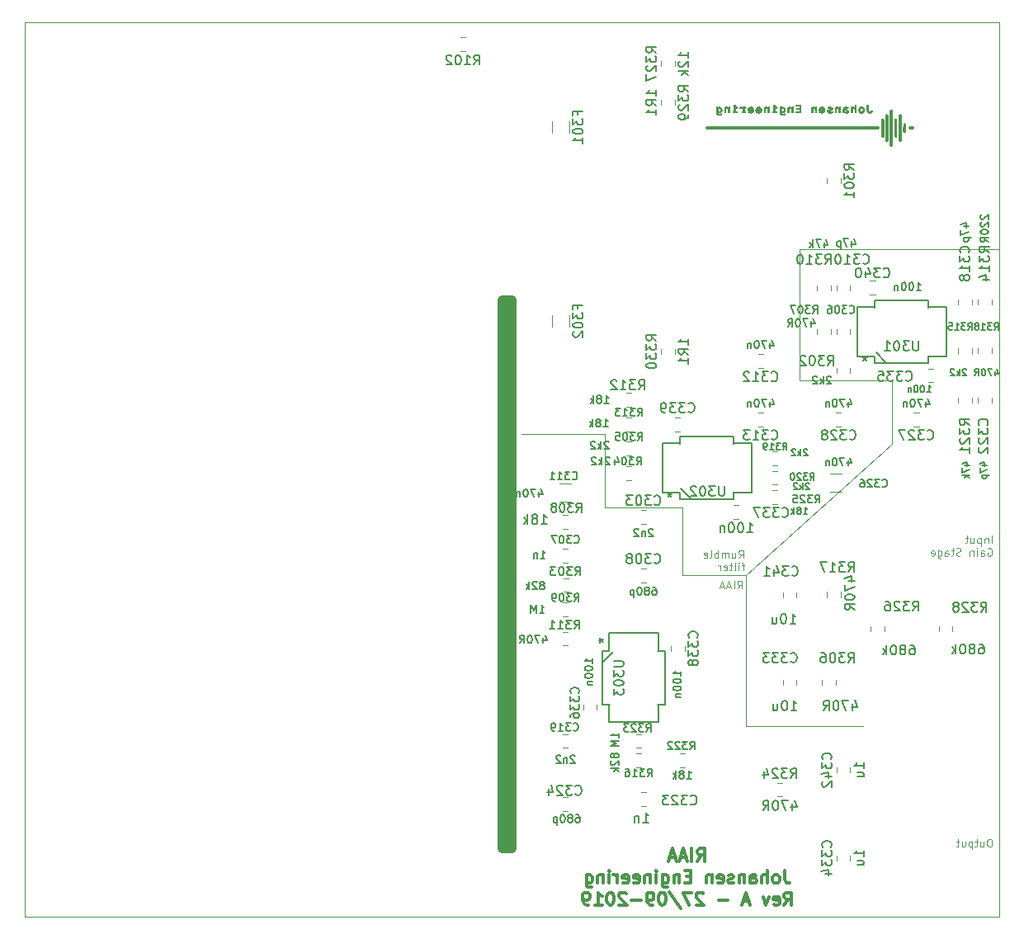
<source format=gbr>
%TF.GenerationSoftware,KiCad,Pcbnew,(5.1.0)-1*%
%TF.CreationDate,2019-10-03T23:56:52+02:00*%
%TF.ProjectId,KicadJE_RIAA,4b696361-644a-4455-9f52-4941412e6b69,rev?*%
%TF.SameCoordinates,Original*%
%TF.FileFunction,Legend,Bot*%
%TF.FilePolarity,Positive*%
%FSLAX46Y46*%
G04 Gerber Fmt 4.6, Leading zero omitted, Abs format (unit mm)*
G04 Created by KiCad (PCBNEW (5.1.0)-1) date 2019-10-03 23:56:52*
%MOMM*%
%LPD*%
G04 APERTURE LIST*
%ADD10C,1.000000*%
%ADD11C,0.100000*%
%ADD12C,0.120000*%
%ADD13C,0.300000*%
%ADD14C,0.050000*%
%ADD15C,0.010000*%
%ADD16C,0.150000*%
G04 APERTURE END LIST*
D10*
X99000000Y-138500000D02*
X100000000Y-138500000D01*
X99000000Y-82250000D02*
X99000000Y-138500000D01*
X100000000Y-82250000D02*
X99000000Y-82250000D01*
X100000000Y-138500000D02*
X100000000Y-82250000D01*
D11*
X149092142Y-137561904D02*
X148939761Y-137561904D01*
X148863571Y-137600000D01*
X148787380Y-137676190D01*
X148749285Y-137828571D01*
X148749285Y-138095238D01*
X148787380Y-138247619D01*
X148863571Y-138323809D01*
X148939761Y-138361904D01*
X149092142Y-138361904D01*
X149168333Y-138323809D01*
X149244523Y-138247619D01*
X149282619Y-138095238D01*
X149282619Y-137828571D01*
X149244523Y-137676190D01*
X149168333Y-137600000D01*
X149092142Y-137561904D01*
X148063571Y-137828571D02*
X148063571Y-138361904D01*
X148406428Y-137828571D02*
X148406428Y-138247619D01*
X148368333Y-138323809D01*
X148292142Y-138361904D01*
X148177857Y-138361904D01*
X148101666Y-138323809D01*
X148063571Y-138285714D01*
X147796904Y-137828571D02*
X147492142Y-137828571D01*
X147682619Y-137561904D02*
X147682619Y-138247619D01*
X147644523Y-138323809D01*
X147568333Y-138361904D01*
X147492142Y-138361904D01*
X147225476Y-137828571D02*
X147225476Y-138628571D01*
X147225476Y-137866666D02*
X147149285Y-137828571D01*
X146996904Y-137828571D01*
X146920714Y-137866666D01*
X146882619Y-137904761D01*
X146844523Y-137980952D01*
X146844523Y-138209523D01*
X146882619Y-138285714D01*
X146920714Y-138323809D01*
X146996904Y-138361904D01*
X147149285Y-138361904D01*
X147225476Y-138323809D01*
X146158809Y-137828571D02*
X146158809Y-138361904D01*
X146501666Y-137828571D02*
X146501666Y-138247619D01*
X146463571Y-138323809D01*
X146387380Y-138361904D01*
X146273095Y-138361904D01*
X146196904Y-138323809D01*
X146158809Y-138285714D01*
X145892142Y-137828571D02*
X145587380Y-137828571D01*
X145777857Y-137561904D02*
X145777857Y-138247619D01*
X145739761Y-138323809D01*
X145663571Y-138361904D01*
X145587380Y-138361904D01*
X149244523Y-107211904D02*
X149244523Y-106411904D01*
X148863571Y-106678571D02*
X148863571Y-107211904D01*
X148863571Y-106754761D02*
X148825476Y-106716666D01*
X148749285Y-106678571D01*
X148635000Y-106678571D01*
X148558809Y-106716666D01*
X148520714Y-106792857D01*
X148520714Y-107211904D01*
X148139761Y-106678571D02*
X148139761Y-107478571D01*
X148139761Y-106716666D02*
X148063571Y-106678571D01*
X147911190Y-106678571D01*
X147835000Y-106716666D01*
X147796904Y-106754761D01*
X147758809Y-106830952D01*
X147758809Y-107059523D01*
X147796904Y-107135714D01*
X147835000Y-107173809D01*
X147911190Y-107211904D01*
X148063571Y-107211904D01*
X148139761Y-107173809D01*
X147073095Y-106678571D02*
X147073095Y-107211904D01*
X147415952Y-106678571D02*
X147415952Y-107097619D01*
X147377857Y-107173809D01*
X147301666Y-107211904D01*
X147187380Y-107211904D01*
X147111190Y-107173809D01*
X147073095Y-107135714D01*
X146806428Y-106678571D02*
X146501666Y-106678571D01*
X146692142Y-106411904D02*
X146692142Y-107097619D01*
X146654047Y-107173809D01*
X146577857Y-107211904D01*
X146501666Y-107211904D01*
X148825476Y-107750000D02*
X148901666Y-107711904D01*
X149015952Y-107711904D01*
X149130238Y-107750000D01*
X149206428Y-107826190D01*
X149244523Y-107902380D01*
X149282619Y-108054761D01*
X149282619Y-108169047D01*
X149244523Y-108321428D01*
X149206428Y-108397619D01*
X149130238Y-108473809D01*
X149015952Y-108511904D01*
X148939761Y-108511904D01*
X148825476Y-108473809D01*
X148787380Y-108435714D01*
X148787380Y-108169047D01*
X148939761Y-108169047D01*
X148101666Y-108511904D02*
X148101666Y-108092857D01*
X148139761Y-108016666D01*
X148215952Y-107978571D01*
X148368333Y-107978571D01*
X148444523Y-108016666D01*
X148101666Y-108473809D02*
X148177857Y-108511904D01*
X148368333Y-108511904D01*
X148444523Y-108473809D01*
X148482619Y-108397619D01*
X148482619Y-108321428D01*
X148444523Y-108245238D01*
X148368333Y-108207142D01*
X148177857Y-108207142D01*
X148101666Y-108169047D01*
X147720714Y-108511904D02*
X147720714Y-107978571D01*
X147720714Y-107711904D02*
X147758809Y-107750000D01*
X147720714Y-107788095D01*
X147682619Y-107750000D01*
X147720714Y-107711904D01*
X147720714Y-107788095D01*
X147339761Y-107978571D02*
X147339761Y-108511904D01*
X147339761Y-108054761D02*
X147301666Y-108016666D01*
X147225476Y-107978571D01*
X147111190Y-107978571D01*
X147035000Y-108016666D01*
X146996904Y-108092857D01*
X146996904Y-108511904D01*
X146044523Y-108473809D02*
X145930238Y-108511904D01*
X145739761Y-108511904D01*
X145663571Y-108473809D01*
X145625476Y-108435714D01*
X145587380Y-108359523D01*
X145587380Y-108283333D01*
X145625476Y-108207142D01*
X145663571Y-108169047D01*
X145739761Y-108130952D01*
X145892142Y-108092857D01*
X145968333Y-108054761D01*
X146006428Y-108016666D01*
X146044523Y-107940476D01*
X146044523Y-107864285D01*
X146006428Y-107788095D01*
X145968333Y-107750000D01*
X145892142Y-107711904D01*
X145701666Y-107711904D01*
X145587380Y-107750000D01*
X145358809Y-107978571D02*
X145054047Y-107978571D01*
X145244523Y-107711904D02*
X145244523Y-108397619D01*
X145206428Y-108473809D01*
X145130238Y-108511904D01*
X145054047Y-108511904D01*
X144444523Y-108511904D02*
X144444523Y-108092857D01*
X144482619Y-108016666D01*
X144558809Y-107978571D01*
X144711190Y-107978571D01*
X144787380Y-108016666D01*
X144444523Y-108473809D02*
X144520714Y-108511904D01*
X144711190Y-108511904D01*
X144787380Y-108473809D01*
X144825476Y-108397619D01*
X144825476Y-108321428D01*
X144787380Y-108245238D01*
X144711190Y-108207142D01*
X144520714Y-108207142D01*
X144444523Y-108169047D01*
X143720714Y-107978571D02*
X143720714Y-108626190D01*
X143758809Y-108702380D01*
X143796904Y-108740476D01*
X143873095Y-108778571D01*
X143987380Y-108778571D01*
X144063571Y-108740476D01*
X143720714Y-108473809D02*
X143796904Y-108511904D01*
X143949285Y-108511904D01*
X144025476Y-108473809D01*
X144063571Y-108435714D01*
X144101666Y-108359523D01*
X144101666Y-108130952D01*
X144063571Y-108054761D01*
X144025476Y-108016666D01*
X143949285Y-107978571D01*
X143796904Y-107978571D01*
X143720714Y-108016666D01*
X143035000Y-108473809D02*
X143111190Y-108511904D01*
X143263571Y-108511904D01*
X143339761Y-108473809D01*
X143377857Y-108397619D01*
X143377857Y-108092857D01*
X143339761Y-108016666D01*
X143263571Y-107978571D01*
X143111190Y-107978571D01*
X143035000Y-108016666D01*
X142996904Y-108092857D01*
X142996904Y-108169047D01*
X143377857Y-108245238D01*
X123287380Y-108711904D02*
X123554047Y-108330952D01*
X123744523Y-108711904D02*
X123744523Y-107911904D01*
X123439761Y-107911904D01*
X123363571Y-107950000D01*
X123325476Y-107988095D01*
X123287380Y-108064285D01*
X123287380Y-108178571D01*
X123325476Y-108254761D01*
X123363571Y-108292857D01*
X123439761Y-108330952D01*
X123744523Y-108330952D01*
X122601666Y-108178571D02*
X122601666Y-108711904D01*
X122944523Y-108178571D02*
X122944523Y-108597619D01*
X122906428Y-108673809D01*
X122830238Y-108711904D01*
X122715952Y-108711904D01*
X122639761Y-108673809D01*
X122601666Y-108635714D01*
X122220714Y-108711904D02*
X122220714Y-108178571D01*
X122220714Y-108254761D02*
X122182619Y-108216666D01*
X122106428Y-108178571D01*
X121992142Y-108178571D01*
X121915952Y-108216666D01*
X121877857Y-108292857D01*
X121877857Y-108711904D01*
X121877857Y-108292857D02*
X121839761Y-108216666D01*
X121763571Y-108178571D01*
X121649285Y-108178571D01*
X121573095Y-108216666D01*
X121535000Y-108292857D01*
X121535000Y-108711904D01*
X121154047Y-108711904D02*
X121154047Y-107911904D01*
X121154047Y-108216666D02*
X121077857Y-108178571D01*
X120925476Y-108178571D01*
X120849285Y-108216666D01*
X120811190Y-108254761D01*
X120773095Y-108330952D01*
X120773095Y-108559523D01*
X120811190Y-108635714D01*
X120849285Y-108673809D01*
X120925476Y-108711904D01*
X121077857Y-108711904D01*
X121154047Y-108673809D01*
X120315952Y-108711904D02*
X120392142Y-108673809D01*
X120430238Y-108597619D01*
X120430238Y-107911904D01*
X119706428Y-108673809D02*
X119782619Y-108711904D01*
X119935000Y-108711904D01*
X120011190Y-108673809D01*
X120049285Y-108597619D01*
X120049285Y-108292857D01*
X120011190Y-108216666D01*
X119935000Y-108178571D01*
X119782619Y-108178571D01*
X119706428Y-108216666D01*
X119668333Y-108292857D01*
X119668333Y-108369047D01*
X120049285Y-108445238D01*
X123858809Y-109478571D02*
X123554047Y-109478571D01*
X123744523Y-110011904D02*
X123744523Y-109326190D01*
X123706428Y-109250000D01*
X123630238Y-109211904D01*
X123554047Y-109211904D01*
X123287380Y-110011904D02*
X123287380Y-109478571D01*
X123287380Y-109211904D02*
X123325476Y-109250000D01*
X123287380Y-109288095D01*
X123249285Y-109250000D01*
X123287380Y-109211904D01*
X123287380Y-109288095D01*
X122792142Y-110011904D02*
X122868333Y-109973809D01*
X122906428Y-109897619D01*
X122906428Y-109211904D01*
X122601666Y-109478571D02*
X122296904Y-109478571D01*
X122487380Y-109211904D02*
X122487380Y-109897619D01*
X122449285Y-109973809D01*
X122373095Y-110011904D01*
X122296904Y-110011904D01*
X121725476Y-109973809D02*
X121801666Y-110011904D01*
X121954047Y-110011904D01*
X122030238Y-109973809D01*
X122068333Y-109897619D01*
X122068333Y-109592857D01*
X122030238Y-109516666D01*
X121954047Y-109478571D01*
X121801666Y-109478571D01*
X121725476Y-109516666D01*
X121687380Y-109592857D01*
X121687380Y-109669047D01*
X122068333Y-109745238D01*
X121344523Y-110011904D02*
X121344523Y-109478571D01*
X121344523Y-109630952D02*
X121306428Y-109554761D01*
X121268333Y-109516666D01*
X121192142Y-109478571D01*
X121115952Y-109478571D01*
X123128571Y-111861904D02*
X123395238Y-111480952D01*
X123585714Y-111861904D02*
X123585714Y-111061904D01*
X123280952Y-111061904D01*
X123204761Y-111100000D01*
X123166666Y-111138095D01*
X123128571Y-111214285D01*
X123128571Y-111328571D01*
X123166666Y-111404761D01*
X123204761Y-111442857D01*
X123280952Y-111480952D01*
X123585714Y-111480952D01*
X122785714Y-111861904D02*
X122785714Y-111061904D01*
X122442857Y-111633333D02*
X122061904Y-111633333D01*
X122519047Y-111861904D02*
X122252380Y-111061904D01*
X121985714Y-111861904D01*
X121757142Y-111633333D02*
X121376190Y-111633333D01*
X121833333Y-111861904D02*
X121566666Y-111061904D01*
X121300000Y-111861904D01*
D12*
X117500000Y-110500000D02*
X124000000Y-110500000D01*
X117500000Y-103500000D02*
X117500000Y-110500000D01*
X109500000Y-103500000D02*
X117500000Y-103500000D01*
X109500000Y-102500000D02*
X109500000Y-103500000D01*
X109500000Y-96000000D02*
X109500000Y-102500000D01*
X101000000Y-96000000D02*
X109500000Y-96000000D01*
X129500000Y-77000000D02*
X150000000Y-77000000D01*
X129500000Y-90500000D02*
X129500000Y-77000000D01*
X139000000Y-90500000D02*
X129500000Y-90500000D01*
X139000000Y-97000000D02*
X139000000Y-90500000D01*
X124000000Y-110500000D02*
X139000000Y-97000000D01*
X124000000Y-126000000D02*
X124000000Y-110500000D01*
X136000000Y-126000000D02*
X124000000Y-126000000D01*
D13*
X119021428Y-139838095D02*
X119454761Y-139219047D01*
X119764285Y-139838095D02*
X119764285Y-138538095D01*
X119269047Y-138538095D01*
X119145238Y-138600000D01*
X119083333Y-138661904D01*
X119021428Y-138785714D01*
X119021428Y-138971428D01*
X119083333Y-139095238D01*
X119145238Y-139157142D01*
X119269047Y-139219047D01*
X119764285Y-139219047D01*
X118464285Y-139838095D02*
X118464285Y-138538095D01*
X117907142Y-139466666D02*
X117288095Y-139466666D01*
X118030952Y-139838095D02*
X117597619Y-138538095D01*
X117164285Y-139838095D01*
X116792857Y-139466666D02*
X116173809Y-139466666D01*
X116916666Y-139838095D02*
X116483333Y-138538095D01*
X116050000Y-139838095D01*
X127997619Y-140788095D02*
X127997619Y-141716666D01*
X128059523Y-141902380D01*
X128183333Y-142026190D01*
X128369047Y-142088095D01*
X128492857Y-142088095D01*
X127192857Y-142088095D02*
X127316666Y-142026190D01*
X127378571Y-141964285D01*
X127440476Y-141840476D01*
X127440476Y-141469047D01*
X127378571Y-141345238D01*
X127316666Y-141283333D01*
X127192857Y-141221428D01*
X127007142Y-141221428D01*
X126883333Y-141283333D01*
X126821428Y-141345238D01*
X126759523Y-141469047D01*
X126759523Y-141840476D01*
X126821428Y-141964285D01*
X126883333Y-142026190D01*
X127007142Y-142088095D01*
X127192857Y-142088095D01*
X126202380Y-142088095D02*
X126202380Y-140788095D01*
X125645238Y-142088095D02*
X125645238Y-141407142D01*
X125707142Y-141283333D01*
X125830952Y-141221428D01*
X126016666Y-141221428D01*
X126140476Y-141283333D01*
X126202380Y-141345238D01*
X124469047Y-142088095D02*
X124469047Y-141407142D01*
X124530952Y-141283333D01*
X124654761Y-141221428D01*
X124902380Y-141221428D01*
X125026190Y-141283333D01*
X124469047Y-142026190D02*
X124592857Y-142088095D01*
X124902380Y-142088095D01*
X125026190Y-142026190D01*
X125088095Y-141902380D01*
X125088095Y-141778571D01*
X125026190Y-141654761D01*
X124902380Y-141592857D01*
X124592857Y-141592857D01*
X124469047Y-141530952D01*
X123849999Y-141221428D02*
X123849999Y-142088095D01*
X123849999Y-141345238D02*
X123788095Y-141283333D01*
X123664285Y-141221428D01*
X123478571Y-141221428D01*
X123354761Y-141283333D01*
X123292857Y-141407142D01*
X123292857Y-142088095D01*
X122735714Y-142026190D02*
X122611904Y-142088095D01*
X122364285Y-142088095D01*
X122240476Y-142026190D01*
X122178571Y-141902380D01*
X122178571Y-141840476D01*
X122240476Y-141716666D01*
X122364285Y-141654761D01*
X122549999Y-141654761D01*
X122673809Y-141592857D01*
X122735714Y-141469047D01*
X122735714Y-141407142D01*
X122673809Y-141283333D01*
X122549999Y-141221428D01*
X122364285Y-141221428D01*
X122240476Y-141283333D01*
X121126190Y-142026190D02*
X121249999Y-142088095D01*
X121497619Y-142088095D01*
X121621428Y-142026190D01*
X121683333Y-141902380D01*
X121683333Y-141407142D01*
X121621428Y-141283333D01*
X121497619Y-141221428D01*
X121249999Y-141221428D01*
X121126190Y-141283333D01*
X121064285Y-141407142D01*
X121064285Y-141530952D01*
X121683333Y-141654761D01*
X120507142Y-141221428D02*
X120507142Y-142088095D01*
X120507142Y-141345238D02*
X120445238Y-141283333D01*
X120321428Y-141221428D01*
X120135714Y-141221428D01*
X120011904Y-141283333D01*
X119949999Y-141407142D01*
X119949999Y-142088095D01*
X118340476Y-141407142D02*
X117907142Y-141407142D01*
X117721428Y-142088095D02*
X118340476Y-142088095D01*
X118340476Y-140788095D01*
X117721428Y-140788095D01*
X117164285Y-141221428D02*
X117164285Y-142088095D01*
X117164285Y-141345238D02*
X117102380Y-141283333D01*
X116978571Y-141221428D01*
X116792857Y-141221428D01*
X116669047Y-141283333D01*
X116607142Y-141407142D01*
X116607142Y-142088095D01*
X115430952Y-141221428D02*
X115430952Y-142273809D01*
X115492857Y-142397619D01*
X115554761Y-142459523D01*
X115678571Y-142521428D01*
X115864285Y-142521428D01*
X115988095Y-142459523D01*
X115430952Y-142026190D02*
X115554761Y-142088095D01*
X115802380Y-142088095D01*
X115926190Y-142026190D01*
X115988095Y-141964285D01*
X116049999Y-141840476D01*
X116049999Y-141469047D01*
X115988095Y-141345238D01*
X115926190Y-141283333D01*
X115802380Y-141221428D01*
X115554761Y-141221428D01*
X115430952Y-141283333D01*
X114811904Y-142088095D02*
X114811904Y-141221428D01*
X114811904Y-140788095D02*
X114873809Y-140850000D01*
X114811904Y-140911904D01*
X114749999Y-140850000D01*
X114811904Y-140788095D01*
X114811904Y-140911904D01*
X114192857Y-141221428D02*
X114192857Y-142088095D01*
X114192857Y-141345238D02*
X114130952Y-141283333D01*
X114007142Y-141221428D01*
X113821428Y-141221428D01*
X113697619Y-141283333D01*
X113635714Y-141407142D01*
X113635714Y-142088095D01*
X112521428Y-142026190D02*
X112645238Y-142088095D01*
X112892857Y-142088095D01*
X113016666Y-142026190D01*
X113078571Y-141902380D01*
X113078571Y-141407142D01*
X113016666Y-141283333D01*
X112892857Y-141221428D01*
X112645238Y-141221428D01*
X112521428Y-141283333D01*
X112459523Y-141407142D01*
X112459523Y-141530952D01*
X113078571Y-141654761D01*
X111407142Y-142026190D02*
X111530952Y-142088095D01*
X111778571Y-142088095D01*
X111902380Y-142026190D01*
X111964285Y-141902380D01*
X111964285Y-141407142D01*
X111902380Y-141283333D01*
X111778571Y-141221428D01*
X111530952Y-141221428D01*
X111407142Y-141283333D01*
X111345238Y-141407142D01*
X111345238Y-141530952D01*
X111964285Y-141654761D01*
X110788095Y-142088095D02*
X110788095Y-141221428D01*
X110788095Y-141469047D02*
X110726190Y-141345238D01*
X110664285Y-141283333D01*
X110540476Y-141221428D01*
X110416666Y-141221428D01*
X109983333Y-142088095D02*
X109983333Y-141221428D01*
X109983333Y-140788095D02*
X110045238Y-140850000D01*
X109983333Y-140911904D01*
X109921428Y-140850000D01*
X109983333Y-140788095D01*
X109983333Y-140911904D01*
X109364285Y-141221428D02*
X109364285Y-142088095D01*
X109364285Y-141345238D02*
X109302380Y-141283333D01*
X109178571Y-141221428D01*
X108992857Y-141221428D01*
X108869047Y-141283333D01*
X108807142Y-141407142D01*
X108807142Y-142088095D01*
X107630952Y-141221428D02*
X107630952Y-142273809D01*
X107692857Y-142397619D01*
X107754761Y-142459523D01*
X107878571Y-142521428D01*
X108064285Y-142521428D01*
X108188095Y-142459523D01*
X107630952Y-142026190D02*
X107754761Y-142088095D01*
X108002380Y-142088095D01*
X108126190Y-142026190D01*
X108188095Y-141964285D01*
X108249999Y-141840476D01*
X108249999Y-141469047D01*
X108188095Y-141345238D01*
X108126190Y-141283333D01*
X108002380Y-141221428D01*
X107754761Y-141221428D01*
X107630952Y-141283333D01*
X127935714Y-144338095D02*
X128369047Y-143719047D01*
X128678571Y-144338095D02*
X128678571Y-143038095D01*
X128183333Y-143038095D01*
X128059523Y-143100000D01*
X127997619Y-143161904D01*
X127935714Y-143285714D01*
X127935714Y-143471428D01*
X127997619Y-143595238D01*
X128059523Y-143657142D01*
X128183333Y-143719047D01*
X128678571Y-143719047D01*
X126883333Y-144276190D02*
X127007142Y-144338095D01*
X127254761Y-144338095D01*
X127378571Y-144276190D01*
X127440476Y-144152380D01*
X127440476Y-143657142D01*
X127378571Y-143533333D01*
X127254761Y-143471428D01*
X127007142Y-143471428D01*
X126883333Y-143533333D01*
X126821428Y-143657142D01*
X126821428Y-143780952D01*
X127440476Y-143904761D01*
X126388095Y-143471428D02*
X126078571Y-144338095D01*
X125769047Y-143471428D01*
X124345238Y-143966666D02*
X123726190Y-143966666D01*
X124469047Y-144338095D02*
X124035714Y-143038095D01*
X123602380Y-144338095D01*
X122178571Y-143842857D02*
X121188095Y-143842857D01*
X119640476Y-143161904D02*
X119578571Y-143100000D01*
X119454761Y-143038095D01*
X119145238Y-143038095D01*
X119021428Y-143100000D01*
X118959523Y-143161904D01*
X118897619Y-143285714D01*
X118897619Y-143409523D01*
X118959523Y-143595238D01*
X119702380Y-144338095D01*
X118897619Y-144338095D01*
X118464285Y-143038095D02*
X117597619Y-143038095D01*
X118154761Y-144338095D01*
X116173809Y-142976190D02*
X117288095Y-144647619D01*
X115492857Y-143038095D02*
X115369047Y-143038095D01*
X115245238Y-143100000D01*
X115183333Y-143161904D01*
X115121428Y-143285714D01*
X115059523Y-143533333D01*
X115059523Y-143842857D01*
X115121428Y-144090476D01*
X115183333Y-144214285D01*
X115245238Y-144276190D01*
X115369047Y-144338095D01*
X115492857Y-144338095D01*
X115616666Y-144276190D01*
X115678571Y-144214285D01*
X115740476Y-144090476D01*
X115802380Y-143842857D01*
X115802380Y-143533333D01*
X115740476Y-143285714D01*
X115678571Y-143161904D01*
X115616666Y-143100000D01*
X115492857Y-143038095D01*
X114440476Y-144338095D02*
X114192857Y-144338095D01*
X114069047Y-144276190D01*
X114007142Y-144214285D01*
X113883333Y-144028571D01*
X113821428Y-143780952D01*
X113821428Y-143285714D01*
X113883333Y-143161904D01*
X113945238Y-143100000D01*
X114069047Y-143038095D01*
X114316666Y-143038095D01*
X114440476Y-143100000D01*
X114502380Y-143161904D01*
X114564285Y-143285714D01*
X114564285Y-143595238D01*
X114502380Y-143719047D01*
X114440476Y-143780952D01*
X114316666Y-143842857D01*
X114069047Y-143842857D01*
X113945238Y-143780952D01*
X113883333Y-143719047D01*
X113821428Y-143595238D01*
X113264285Y-143842857D02*
X112273809Y-143842857D01*
X111716666Y-143161904D02*
X111654761Y-143100000D01*
X111530952Y-143038095D01*
X111221428Y-143038095D01*
X111097619Y-143100000D01*
X111035714Y-143161904D01*
X110973809Y-143285714D01*
X110973809Y-143409523D01*
X111035714Y-143595238D01*
X111778571Y-144338095D01*
X110973809Y-144338095D01*
X110169047Y-143038095D02*
X110045238Y-143038095D01*
X109921428Y-143100000D01*
X109859523Y-143161904D01*
X109797619Y-143285714D01*
X109735714Y-143533333D01*
X109735714Y-143842857D01*
X109797619Y-144090476D01*
X109859523Y-144214285D01*
X109921428Y-144276190D01*
X110045238Y-144338095D01*
X110169047Y-144338095D01*
X110292857Y-144276190D01*
X110354761Y-144214285D01*
X110416666Y-144090476D01*
X110478571Y-143842857D01*
X110478571Y-143533333D01*
X110416666Y-143285714D01*
X110354761Y-143161904D01*
X110292857Y-143100000D01*
X110169047Y-143038095D01*
X108497619Y-144338095D02*
X109240476Y-144338095D01*
X108869047Y-144338095D02*
X108869047Y-143038095D01*
X108992857Y-143223809D01*
X109116666Y-143347619D01*
X109240476Y-143409523D01*
X107878571Y-144338095D02*
X107630952Y-144338095D01*
X107507142Y-144276190D01*
X107445238Y-144214285D01*
X107321428Y-144028571D01*
X107259523Y-143780952D01*
X107259523Y-143285714D01*
X107321428Y-143161904D01*
X107383333Y-143100000D01*
X107507142Y-143038095D01*
X107754761Y-143038095D01*
X107878571Y-143100000D01*
X107940476Y-143161904D01*
X108002380Y-143285714D01*
X108002380Y-143595238D01*
X107940476Y-143719047D01*
X107878571Y-143780952D01*
X107754761Y-143842857D01*
X107507142Y-143842857D01*
X107383333Y-143780952D01*
X107321428Y-143719047D01*
X107259523Y-143595238D01*
D14*
X50000000Y-145500000D02*
X50000000Y-53750000D01*
X150000000Y-145500000D02*
X50000000Y-145500000D01*
X150000000Y-53750000D02*
X150000000Y-145500000D01*
X50000000Y-53750000D02*
X150000000Y-53750000D01*
D15*
G36*
X122778400Y-62366400D02*
G01*
X122930800Y-62366400D01*
X122930800Y-62197066D01*
X122778400Y-62197066D01*
X122778400Y-62366400D01*
X122778400Y-62366400D01*
G37*
X122778400Y-62366400D02*
X122930800Y-62366400D01*
X122930800Y-62197066D01*
X122778400Y-62197066D01*
X122778400Y-62366400D01*
G36*
X126842401Y-62366400D02*
G01*
X126994801Y-62366400D01*
X126994801Y-62197066D01*
X126842401Y-62197066D01*
X126842401Y-62366400D01*
X126842401Y-62366400D01*
G37*
X126842401Y-62366400D02*
X126994801Y-62366400D01*
X126994801Y-62197066D01*
X126842401Y-62197066D01*
X126842401Y-62366400D01*
G36*
X121915847Y-62423091D02*
G01*
X121869073Y-62445498D01*
X121843101Y-62466569D01*
X121787800Y-62515938D01*
X121776894Y-63026800D01*
X121914800Y-63026800D01*
X121914800Y-62807876D01*
X121915581Y-62713090D01*
X121918329Y-62646503D01*
X121923656Y-62602473D01*
X121932174Y-62575360D01*
X121941410Y-62562343D01*
X121986284Y-62538633D01*
X122039253Y-62541165D01*
X122091331Y-62566939D01*
X122133531Y-62612952D01*
X122142584Y-62629539D01*
X122157431Y-62678409D01*
X122165993Y-62751506D01*
X122168799Y-62853400D01*
X122168800Y-62855792D01*
X122168800Y-63026800D01*
X122304267Y-63026800D01*
X122304267Y-62434133D01*
X122236534Y-62434133D01*
X122193078Y-62436190D01*
X122173758Y-62447042D01*
X122168893Y-62473709D01*
X122168800Y-62483240D01*
X122168800Y-62532347D01*
X122111227Y-62474773D01*
X122068309Y-62437651D01*
X122027580Y-62420913D01*
X121976028Y-62417200D01*
X121915847Y-62423091D01*
X121915847Y-62423091D01*
G37*
X121915847Y-62423091D02*
X121869073Y-62445498D01*
X121843101Y-62466569D01*
X121787800Y-62515938D01*
X121776894Y-63026800D01*
X121914800Y-63026800D01*
X121914800Y-62807876D01*
X121915581Y-62713090D01*
X121918329Y-62646503D01*
X121923656Y-62602473D01*
X121932174Y-62575360D01*
X121941410Y-62562343D01*
X121986284Y-62538633D01*
X122039253Y-62541165D01*
X122091331Y-62566939D01*
X122133531Y-62612952D01*
X122142584Y-62629539D01*
X122157431Y-62678409D01*
X122165993Y-62751506D01*
X122168799Y-62853400D01*
X122168800Y-62855792D01*
X122168800Y-63026800D01*
X122304267Y-63026800D01*
X122304267Y-62434133D01*
X122236534Y-62434133D01*
X122193078Y-62436190D01*
X122173758Y-62447042D01*
X122168893Y-62473709D01*
X122168800Y-62483240D01*
X122168800Y-62532347D01*
X122111227Y-62474773D01*
X122068309Y-62437651D01*
X122027580Y-62420913D01*
X121976028Y-62417200D01*
X121915847Y-62423091D01*
G36*
X122778400Y-62908267D02*
G01*
X122710667Y-62908267D01*
X122667300Y-62910061D01*
X122648027Y-62921139D01*
X122643085Y-62950045D01*
X122642934Y-62967533D01*
X122642934Y-63026800D01*
X123049334Y-63026800D01*
X123049334Y-62967533D01*
X123046713Y-62927811D01*
X123031923Y-62911520D01*
X122994578Y-62908274D01*
X122990067Y-62908267D01*
X122930800Y-62908267D01*
X122930800Y-62552667D01*
X122990067Y-62552667D01*
X123029790Y-62550045D01*
X123046080Y-62535256D01*
X123049326Y-62497911D01*
X123049334Y-62493400D01*
X123049334Y-62434133D01*
X122778400Y-62434133D01*
X122778400Y-62908267D01*
X122778400Y-62908267D01*
G37*
X122778400Y-62908267D02*
X122710667Y-62908267D01*
X122667300Y-62910061D01*
X122648027Y-62921139D01*
X122643085Y-62950045D01*
X122642934Y-62967533D01*
X122642934Y-63026800D01*
X123049334Y-63026800D01*
X123049334Y-62967533D01*
X123046713Y-62927811D01*
X123031923Y-62911520D01*
X122994578Y-62908274D01*
X122990067Y-62908267D01*
X122930800Y-62908267D01*
X122930800Y-62552667D01*
X122990067Y-62552667D01*
X123029790Y-62550045D01*
X123046080Y-62535256D01*
X123049326Y-62497911D01*
X123049334Y-62493400D01*
X123049334Y-62434133D01*
X122778400Y-62434133D01*
X122778400Y-62908267D01*
G36*
X123388401Y-62421217D02*
G01*
X123355312Y-62434513D01*
X123346645Y-62461241D01*
X123355849Y-62499508D01*
X123370051Y-62533509D01*
X123388522Y-62547309D01*
X123423209Y-62546721D01*
X123446199Y-62543475D01*
X123527845Y-62544189D01*
X123599696Y-62569055D01*
X123653191Y-62614506D01*
X123666276Y-62635158D01*
X123683092Y-62688770D01*
X123691937Y-62763648D01*
X123692800Y-62797359D01*
X123692800Y-62908267D01*
X123625067Y-62908267D01*
X123581700Y-62910061D01*
X123562427Y-62921139D01*
X123557485Y-62950045D01*
X123557334Y-62967533D01*
X123557334Y-63026800D01*
X123963734Y-63026800D01*
X123963734Y-62967533D01*
X123961683Y-62929587D01*
X123949022Y-62912723D01*
X123915987Y-62908399D01*
X123896000Y-62908267D01*
X123828267Y-62908267D01*
X123828267Y-62535733D01*
X123896000Y-62535733D01*
X123939432Y-62533727D01*
X123958739Y-62522856D01*
X123963627Y-62495841D01*
X123963734Y-62484933D01*
X123963734Y-62434133D01*
X123692800Y-62434133D01*
X123692800Y-62543854D01*
X123648809Y-62496410D01*
X123590049Y-62447692D01*
X123521673Y-62422955D01*
X123450398Y-62417459D01*
X123388401Y-62421217D01*
X123388401Y-62421217D01*
G37*
X123388401Y-62421217D02*
X123355312Y-62434513D01*
X123346645Y-62461241D01*
X123355849Y-62499508D01*
X123370051Y-62533509D01*
X123388522Y-62547309D01*
X123423209Y-62546721D01*
X123446199Y-62543475D01*
X123527845Y-62544189D01*
X123599696Y-62569055D01*
X123653191Y-62614506D01*
X123666276Y-62635158D01*
X123683092Y-62688770D01*
X123691937Y-62763648D01*
X123692800Y-62797359D01*
X123692800Y-62908267D01*
X123625067Y-62908267D01*
X123581700Y-62910061D01*
X123562427Y-62921139D01*
X123557485Y-62950045D01*
X123557334Y-62967533D01*
X123557334Y-63026800D01*
X123963734Y-63026800D01*
X123963734Y-62967533D01*
X123961683Y-62929587D01*
X123949022Y-62912723D01*
X123915987Y-62908399D01*
X123896000Y-62908267D01*
X123828267Y-62908267D01*
X123828267Y-62535733D01*
X123896000Y-62535733D01*
X123939432Y-62533727D01*
X123958739Y-62522856D01*
X123963627Y-62495841D01*
X123963734Y-62484933D01*
X123963734Y-62434133D01*
X123692800Y-62434133D01*
X123692800Y-62543854D01*
X123648809Y-62496410D01*
X123590049Y-62447692D01*
X123521673Y-62422955D01*
X123450398Y-62417459D01*
X123388401Y-62421217D01*
G36*
X125979847Y-62423091D02*
G01*
X125933073Y-62445498D01*
X125907101Y-62466569D01*
X125851800Y-62515938D01*
X125840894Y-63026800D01*
X125978800Y-63026800D01*
X125978800Y-62807876D01*
X125979581Y-62713090D01*
X125982329Y-62646503D01*
X125987656Y-62602473D01*
X125996174Y-62575360D01*
X126005410Y-62562343D01*
X126050284Y-62538633D01*
X126103253Y-62541165D01*
X126155331Y-62566939D01*
X126197531Y-62612952D01*
X126206584Y-62629539D01*
X126221431Y-62678409D01*
X126229993Y-62751506D01*
X126232799Y-62853400D01*
X126232800Y-62855792D01*
X126232800Y-63026800D01*
X126368267Y-63026800D01*
X126368267Y-62434133D01*
X126300534Y-62434133D01*
X126257078Y-62436190D01*
X126237758Y-62447042D01*
X126232893Y-62473709D01*
X126232800Y-62483240D01*
X126232800Y-62532347D01*
X126175227Y-62474773D01*
X126132309Y-62437651D01*
X126091580Y-62420913D01*
X126040028Y-62417200D01*
X125979847Y-62423091D01*
X125979847Y-62423091D01*
G37*
X125979847Y-62423091D02*
X125933073Y-62445498D01*
X125907101Y-62466569D01*
X125851800Y-62515938D01*
X125840894Y-63026800D01*
X125978800Y-63026800D01*
X125978800Y-62807876D01*
X125979581Y-62713090D01*
X125982329Y-62646503D01*
X125987656Y-62602473D01*
X125996174Y-62575360D01*
X126005410Y-62562343D01*
X126050284Y-62538633D01*
X126103253Y-62541165D01*
X126155331Y-62566939D01*
X126197531Y-62612952D01*
X126206584Y-62629539D01*
X126221431Y-62678409D01*
X126229993Y-62751506D01*
X126232799Y-62853400D01*
X126232800Y-62855792D01*
X126232800Y-63026800D01*
X126368267Y-63026800D01*
X126368267Y-62434133D01*
X126300534Y-62434133D01*
X126257078Y-62436190D01*
X126237758Y-62447042D01*
X126232893Y-62473709D01*
X126232800Y-62483240D01*
X126232800Y-62532347D01*
X126175227Y-62474773D01*
X126132309Y-62437651D01*
X126091580Y-62420913D01*
X126040028Y-62417200D01*
X125979847Y-62423091D01*
G36*
X126842401Y-62908267D02*
G01*
X126774667Y-62908267D01*
X126731300Y-62910061D01*
X126712027Y-62921139D01*
X126707085Y-62950045D01*
X126706934Y-62967533D01*
X126706934Y-63026800D01*
X127113334Y-63026800D01*
X127113334Y-62967533D01*
X127110713Y-62927811D01*
X127095923Y-62911520D01*
X127058578Y-62908274D01*
X127054067Y-62908267D01*
X126994801Y-62908267D01*
X126994801Y-62552667D01*
X127054067Y-62552667D01*
X127093790Y-62550045D01*
X127110080Y-62535256D01*
X127113326Y-62497911D01*
X127113334Y-62493400D01*
X127113334Y-62434133D01*
X126842401Y-62434133D01*
X126842401Y-62908267D01*
X126842401Y-62908267D01*
G37*
X126842401Y-62908267D02*
X126774667Y-62908267D01*
X126731300Y-62910061D01*
X126712027Y-62921139D01*
X126707085Y-62950045D01*
X126706934Y-62967533D01*
X126706934Y-63026800D01*
X127113334Y-63026800D01*
X127113334Y-62967533D01*
X127110713Y-62927811D01*
X127095923Y-62911520D01*
X127058578Y-62908274D01*
X127054067Y-62908267D01*
X126994801Y-62908267D01*
X126994801Y-62552667D01*
X127054067Y-62552667D01*
X127093790Y-62550045D01*
X127110080Y-62535256D01*
X127113326Y-62497911D01*
X127113334Y-62493400D01*
X127113334Y-62434133D01*
X126842401Y-62434133D01*
X126842401Y-62908267D01*
G36*
X128418247Y-62423091D02*
G01*
X128371473Y-62445498D01*
X128345501Y-62466569D01*
X128290201Y-62515938D01*
X128284747Y-62771369D01*
X128279294Y-63026800D01*
X128417201Y-63026800D01*
X128417201Y-62807876D01*
X128417981Y-62713090D01*
X128420729Y-62646503D01*
X128426056Y-62602473D01*
X128434574Y-62575360D01*
X128443810Y-62562343D01*
X128488684Y-62538633D01*
X128541653Y-62541165D01*
X128593731Y-62566939D01*
X128635931Y-62612952D01*
X128644984Y-62629539D01*
X128659831Y-62678409D01*
X128668393Y-62751506D01*
X128671199Y-62853400D01*
X128671201Y-62855792D01*
X128671201Y-63026800D01*
X128806667Y-63026800D01*
X128806667Y-62434133D01*
X128738934Y-62434133D01*
X128695478Y-62436190D01*
X128676158Y-62447042D01*
X128671293Y-62473709D01*
X128671201Y-62483240D01*
X128671201Y-62532347D01*
X128613627Y-62474773D01*
X128570709Y-62437651D01*
X128529980Y-62420913D01*
X128478428Y-62417200D01*
X128418247Y-62423091D01*
X128418247Y-62423091D01*
G37*
X128418247Y-62423091D02*
X128371473Y-62445498D01*
X128345501Y-62466569D01*
X128290201Y-62515938D01*
X128284747Y-62771369D01*
X128279294Y-63026800D01*
X128417201Y-63026800D01*
X128417201Y-62807876D01*
X128417981Y-62713090D01*
X128420729Y-62646503D01*
X128426056Y-62602473D01*
X128434574Y-62575360D01*
X128443810Y-62562343D01*
X128488684Y-62538633D01*
X128541653Y-62541165D01*
X128593731Y-62566939D01*
X128635931Y-62612952D01*
X128644984Y-62629539D01*
X128659831Y-62678409D01*
X128668393Y-62751506D01*
X128671199Y-62853400D01*
X128671201Y-62855792D01*
X128671201Y-63026800D01*
X128806667Y-63026800D01*
X128806667Y-62434133D01*
X128738934Y-62434133D01*
X128695478Y-62436190D01*
X128676158Y-62447042D01*
X128671293Y-62473709D01*
X128671201Y-62483240D01*
X128671201Y-62532347D01*
X128613627Y-62474773D01*
X128570709Y-62437651D01*
X128529980Y-62420913D01*
X128478428Y-62417200D01*
X128418247Y-62423091D01*
G36*
X129094534Y-62315600D02*
G01*
X129484001Y-62315600D01*
X129484001Y-62552667D01*
X129179201Y-62552667D01*
X129179201Y-62671200D01*
X129484001Y-62671200D01*
X129484001Y-62908267D01*
X129094534Y-62908267D01*
X129094534Y-63026800D01*
X129619467Y-63026800D01*
X129619467Y-62197066D01*
X129094534Y-62197066D01*
X129094534Y-62315600D01*
X129094534Y-62315600D01*
G37*
X129094534Y-62315600D02*
X129484001Y-62315600D01*
X129484001Y-62552667D01*
X129179201Y-62552667D01*
X129179201Y-62671200D01*
X129484001Y-62671200D01*
X129484001Y-62908267D01*
X129094534Y-62908267D01*
X129094534Y-63026800D01*
X129619467Y-63026800D01*
X129619467Y-62197066D01*
X129094534Y-62197066D01*
X129094534Y-62315600D01*
G36*
X130839714Y-62423091D02*
G01*
X130792940Y-62445498D01*
X130766968Y-62466569D01*
X130711667Y-62515938D01*
X130700761Y-63026800D01*
X130838667Y-63026800D01*
X130838667Y-62807876D01*
X130839447Y-62713090D01*
X130842195Y-62646503D01*
X130847523Y-62602473D01*
X130856040Y-62575360D01*
X130865277Y-62562343D01*
X130910151Y-62538633D01*
X130963120Y-62541165D01*
X131015198Y-62566939D01*
X131057398Y-62612952D01*
X131066451Y-62629539D01*
X131081298Y-62678409D01*
X131089859Y-62751506D01*
X131092666Y-62853400D01*
X131092667Y-62855792D01*
X131092667Y-63026800D01*
X131228134Y-63026800D01*
X131228134Y-62434133D01*
X131160400Y-62434133D01*
X131116944Y-62436190D01*
X131097625Y-62447042D01*
X131092760Y-62473709D01*
X131092667Y-62483240D01*
X131092667Y-62532347D01*
X131035094Y-62474773D01*
X130992176Y-62437651D01*
X130951447Y-62420913D01*
X130899894Y-62417200D01*
X130839714Y-62423091D01*
X130839714Y-62423091D01*
G37*
X130839714Y-62423091D02*
X130792940Y-62445498D01*
X130766968Y-62466569D01*
X130711667Y-62515938D01*
X130700761Y-63026800D01*
X130838667Y-63026800D01*
X130838667Y-62807876D01*
X130839447Y-62713090D01*
X130842195Y-62646503D01*
X130847523Y-62602473D01*
X130856040Y-62575360D01*
X130865277Y-62562343D01*
X130910151Y-62538633D01*
X130963120Y-62541165D01*
X131015198Y-62566939D01*
X131057398Y-62612952D01*
X131066451Y-62629539D01*
X131081298Y-62678409D01*
X131089859Y-62751506D01*
X131092666Y-62853400D01*
X131092667Y-62855792D01*
X131092667Y-63026800D01*
X131228134Y-63026800D01*
X131228134Y-62434133D01*
X131160400Y-62434133D01*
X131116944Y-62436190D01*
X131097625Y-62447042D01*
X131092760Y-62473709D01*
X131092667Y-62483240D01*
X131092667Y-62532347D01*
X131035094Y-62474773D01*
X130992176Y-62437651D01*
X130951447Y-62420913D01*
X130899894Y-62417200D01*
X130839714Y-62423091D01*
G36*
X133278114Y-62423091D02*
G01*
X133231340Y-62445498D01*
X133205368Y-62466569D01*
X133150067Y-62515938D01*
X133139161Y-63026800D01*
X133277067Y-63026800D01*
X133277067Y-62807876D01*
X133277847Y-62713090D01*
X133280595Y-62646503D01*
X133285923Y-62602473D01*
X133294440Y-62575360D01*
X133303677Y-62562343D01*
X133348551Y-62538633D01*
X133401520Y-62541165D01*
X133453598Y-62566939D01*
X133495798Y-62612952D01*
X133504851Y-62629539D01*
X133519698Y-62678409D01*
X133528259Y-62751506D01*
X133531066Y-62853400D01*
X133531067Y-62855792D01*
X133531067Y-63026800D01*
X133666534Y-63026800D01*
X133666534Y-62434133D01*
X133598800Y-62434133D01*
X133555344Y-62436190D01*
X133536025Y-62447042D01*
X133531160Y-62473709D01*
X133531067Y-62483240D01*
X133531067Y-62532347D01*
X133473494Y-62474773D01*
X133430576Y-62437651D01*
X133389847Y-62420913D01*
X133338294Y-62417200D01*
X133278114Y-62423091D01*
X133278114Y-62423091D01*
G37*
X133278114Y-62423091D02*
X133231340Y-62445498D01*
X133205368Y-62466569D01*
X133150067Y-62515938D01*
X133139161Y-63026800D01*
X133277067Y-63026800D01*
X133277067Y-62807876D01*
X133277847Y-62713090D01*
X133280595Y-62646503D01*
X133285923Y-62602473D01*
X133294440Y-62575360D01*
X133303677Y-62562343D01*
X133348551Y-62538633D01*
X133401520Y-62541165D01*
X133453598Y-62566939D01*
X133495798Y-62612952D01*
X133504851Y-62629539D01*
X133519698Y-62678409D01*
X133528259Y-62751506D01*
X133531066Y-62853400D01*
X133531067Y-62855792D01*
X133531067Y-63026800D01*
X133666534Y-63026800D01*
X133666534Y-62434133D01*
X133598800Y-62434133D01*
X133555344Y-62436190D01*
X133536025Y-62447042D01*
X133531160Y-62473709D01*
X133531067Y-62483240D01*
X133531067Y-62532347D01*
X133473494Y-62474773D01*
X133430576Y-62437651D01*
X133389847Y-62420913D01*
X133338294Y-62417200D01*
X133278114Y-62423091D01*
G36*
X135156667Y-62536267D02*
G01*
X135109095Y-62483025D01*
X135069852Y-62447467D01*
X135024697Y-62428874D01*
X134976046Y-62421569D01*
X134921409Y-62418858D01*
X134884255Y-62427095D01*
X134848769Y-62451046D01*
X134833119Y-62464647D01*
X134775667Y-62515938D01*
X134764761Y-63026800D01*
X134902667Y-63026800D01*
X134902667Y-62807876D01*
X134903447Y-62713090D01*
X134906195Y-62646503D01*
X134911523Y-62602473D01*
X134920040Y-62575360D01*
X134929277Y-62562343D01*
X134974151Y-62538633D01*
X135027120Y-62541165D01*
X135079198Y-62566939D01*
X135121398Y-62612952D01*
X135130451Y-62629539D01*
X135145298Y-62678409D01*
X135153859Y-62751506D01*
X135156666Y-62853400D01*
X135156667Y-62855792D01*
X135156667Y-63026800D01*
X135292134Y-63026800D01*
X135292134Y-62197066D01*
X135156667Y-62197066D01*
X135156667Y-62536267D01*
X135156667Y-62536267D01*
G37*
X135156667Y-62536267D02*
X135109095Y-62483025D01*
X135069852Y-62447467D01*
X135024697Y-62428874D01*
X134976046Y-62421569D01*
X134921409Y-62418858D01*
X134884255Y-62427095D01*
X134848769Y-62451046D01*
X134833119Y-62464647D01*
X134775667Y-62515938D01*
X134764761Y-63026800D01*
X134902667Y-63026800D01*
X134902667Y-62807876D01*
X134903447Y-62713090D01*
X134906195Y-62646503D01*
X134911523Y-62602473D01*
X134920040Y-62575360D01*
X134929277Y-62562343D01*
X134974151Y-62538633D01*
X135027120Y-62541165D01*
X135079198Y-62566939D01*
X135121398Y-62612952D01*
X135130451Y-62629539D01*
X135145298Y-62678409D01*
X135153859Y-62751506D01*
X135156666Y-62853400D01*
X135156667Y-62855792D01*
X135156667Y-63026800D01*
X135292134Y-63026800D01*
X135292134Y-62197066D01*
X135156667Y-62197066D01*
X135156667Y-62536267D01*
G36*
X124392783Y-62427717D02*
G01*
X124310559Y-62460655D01*
X124256642Y-62504149D01*
X124210185Y-62573393D01*
X124174358Y-62664642D01*
X124159846Y-62726233D01*
X124148466Y-62789733D01*
X124657274Y-62789733D01*
X124638358Y-62831250D01*
X124603980Y-62872372D01*
X124548510Y-62905290D01*
X124484693Y-62923295D01*
X124460708Y-62924828D01*
X124415058Y-62917499D01*
X124359052Y-62899606D01*
X124340928Y-62891980D01*
X124269388Y-62859505D01*
X124235331Y-62902802D01*
X124201274Y-62946098D01*
X124243277Y-62979137D01*
X124320411Y-63020380D01*
X124414045Y-63040868D01*
X124513226Y-63039676D01*
X124606999Y-63015879D01*
X124618781Y-63010824D01*
X124694552Y-62959215D01*
X124749259Y-62886991D01*
X124781380Y-62801195D01*
X124789391Y-62708873D01*
X124777052Y-62644580D01*
X124641372Y-62644580D01*
X124626846Y-62659856D01*
X124584551Y-62668048D01*
X124511924Y-62671035D01*
X124480200Y-62671200D01*
X124401150Y-62670004D01*
X124351168Y-62665976D01*
X124325526Y-62658457D01*
X124319334Y-62648752D01*
X124330801Y-62622860D01*
X124358829Y-62589303D01*
X124363031Y-62585252D01*
X124409265Y-62554824D01*
X124468421Y-62544381D01*
X124480200Y-62544200D01*
X124542892Y-62551935D01*
X124590154Y-62578777D01*
X124597370Y-62585252D01*
X124630692Y-62620339D01*
X124641372Y-62644580D01*
X124777052Y-62644580D01*
X124771771Y-62617067D01*
X124726996Y-62532823D01*
X124723169Y-62527852D01*
X124657050Y-62468884D01*
X124574379Y-62432256D01*
X124483507Y-62418392D01*
X124392783Y-62427717D01*
X124392783Y-62427717D01*
G37*
X124392783Y-62427717D02*
X124310559Y-62460655D01*
X124256642Y-62504149D01*
X124210185Y-62573393D01*
X124174358Y-62664642D01*
X124159846Y-62726233D01*
X124148466Y-62789733D01*
X124657274Y-62789733D01*
X124638358Y-62831250D01*
X124603980Y-62872372D01*
X124548510Y-62905290D01*
X124484693Y-62923295D01*
X124460708Y-62924828D01*
X124415058Y-62917499D01*
X124359052Y-62899606D01*
X124340928Y-62891980D01*
X124269388Y-62859505D01*
X124235331Y-62902802D01*
X124201274Y-62946098D01*
X124243277Y-62979137D01*
X124320411Y-63020380D01*
X124414045Y-63040868D01*
X124513226Y-63039676D01*
X124606999Y-63015879D01*
X124618781Y-63010824D01*
X124694552Y-62959215D01*
X124749259Y-62886991D01*
X124781380Y-62801195D01*
X124789391Y-62708873D01*
X124777052Y-62644580D01*
X124641372Y-62644580D01*
X124626846Y-62659856D01*
X124584551Y-62668048D01*
X124511924Y-62671035D01*
X124480200Y-62671200D01*
X124401150Y-62670004D01*
X124351168Y-62665976D01*
X124325526Y-62658457D01*
X124319334Y-62648752D01*
X124330801Y-62622860D01*
X124358829Y-62589303D01*
X124363031Y-62585252D01*
X124409265Y-62554824D01*
X124468421Y-62544381D01*
X124480200Y-62544200D01*
X124542892Y-62551935D01*
X124590154Y-62578777D01*
X124597370Y-62585252D01*
X124630692Y-62620339D01*
X124641372Y-62644580D01*
X124777052Y-62644580D01*
X124771771Y-62617067D01*
X124726996Y-62532823D01*
X124723169Y-62527852D01*
X124657050Y-62468884D01*
X124574379Y-62432256D01*
X124483507Y-62418392D01*
X124392783Y-62427717D01*
G36*
X125205583Y-62427717D02*
G01*
X125123359Y-62460655D01*
X125069442Y-62504149D01*
X125022985Y-62573393D01*
X124987158Y-62664642D01*
X124972646Y-62726233D01*
X124961266Y-62789733D01*
X125470074Y-62789733D01*
X125451158Y-62831250D01*
X125416780Y-62872372D01*
X125361310Y-62905290D01*
X125297493Y-62923295D01*
X125273508Y-62924828D01*
X125227858Y-62917499D01*
X125171852Y-62899606D01*
X125153728Y-62891980D01*
X125082188Y-62859505D01*
X125048131Y-62902802D01*
X125014074Y-62946098D01*
X125056077Y-62979137D01*
X125133211Y-63020380D01*
X125226845Y-63040868D01*
X125326026Y-63039676D01*
X125419799Y-63015879D01*
X125431581Y-63010824D01*
X125507352Y-62959215D01*
X125562059Y-62886991D01*
X125594180Y-62801195D01*
X125602191Y-62708873D01*
X125589852Y-62644580D01*
X125454172Y-62644580D01*
X125439646Y-62659856D01*
X125397351Y-62668048D01*
X125324724Y-62671035D01*
X125293000Y-62671200D01*
X125213950Y-62670004D01*
X125163968Y-62665976D01*
X125138326Y-62658457D01*
X125132134Y-62648752D01*
X125143601Y-62622860D01*
X125171629Y-62589303D01*
X125175831Y-62585252D01*
X125222065Y-62554824D01*
X125281221Y-62544381D01*
X125293000Y-62544200D01*
X125355692Y-62551935D01*
X125402954Y-62578777D01*
X125410170Y-62585252D01*
X125443492Y-62620339D01*
X125454172Y-62644580D01*
X125589852Y-62644580D01*
X125584571Y-62617067D01*
X125539796Y-62532823D01*
X125535969Y-62527852D01*
X125469850Y-62468884D01*
X125387179Y-62432256D01*
X125296307Y-62418392D01*
X125205583Y-62427717D01*
X125205583Y-62427717D01*
G37*
X125205583Y-62427717D02*
X125123359Y-62460655D01*
X125069442Y-62504149D01*
X125022985Y-62573393D01*
X124987158Y-62664642D01*
X124972646Y-62726233D01*
X124961266Y-62789733D01*
X125470074Y-62789733D01*
X125451158Y-62831250D01*
X125416780Y-62872372D01*
X125361310Y-62905290D01*
X125297493Y-62923295D01*
X125273508Y-62924828D01*
X125227858Y-62917499D01*
X125171852Y-62899606D01*
X125153728Y-62891980D01*
X125082188Y-62859505D01*
X125048131Y-62902802D01*
X125014074Y-62946098D01*
X125056077Y-62979137D01*
X125133211Y-63020380D01*
X125226845Y-63040868D01*
X125326026Y-63039676D01*
X125419799Y-63015879D01*
X125431581Y-63010824D01*
X125507352Y-62959215D01*
X125562059Y-62886991D01*
X125594180Y-62801195D01*
X125602191Y-62708873D01*
X125589852Y-62644580D01*
X125454172Y-62644580D01*
X125439646Y-62659856D01*
X125397351Y-62668048D01*
X125324724Y-62671035D01*
X125293000Y-62671200D01*
X125213950Y-62670004D01*
X125163968Y-62665976D01*
X125138326Y-62658457D01*
X125132134Y-62648752D01*
X125143601Y-62622860D01*
X125171629Y-62589303D01*
X125175831Y-62585252D01*
X125222065Y-62554824D01*
X125281221Y-62544381D01*
X125293000Y-62544200D01*
X125355692Y-62551935D01*
X125402954Y-62578777D01*
X125410170Y-62585252D01*
X125443492Y-62620339D01*
X125454172Y-62644580D01*
X125589852Y-62644580D01*
X125584571Y-62617067D01*
X125539796Y-62532823D01*
X125535969Y-62527852D01*
X125469850Y-62468884D01*
X125387179Y-62432256D01*
X125296307Y-62418392D01*
X125205583Y-62427717D01*
G36*
X131691050Y-62427717D02*
G01*
X131608825Y-62460655D01*
X131554909Y-62504149D01*
X131508452Y-62573393D01*
X131472625Y-62664642D01*
X131458113Y-62726233D01*
X131446733Y-62789733D01*
X131955541Y-62789733D01*
X131936625Y-62831250D01*
X131902246Y-62872372D01*
X131846777Y-62905290D01*
X131782960Y-62923295D01*
X131758975Y-62924828D01*
X131713325Y-62917499D01*
X131657319Y-62899606D01*
X131639194Y-62891980D01*
X131567655Y-62859505D01*
X131533598Y-62902802D01*
X131499541Y-62946098D01*
X131541543Y-62979137D01*
X131618678Y-63020380D01*
X131712312Y-63040868D01*
X131811492Y-63039676D01*
X131905265Y-63015879D01*
X131917047Y-63010824D01*
X131992819Y-62959215D01*
X132047526Y-62886991D01*
X132079646Y-62801195D01*
X132087658Y-62708873D01*
X132075319Y-62644580D01*
X131939638Y-62644580D01*
X131925113Y-62659856D01*
X131882818Y-62668048D01*
X131810190Y-62671035D01*
X131778467Y-62671200D01*
X131699417Y-62670004D01*
X131649435Y-62665976D01*
X131623792Y-62658457D01*
X131617600Y-62648752D01*
X131629067Y-62622860D01*
X131657096Y-62589303D01*
X131661298Y-62585252D01*
X131707531Y-62554824D01*
X131766687Y-62544381D01*
X131778467Y-62544200D01*
X131841159Y-62551935D01*
X131888421Y-62578777D01*
X131895636Y-62585252D01*
X131928958Y-62620339D01*
X131939638Y-62644580D01*
X132075319Y-62644580D01*
X132070038Y-62617067D01*
X132025263Y-62532823D01*
X132021436Y-62527852D01*
X131955317Y-62468884D01*
X131872646Y-62432256D01*
X131781773Y-62418392D01*
X131691050Y-62427717D01*
X131691050Y-62427717D01*
G37*
X131691050Y-62427717D02*
X131608825Y-62460655D01*
X131554909Y-62504149D01*
X131508452Y-62573393D01*
X131472625Y-62664642D01*
X131458113Y-62726233D01*
X131446733Y-62789733D01*
X131955541Y-62789733D01*
X131936625Y-62831250D01*
X131902246Y-62872372D01*
X131846777Y-62905290D01*
X131782960Y-62923295D01*
X131758975Y-62924828D01*
X131713325Y-62917499D01*
X131657319Y-62899606D01*
X131639194Y-62891980D01*
X131567655Y-62859505D01*
X131533598Y-62902802D01*
X131499541Y-62946098D01*
X131541543Y-62979137D01*
X131618678Y-63020380D01*
X131712312Y-63040868D01*
X131811492Y-63039676D01*
X131905265Y-63015879D01*
X131917047Y-63010824D01*
X131992819Y-62959215D01*
X132047526Y-62886991D01*
X132079646Y-62801195D01*
X132087658Y-62708873D01*
X132075319Y-62644580D01*
X131939638Y-62644580D01*
X131925113Y-62659856D01*
X131882818Y-62668048D01*
X131810190Y-62671035D01*
X131778467Y-62671200D01*
X131699417Y-62670004D01*
X131649435Y-62665976D01*
X131623792Y-62658457D01*
X131617600Y-62648752D01*
X131629067Y-62622860D01*
X131657096Y-62589303D01*
X131661298Y-62585252D01*
X131707531Y-62554824D01*
X131766687Y-62544381D01*
X131778467Y-62544200D01*
X131841159Y-62551935D01*
X131888421Y-62578777D01*
X131895636Y-62585252D01*
X131928958Y-62620339D01*
X131939638Y-62644580D01*
X132075319Y-62644580D01*
X132070038Y-62617067D01*
X132025263Y-62532823D01*
X132021436Y-62527852D01*
X131955317Y-62468884D01*
X131872646Y-62432256D01*
X131781773Y-62418392D01*
X131691050Y-62427717D01*
G36*
X132499157Y-62425849D02*
G01*
X132425547Y-62444038D01*
X132372104Y-62470810D01*
X132366014Y-62475948D01*
X132354555Y-62504002D01*
X132360975Y-62538643D01*
X132379605Y-62567544D01*
X132404774Y-62578379D01*
X132412250Y-62576484D01*
X132479952Y-62554938D01*
X132553005Y-62543348D01*
X132623021Y-62541616D01*
X132681614Y-62549647D01*
X132720394Y-62567343D01*
X132729872Y-62580139D01*
X132733236Y-62602607D01*
X132720639Y-62620377D01*
X132687484Y-62635711D01*
X132629174Y-62650870D01*
X132557025Y-62665193D01*
X132455285Y-62689266D01*
X132383608Y-62719569D01*
X132338369Y-62758878D01*
X132315940Y-62809972D01*
X132311867Y-62852971D01*
X132327007Y-62920649D01*
X132369295Y-62975217D01*
X132434033Y-63015087D01*
X132516524Y-63038672D01*
X132612071Y-63044386D01*
X132715974Y-63030643D01*
X132782100Y-63011803D01*
X132833107Y-62993043D01*
X132870002Y-62977360D01*
X132881746Y-62970566D01*
X132882998Y-62949501D01*
X132872163Y-62912006D01*
X132870355Y-62907512D01*
X132858443Y-62880706D01*
X132845306Y-62866760D01*
X132823396Y-62865315D01*
X132785161Y-62876010D01*
X132723050Y-62898485D01*
X132718267Y-62900249D01*
X132619117Y-62921140D01*
X132560637Y-62920694D01*
X132490951Y-62907598D01*
X132453202Y-62886750D01*
X132447391Y-62861677D01*
X132473521Y-62835909D01*
X132531596Y-62812974D01*
X132560543Y-62806044D01*
X132654044Y-62785881D01*
X132720598Y-62769246D01*
X132766623Y-62753850D01*
X132798535Y-62737405D01*
X132822752Y-62717624D01*
X132830217Y-62709901D01*
X132864791Y-62651345D01*
X132869518Y-62588281D01*
X132846672Y-62526931D01*
X132798527Y-62473522D01*
X132729865Y-62435210D01*
X132662428Y-62420190D01*
X132581821Y-62417485D01*
X132499157Y-62425849D01*
X132499157Y-62425849D01*
G37*
X132499157Y-62425849D02*
X132425547Y-62444038D01*
X132372104Y-62470810D01*
X132366014Y-62475948D01*
X132354555Y-62504002D01*
X132360975Y-62538643D01*
X132379605Y-62567544D01*
X132404774Y-62578379D01*
X132412250Y-62576484D01*
X132479952Y-62554938D01*
X132553005Y-62543348D01*
X132623021Y-62541616D01*
X132681614Y-62549647D01*
X132720394Y-62567343D01*
X132729872Y-62580139D01*
X132733236Y-62602607D01*
X132720639Y-62620377D01*
X132687484Y-62635711D01*
X132629174Y-62650870D01*
X132557025Y-62665193D01*
X132455285Y-62689266D01*
X132383608Y-62719569D01*
X132338369Y-62758878D01*
X132315940Y-62809972D01*
X132311867Y-62852971D01*
X132327007Y-62920649D01*
X132369295Y-62975217D01*
X132434033Y-63015087D01*
X132516524Y-63038672D01*
X132612071Y-63044386D01*
X132715974Y-63030643D01*
X132782100Y-63011803D01*
X132833107Y-62993043D01*
X132870002Y-62977360D01*
X132881746Y-62970566D01*
X132882998Y-62949501D01*
X132872163Y-62912006D01*
X132870355Y-62907512D01*
X132858443Y-62880706D01*
X132845306Y-62866760D01*
X132823396Y-62865315D01*
X132785161Y-62876010D01*
X132723050Y-62898485D01*
X132718267Y-62900249D01*
X132619117Y-62921140D01*
X132560637Y-62920694D01*
X132490951Y-62907598D01*
X132453202Y-62886750D01*
X132447391Y-62861677D01*
X132473521Y-62835909D01*
X132531596Y-62812974D01*
X132560543Y-62806044D01*
X132654044Y-62785881D01*
X132720598Y-62769246D01*
X132766623Y-62753850D01*
X132798535Y-62737405D01*
X132822752Y-62717624D01*
X132830217Y-62709901D01*
X132864791Y-62651345D01*
X132869518Y-62588281D01*
X132846672Y-62526931D01*
X132798527Y-62473522D01*
X132729865Y-62435210D01*
X132662428Y-62420190D01*
X132581821Y-62417485D01*
X132499157Y-62425849D01*
G36*
X134086320Y-62441944D02*
G01*
X134014708Y-62485525D01*
X133991110Y-62510565D01*
X133976353Y-62531943D01*
X133966164Y-62556307D01*
X133959710Y-62590050D01*
X133956154Y-62639567D01*
X133954665Y-62711253D01*
X133954400Y-62792017D01*
X133954400Y-63026800D01*
X134022134Y-63026800D01*
X134066379Y-63024003D01*
X134085950Y-63012588D01*
X134089867Y-62992426D01*
X134091430Y-62971082D01*
X134101502Y-62968907D01*
X134128162Y-62986403D01*
X134140620Y-62995576D01*
X134202341Y-63025366D01*
X134289033Y-63040153D01*
X134292701Y-63040428D01*
X134350543Y-63043296D01*
X134387728Y-63038586D01*
X134417299Y-63022062D01*
X134452300Y-62989487D01*
X134453615Y-62988172D01*
X134492610Y-62942725D01*
X134510054Y-62900742D01*
X134513200Y-62862353D01*
X134508359Y-62839584D01*
X134375109Y-62839584D01*
X134367823Y-62884473D01*
X134333700Y-62912505D01*
X134276568Y-62921201D01*
X134252200Y-62919263D01*
X134196022Y-62904967D01*
X134146579Y-62881320D01*
X134142133Y-62878199D01*
X134109093Y-62841179D01*
X134092976Y-62800759D01*
X134091923Y-62773864D01*
X134102724Y-62760801D01*
X134133643Y-62756805D01*
X134169176Y-62756822D01*
X134259442Y-62764674D01*
X134326156Y-62784918D01*
X134365790Y-62816139D01*
X134375109Y-62839584D01*
X134508359Y-62839584D01*
X134497908Y-62790434D01*
X134452829Y-62733001D01*
X134379159Y-62690865D01*
X134278097Y-62664840D01*
X134211755Y-62657719D01*
X134148161Y-62652780D01*
X134111617Y-62646607D01*
X134095326Y-62636718D01*
X134092495Y-62620634D01*
X134093222Y-62614449D01*
X134110897Y-62581244D01*
X134143830Y-62553745D01*
X134183818Y-62540852D01*
X134238785Y-62540892D01*
X134314125Y-62554378D01*
X134404134Y-62578531D01*
X134434178Y-62577973D01*
X134456338Y-62550465D01*
X134459383Y-62544061D01*
X134471957Y-62508700D01*
X134466912Y-62484706D01*
X134439209Y-62465476D01*
X134383809Y-62444405D01*
X134383164Y-62444185D01*
X134277124Y-62420160D01*
X134175984Y-62419785D01*
X134086320Y-62441944D01*
X134086320Y-62441944D01*
G37*
X134086320Y-62441944D02*
X134014708Y-62485525D01*
X133991110Y-62510565D01*
X133976353Y-62531943D01*
X133966164Y-62556307D01*
X133959710Y-62590050D01*
X133956154Y-62639567D01*
X133954665Y-62711253D01*
X133954400Y-62792017D01*
X133954400Y-63026800D01*
X134022134Y-63026800D01*
X134066379Y-63024003D01*
X134085950Y-63012588D01*
X134089867Y-62992426D01*
X134091430Y-62971082D01*
X134101502Y-62968907D01*
X134128162Y-62986403D01*
X134140620Y-62995576D01*
X134202341Y-63025366D01*
X134289033Y-63040153D01*
X134292701Y-63040428D01*
X134350543Y-63043296D01*
X134387728Y-63038586D01*
X134417299Y-63022062D01*
X134452300Y-62989487D01*
X134453615Y-62988172D01*
X134492610Y-62942725D01*
X134510054Y-62900742D01*
X134513200Y-62862353D01*
X134508359Y-62839584D01*
X134375109Y-62839584D01*
X134367823Y-62884473D01*
X134333700Y-62912505D01*
X134276568Y-62921201D01*
X134252200Y-62919263D01*
X134196022Y-62904967D01*
X134146579Y-62881320D01*
X134142133Y-62878199D01*
X134109093Y-62841179D01*
X134092976Y-62800759D01*
X134091923Y-62773864D01*
X134102724Y-62760801D01*
X134133643Y-62756805D01*
X134169176Y-62756822D01*
X134259442Y-62764674D01*
X134326156Y-62784918D01*
X134365790Y-62816139D01*
X134375109Y-62839584D01*
X134508359Y-62839584D01*
X134497908Y-62790434D01*
X134452829Y-62733001D01*
X134379159Y-62690865D01*
X134278097Y-62664840D01*
X134211755Y-62657719D01*
X134148161Y-62652780D01*
X134111617Y-62646607D01*
X134095326Y-62636718D01*
X134092495Y-62620634D01*
X134093222Y-62614449D01*
X134110897Y-62581244D01*
X134143830Y-62553745D01*
X134183818Y-62540852D01*
X134238785Y-62540892D01*
X134314125Y-62554378D01*
X134404134Y-62578531D01*
X134434178Y-62577973D01*
X134456338Y-62550465D01*
X134459383Y-62544061D01*
X134471957Y-62508700D01*
X134466912Y-62484706D01*
X134439209Y-62465476D01*
X134383809Y-62444405D01*
X134383164Y-62444185D01*
X134277124Y-62420160D01*
X134175984Y-62419785D01*
X134086320Y-62441944D01*
G36*
X135737645Y-62432167D02*
G01*
X135651368Y-62474702D01*
X135585518Y-62541261D01*
X135543620Y-62628297D01*
X135529201Y-62730467D01*
X135544005Y-62834596D01*
X135586211Y-62921187D01*
X135652508Y-62986975D01*
X135739585Y-63028695D01*
X135844132Y-63043082D01*
X135846157Y-63043070D01*
X135907231Y-63037786D01*
X135963146Y-63025339D01*
X135977934Y-63019829D01*
X136054097Y-62968619D01*
X136110245Y-62895689D01*
X136143885Y-62808300D01*
X136151267Y-62727485D01*
X136015081Y-62727485D01*
X136005484Y-62795111D01*
X135975442Y-62853755D01*
X135927763Y-62897030D01*
X135865253Y-62918551D01*
X135817977Y-62917844D01*
X135764643Y-62899415D01*
X135717137Y-62866826D01*
X135716377Y-62866074D01*
X135689775Y-62832927D01*
X135676794Y-62794211D01*
X135673150Y-62736497D01*
X135673134Y-62730467D01*
X135676006Y-62671410D01*
X135687756Y-62632012D01*
X135713086Y-62598323D01*
X135720085Y-62591151D01*
X135760539Y-62559267D01*
X135806604Y-62545948D01*
X135844318Y-62544200D01*
X135899130Y-62548533D01*
X135936103Y-62565605D01*
X135961712Y-62590833D01*
X136001426Y-62657264D01*
X136015081Y-62727485D01*
X136151267Y-62727485D01*
X136152526Y-62713711D01*
X136133677Y-62619184D01*
X136123729Y-62595000D01*
X136069393Y-62508978D01*
X135998141Y-62451826D01*
X135907919Y-62422252D01*
X135840821Y-62417200D01*
X135737645Y-62432167D01*
X135737645Y-62432167D01*
G37*
X135737645Y-62432167D02*
X135651368Y-62474702D01*
X135585518Y-62541261D01*
X135543620Y-62628297D01*
X135529201Y-62730467D01*
X135544005Y-62834596D01*
X135586211Y-62921187D01*
X135652508Y-62986975D01*
X135739585Y-63028695D01*
X135844132Y-63043082D01*
X135846157Y-63043070D01*
X135907231Y-63037786D01*
X135963146Y-63025339D01*
X135977934Y-63019829D01*
X136054097Y-62968619D01*
X136110245Y-62895689D01*
X136143885Y-62808300D01*
X136151267Y-62727485D01*
X136015081Y-62727485D01*
X136005484Y-62795111D01*
X135975442Y-62853755D01*
X135927763Y-62897030D01*
X135865253Y-62918551D01*
X135817977Y-62917844D01*
X135764643Y-62899415D01*
X135717137Y-62866826D01*
X135716377Y-62866074D01*
X135689775Y-62832927D01*
X135676794Y-62794211D01*
X135673150Y-62736497D01*
X135673134Y-62730467D01*
X135676006Y-62671410D01*
X135687756Y-62632012D01*
X135713086Y-62598323D01*
X135720085Y-62591151D01*
X135760539Y-62559267D01*
X135806604Y-62545948D01*
X135844318Y-62544200D01*
X135899130Y-62548533D01*
X135936103Y-62565605D01*
X135961712Y-62590833D01*
X136001426Y-62657264D01*
X136015081Y-62727485D01*
X136151267Y-62727485D01*
X136152526Y-62713711D01*
X136133677Y-62619184D01*
X136123729Y-62595000D01*
X136069393Y-62508978D01*
X135998141Y-62451826D01*
X135907919Y-62422252D01*
X135840821Y-62417200D01*
X135737645Y-62432167D01*
G36*
X136392801Y-62515212D02*
G01*
X136393057Y-62627928D01*
X136394195Y-62712471D01*
X136396764Y-62774533D01*
X136401315Y-62819807D01*
X136408400Y-62853985D01*
X136418569Y-62882758D01*
X136430901Y-62908912D01*
X136480337Y-62978863D01*
X136528267Y-63014074D01*
X136598213Y-63035523D01*
X136680980Y-63041837D01*
X136758731Y-63032266D01*
X136782258Y-63024709D01*
X136847850Y-62984287D01*
X136905479Y-62923486D01*
X136927809Y-62887941D01*
X136947417Y-62843522D01*
X136945363Y-62816872D01*
X136918906Y-62797671D01*
X136901823Y-62790157D01*
X136852662Y-62778387D01*
X136823224Y-62790386D01*
X136816134Y-62814627D01*
X136802359Y-62843581D01*
X136768416Y-62877093D01*
X136725383Y-62906650D01*
X136684333Y-62923739D01*
X136672286Y-62925200D01*
X136627498Y-62922029D01*
X136592949Y-62909993D01*
X136567348Y-62885305D01*
X136549405Y-62844179D01*
X136537829Y-62782830D01*
X136531329Y-62697472D01*
X136528615Y-62584318D01*
X136528267Y-62502707D01*
X136528267Y-62197066D01*
X136392801Y-62197066D01*
X136392801Y-62515212D01*
X136392801Y-62515212D01*
G37*
X136392801Y-62515212D02*
X136393057Y-62627928D01*
X136394195Y-62712471D01*
X136396764Y-62774533D01*
X136401315Y-62819807D01*
X136408400Y-62853985D01*
X136418569Y-62882758D01*
X136430901Y-62908912D01*
X136480337Y-62978863D01*
X136528267Y-63014074D01*
X136598213Y-63035523D01*
X136680980Y-63041837D01*
X136758731Y-63032266D01*
X136782258Y-63024709D01*
X136847850Y-62984287D01*
X136905479Y-62923486D01*
X136927809Y-62887941D01*
X136947417Y-62843522D01*
X136945363Y-62816872D01*
X136918906Y-62797671D01*
X136901823Y-62790157D01*
X136852662Y-62778387D01*
X136823224Y-62790386D01*
X136816134Y-62814627D01*
X136802359Y-62843581D01*
X136768416Y-62877093D01*
X136725383Y-62906650D01*
X136684333Y-62923739D01*
X136672286Y-62925200D01*
X136627498Y-62922029D01*
X136592949Y-62909993D01*
X136567348Y-62885305D01*
X136549405Y-62844179D01*
X136537829Y-62782830D01*
X136531329Y-62697472D01*
X136528615Y-62584318D01*
X136528267Y-62502707D01*
X136528267Y-62197066D01*
X136392801Y-62197066D01*
X136392801Y-62515212D01*
G36*
X121190035Y-62427272D02*
G01*
X121151960Y-62443035D01*
X121117739Y-62456278D01*
X121102191Y-62453017D01*
X121102000Y-62451501D01*
X121086979Y-62440626D01*
X121049454Y-62434576D01*
X121034267Y-62434133D01*
X120966534Y-62434133D01*
X120966534Y-62770296D01*
X120966713Y-62885592D01*
X120967588Y-62972208D01*
X120969665Y-63035330D01*
X120973450Y-63080145D01*
X120979450Y-63111840D01*
X120988171Y-63135599D01*
X121000120Y-63156610D01*
X121004971Y-63163996D01*
X121065513Y-63225593D01*
X121146349Y-63265107D01*
X121240814Y-63280952D01*
X121342245Y-63271542D01*
X121394261Y-63256597D01*
X121455096Y-63229893D01*
X121495264Y-63201969D01*
X121508400Y-63179002D01*
X121498752Y-63157527D01*
X121478727Y-63129373D01*
X121449053Y-63092728D01*
X121366306Y-63129331D01*
X121284655Y-63154167D01*
X121212350Y-63155029D01*
X121154442Y-63133772D01*
X121115976Y-63092249D01*
X121102001Y-63032317D01*
X121102000Y-63032207D01*
X121102000Y-62975130D01*
X121151960Y-63000965D01*
X121232718Y-63026043D01*
X121312009Y-63021009D01*
X121385145Y-62989466D01*
X121447440Y-62935016D01*
X121494207Y-62861261D01*
X121520762Y-62771804D01*
X121524924Y-62715925D01*
X121388940Y-62715925D01*
X121380217Y-62784004D01*
X121349931Y-62844455D01*
X121303337Y-62885477D01*
X121252473Y-62900013D01*
X121191738Y-62898357D01*
X121138722Y-62881732D01*
X121125890Y-62873146D01*
X121113153Y-62845779D01*
X121104920Y-62795576D01*
X121101285Y-62733139D01*
X121102340Y-62669071D01*
X121108178Y-62613974D01*
X121118891Y-62578452D01*
X121123262Y-62573035D01*
X121177487Y-62547153D01*
X121243104Y-62542135D01*
X121289394Y-62553133D01*
X121343163Y-62591768D01*
X121376466Y-62648939D01*
X121388940Y-62715925D01*
X121524924Y-62715925D01*
X121525055Y-62714179D01*
X121511236Y-62620696D01*
X121473820Y-62540545D01*
X121417899Y-62477426D01*
X121348566Y-62435040D01*
X121270914Y-62417088D01*
X121190035Y-62427272D01*
X121190035Y-62427272D01*
G37*
X121190035Y-62427272D02*
X121151960Y-62443035D01*
X121117739Y-62456278D01*
X121102191Y-62453017D01*
X121102000Y-62451501D01*
X121086979Y-62440626D01*
X121049454Y-62434576D01*
X121034267Y-62434133D01*
X120966534Y-62434133D01*
X120966534Y-62770296D01*
X120966713Y-62885592D01*
X120967588Y-62972208D01*
X120969665Y-63035330D01*
X120973450Y-63080145D01*
X120979450Y-63111840D01*
X120988171Y-63135599D01*
X121000120Y-63156610D01*
X121004971Y-63163996D01*
X121065513Y-63225593D01*
X121146349Y-63265107D01*
X121240814Y-63280952D01*
X121342245Y-63271542D01*
X121394261Y-63256597D01*
X121455096Y-63229893D01*
X121495264Y-63201969D01*
X121508400Y-63179002D01*
X121498752Y-63157527D01*
X121478727Y-63129373D01*
X121449053Y-63092728D01*
X121366306Y-63129331D01*
X121284655Y-63154167D01*
X121212350Y-63155029D01*
X121154442Y-63133772D01*
X121115976Y-63092249D01*
X121102001Y-63032317D01*
X121102000Y-63032207D01*
X121102000Y-62975130D01*
X121151960Y-63000965D01*
X121232718Y-63026043D01*
X121312009Y-63021009D01*
X121385145Y-62989466D01*
X121447440Y-62935016D01*
X121494207Y-62861261D01*
X121520762Y-62771804D01*
X121524924Y-62715925D01*
X121388940Y-62715925D01*
X121380217Y-62784004D01*
X121349931Y-62844455D01*
X121303337Y-62885477D01*
X121252473Y-62900013D01*
X121191738Y-62898357D01*
X121138722Y-62881732D01*
X121125890Y-62873146D01*
X121113153Y-62845779D01*
X121104920Y-62795576D01*
X121101285Y-62733139D01*
X121102340Y-62669071D01*
X121108178Y-62613974D01*
X121118891Y-62578452D01*
X121123262Y-62573035D01*
X121177487Y-62547153D01*
X121243104Y-62542135D01*
X121289394Y-62553133D01*
X121343163Y-62591768D01*
X121376466Y-62648939D01*
X121388940Y-62715925D01*
X121524924Y-62715925D01*
X121525055Y-62714179D01*
X121511236Y-62620696D01*
X121473820Y-62540545D01*
X121417899Y-62477426D01*
X121348566Y-62435040D01*
X121270914Y-62417088D01*
X121190035Y-62427272D01*
G36*
X127692435Y-62427272D02*
G01*
X127654360Y-62443035D01*
X127620139Y-62456278D01*
X127604591Y-62453017D01*
X127604401Y-62451501D01*
X127589379Y-62440626D01*
X127551854Y-62434576D01*
X127536667Y-62434133D01*
X127468934Y-62434133D01*
X127468934Y-62770296D01*
X127469113Y-62885592D01*
X127469988Y-62972208D01*
X127472065Y-63035330D01*
X127475850Y-63080145D01*
X127481850Y-63111840D01*
X127490571Y-63135599D01*
X127502520Y-63156610D01*
X127507371Y-63163996D01*
X127567913Y-63225593D01*
X127648749Y-63265107D01*
X127743214Y-63280952D01*
X127844645Y-63271542D01*
X127896661Y-63256597D01*
X127957496Y-63229893D01*
X127997664Y-63201969D01*
X128010801Y-63179002D01*
X128001152Y-63157527D01*
X127981127Y-63129373D01*
X127951453Y-63092728D01*
X127868706Y-63129331D01*
X127787055Y-63154167D01*
X127714750Y-63155029D01*
X127656842Y-63133772D01*
X127618376Y-63092249D01*
X127604401Y-63032317D01*
X127604401Y-62975130D01*
X127654360Y-63000965D01*
X127735118Y-63026043D01*
X127814409Y-63021009D01*
X127887545Y-62989466D01*
X127949840Y-62935016D01*
X127996607Y-62861261D01*
X128023162Y-62771804D01*
X128027324Y-62715925D01*
X127891340Y-62715925D01*
X127882617Y-62784004D01*
X127852331Y-62844455D01*
X127805737Y-62885477D01*
X127754873Y-62900013D01*
X127694138Y-62898357D01*
X127641122Y-62881732D01*
X127628290Y-62873146D01*
X127615553Y-62845779D01*
X127607320Y-62795576D01*
X127603685Y-62733139D01*
X127604740Y-62669071D01*
X127610578Y-62613974D01*
X127621291Y-62578452D01*
X127625662Y-62573035D01*
X127679887Y-62547153D01*
X127745504Y-62542135D01*
X127791794Y-62553133D01*
X127845563Y-62591768D01*
X127878866Y-62648939D01*
X127891340Y-62715925D01*
X128027324Y-62715925D01*
X128027455Y-62714179D01*
X128013636Y-62620696D01*
X127976220Y-62540545D01*
X127920299Y-62477426D01*
X127850966Y-62435040D01*
X127773314Y-62417088D01*
X127692435Y-62427272D01*
X127692435Y-62427272D01*
G37*
X127692435Y-62427272D02*
X127654360Y-62443035D01*
X127620139Y-62456278D01*
X127604591Y-62453017D01*
X127604401Y-62451501D01*
X127589379Y-62440626D01*
X127551854Y-62434576D01*
X127536667Y-62434133D01*
X127468934Y-62434133D01*
X127468934Y-62770296D01*
X127469113Y-62885592D01*
X127469988Y-62972208D01*
X127472065Y-63035330D01*
X127475850Y-63080145D01*
X127481850Y-63111840D01*
X127490571Y-63135599D01*
X127502520Y-63156610D01*
X127507371Y-63163996D01*
X127567913Y-63225593D01*
X127648749Y-63265107D01*
X127743214Y-63280952D01*
X127844645Y-63271542D01*
X127896661Y-63256597D01*
X127957496Y-63229893D01*
X127997664Y-63201969D01*
X128010801Y-63179002D01*
X128001152Y-63157527D01*
X127981127Y-63129373D01*
X127951453Y-63092728D01*
X127868706Y-63129331D01*
X127787055Y-63154167D01*
X127714750Y-63155029D01*
X127656842Y-63133772D01*
X127618376Y-63092249D01*
X127604401Y-63032317D01*
X127604401Y-62975130D01*
X127654360Y-63000965D01*
X127735118Y-63026043D01*
X127814409Y-63021009D01*
X127887545Y-62989466D01*
X127949840Y-62935016D01*
X127996607Y-62861261D01*
X128023162Y-62771804D01*
X128027324Y-62715925D01*
X127891340Y-62715925D01*
X127882617Y-62784004D01*
X127852331Y-62844455D01*
X127805737Y-62885477D01*
X127754873Y-62900013D01*
X127694138Y-62898357D01*
X127641122Y-62881732D01*
X127628290Y-62873146D01*
X127615553Y-62845779D01*
X127607320Y-62795576D01*
X127603685Y-62733139D01*
X127604740Y-62669071D01*
X127610578Y-62613974D01*
X127621291Y-62578452D01*
X127625662Y-62573035D01*
X127679887Y-62547153D01*
X127745504Y-62542135D01*
X127791794Y-62553133D01*
X127845563Y-62591768D01*
X127878866Y-62648939D01*
X127891340Y-62715925D01*
X128027324Y-62715925D01*
X128027455Y-62714179D01*
X128013636Y-62620696D01*
X127976220Y-62540545D01*
X127920299Y-62477426D01*
X127850966Y-62435040D01*
X127773314Y-62417088D01*
X127692435Y-62427272D01*
G36*
X119919619Y-64488391D02*
G01*
X119888471Y-64542916D01*
X119886138Y-64602415D01*
X119912481Y-64656399D01*
X119921992Y-64666381D01*
X119961183Y-64703200D01*
X137541809Y-64703200D01*
X137576905Y-64658583D01*
X137601641Y-64616096D01*
X137612000Y-64576364D01*
X137612000Y-64576200D01*
X137601741Y-64536539D01*
X137577057Y-64494010D01*
X137576905Y-64493817D01*
X137541809Y-64449200D01*
X119956437Y-64449200D01*
X119919619Y-64488391D01*
X119919619Y-64488391D01*
G37*
X119919619Y-64488391D02*
X119888471Y-64542916D01*
X119886138Y-64602415D01*
X119912481Y-64656399D01*
X119921992Y-64666381D01*
X119961183Y-64703200D01*
X137541809Y-64703200D01*
X137576905Y-64658583D01*
X137601641Y-64616096D01*
X137612000Y-64576364D01*
X137612000Y-64576200D01*
X137601741Y-64536539D01*
X137577057Y-64494010D01*
X137576905Y-64493817D01*
X137541809Y-64449200D01*
X119956437Y-64449200D01*
X119919619Y-64488391D01*
G36*
X140841276Y-64452523D02*
G01*
X140777199Y-64464255D01*
X140737194Y-64487042D01*
X140716611Y-64523528D01*
X140710800Y-64576200D01*
X140716524Y-64628710D01*
X140736801Y-64665041D01*
X140776292Y-64687817D01*
X140839657Y-64699660D01*
X140931558Y-64703194D01*
X140936449Y-64703200D01*
X141012122Y-64702434D01*
X141062010Y-64699053D01*
X141094180Y-64691435D01*
X141116698Y-64677955D01*
X141131182Y-64664008D01*
X141162330Y-64609484D01*
X141164663Y-64549984D01*
X141138320Y-64496001D01*
X141128809Y-64486018D01*
X141105901Y-64468240D01*
X141077841Y-64457250D01*
X141036349Y-64451483D01*
X140973145Y-64449373D01*
X140934076Y-64449200D01*
X140841276Y-64452523D01*
X140841276Y-64452523D01*
G37*
X140841276Y-64452523D02*
X140777199Y-64464255D01*
X140737194Y-64487042D01*
X140716611Y-64523528D01*
X140710800Y-64576200D01*
X140716524Y-64628710D01*
X140736801Y-64665041D01*
X140776292Y-64687817D01*
X140839657Y-64699660D01*
X140931558Y-64703194D01*
X140936449Y-64703200D01*
X141012122Y-64702434D01*
X141062010Y-64699053D01*
X141094180Y-64691435D01*
X141116698Y-64677955D01*
X141131182Y-64664008D01*
X141162330Y-64609484D01*
X141164663Y-64549984D01*
X141138320Y-64496001D01*
X141128809Y-64486018D01*
X141105901Y-64468240D01*
X141077841Y-64457250D01*
X141036349Y-64451483D01*
X140973145Y-64449373D01*
X140934076Y-64449200D01*
X140841276Y-64452523D01*
G36*
X140227258Y-64117406D02*
G01*
X140183510Y-64142876D01*
X140170746Y-64154022D01*
X140160974Y-64167071D01*
X140153724Y-64186435D01*
X140148526Y-64216522D01*
X140144911Y-64261744D01*
X140142408Y-64326510D01*
X140140548Y-64415231D01*
X140138861Y-64532318D01*
X140138416Y-64566095D01*
X140133299Y-64956971D01*
X140175747Y-64999419D01*
X140228754Y-65034698D01*
X140281964Y-65036968D01*
X140331947Y-65006157D01*
X140335315Y-65002675D01*
X140347100Y-64988848D01*
X140356059Y-64972732D01*
X140362580Y-64949828D01*
X140367048Y-64915632D01*
X140369852Y-64865644D01*
X140371376Y-64795361D01*
X140372008Y-64700281D01*
X140372134Y-64575903D01*
X140372134Y-64573827D01*
X140372046Y-64449240D01*
X140371510Y-64354052D01*
X140370115Y-64283796D01*
X140367451Y-64234004D01*
X140363106Y-64200209D01*
X140356670Y-64177944D01*
X140347734Y-64162740D01*
X140335885Y-64150131D01*
X140332942Y-64147352D01*
X140280707Y-64115480D01*
X140227258Y-64117406D01*
X140227258Y-64117406D01*
G37*
X140227258Y-64117406D02*
X140183510Y-64142876D01*
X140170746Y-64154022D01*
X140160974Y-64167071D01*
X140153724Y-64186435D01*
X140148526Y-64216522D01*
X140144911Y-64261744D01*
X140142408Y-64326510D01*
X140140548Y-64415231D01*
X140138861Y-64532318D01*
X140138416Y-64566095D01*
X140133299Y-64956971D01*
X140175747Y-64999419D01*
X140228754Y-65034698D01*
X140281964Y-65036968D01*
X140331947Y-65006157D01*
X140335315Y-65002675D01*
X140347100Y-64988848D01*
X140356059Y-64972732D01*
X140362580Y-64949828D01*
X140367048Y-64915632D01*
X140369852Y-64865644D01*
X140371376Y-64795361D01*
X140372008Y-64700281D01*
X140372134Y-64575903D01*
X140372134Y-64573827D01*
X140372046Y-64449240D01*
X140371510Y-64354052D01*
X140370115Y-64283796D01*
X140367451Y-64234004D01*
X140363106Y-64200209D01*
X140356670Y-64177944D01*
X140347734Y-64162740D01*
X140335885Y-64150131D01*
X140332942Y-64147352D01*
X140280707Y-64115480D01*
X140227258Y-64117406D01*
G36*
X137926186Y-63678864D02*
G01*
X137916800Y-63687200D01*
X137909176Y-63695759D01*
X137902791Y-63706787D01*
X137897535Y-63723154D01*
X137893298Y-63747727D01*
X137889971Y-63783377D01*
X137887444Y-63832971D01*
X137885607Y-63899378D01*
X137884350Y-63985467D01*
X137883565Y-64094106D01*
X137883140Y-64228165D01*
X137882966Y-64390512D01*
X137882934Y-64572432D01*
X137883038Y-64766966D01*
X137883405Y-64930431D01*
X137884117Y-65065624D01*
X137885259Y-65175345D01*
X137886913Y-65262388D01*
X137889161Y-65329554D01*
X137892088Y-65379638D01*
X137895775Y-65415438D01*
X137900305Y-65439752D01*
X137905763Y-65455378D01*
X137909294Y-65461432D01*
X137948984Y-65491709D01*
X138001689Y-65499582D01*
X138054990Y-65485009D01*
X138085474Y-65462007D01*
X138093256Y-65452818D01*
X138099772Y-65441473D01*
X138105133Y-65425090D01*
X138109453Y-65400781D01*
X138112843Y-65365665D01*
X138115417Y-65316855D01*
X138117286Y-65251468D01*
X138118563Y-65166619D01*
X138119361Y-65059423D01*
X138119791Y-64926996D01*
X138119967Y-64766453D01*
X138120000Y-64576200D01*
X138119966Y-64384858D01*
X138119790Y-64224499D01*
X138119357Y-64092237D01*
X138118557Y-63985189D01*
X138117276Y-63900469D01*
X138115403Y-63835194D01*
X138112825Y-63786478D01*
X138109429Y-63751437D01*
X138105103Y-63727187D01*
X138099735Y-63710843D01*
X138093212Y-63699521D01*
X138085474Y-63690393D01*
X138036349Y-63659925D01*
X137978943Y-63656001D01*
X137926186Y-63678864D01*
X137926186Y-63678864D01*
G37*
X137926186Y-63678864D02*
X137916800Y-63687200D01*
X137909176Y-63695759D01*
X137902791Y-63706787D01*
X137897535Y-63723154D01*
X137893298Y-63747727D01*
X137889971Y-63783377D01*
X137887444Y-63832971D01*
X137885607Y-63899378D01*
X137884350Y-63985467D01*
X137883565Y-64094106D01*
X137883140Y-64228165D01*
X137882966Y-64390512D01*
X137882934Y-64572432D01*
X137883038Y-64766966D01*
X137883405Y-64930431D01*
X137884117Y-65065624D01*
X137885259Y-65175345D01*
X137886913Y-65262388D01*
X137889161Y-65329554D01*
X137892088Y-65379638D01*
X137895775Y-65415438D01*
X137900305Y-65439752D01*
X137905763Y-65455378D01*
X137909294Y-65461432D01*
X137948984Y-65491709D01*
X138001689Y-65499582D01*
X138054990Y-65485009D01*
X138085474Y-65462007D01*
X138093256Y-65452818D01*
X138099772Y-65441473D01*
X138105133Y-65425090D01*
X138109453Y-65400781D01*
X138112843Y-65365665D01*
X138115417Y-65316855D01*
X138117286Y-65251468D01*
X138118563Y-65166619D01*
X138119361Y-65059423D01*
X138119791Y-64926996D01*
X138119967Y-64766453D01*
X138120000Y-64576200D01*
X138119966Y-64384858D01*
X138119790Y-64224499D01*
X138119357Y-64092237D01*
X138118557Y-63985189D01*
X138117276Y-63900469D01*
X138115403Y-63835194D01*
X138112825Y-63786478D01*
X138109429Y-63751437D01*
X138105103Y-63727187D01*
X138099735Y-63710843D01*
X138093212Y-63699521D01*
X138085474Y-63690393D01*
X138036349Y-63659925D01*
X137978943Y-63656001D01*
X137926186Y-63678864D01*
G36*
X139281129Y-63664488D02*
G01*
X139278235Y-63666292D01*
X139265468Y-63676358D01*
X139254736Y-63689947D01*
X139245863Y-63709878D01*
X139238674Y-63738969D01*
X139232993Y-63780040D01*
X139228644Y-63835908D01*
X139225451Y-63909393D01*
X139223238Y-64003313D01*
X139221830Y-64120486D01*
X139221050Y-64263733D01*
X139220722Y-64435870D01*
X139220667Y-64588827D01*
X139220702Y-64778626D01*
X139220884Y-64937467D01*
X139221327Y-65068258D01*
X139222147Y-65173906D01*
X139223458Y-65257319D01*
X139225376Y-65321407D01*
X139228016Y-65369076D01*
X139231492Y-65403236D01*
X139235920Y-65426794D01*
X139241414Y-65442657D01*
X139248090Y-65453735D01*
X139255193Y-65462007D01*
X139301721Y-65492002D01*
X139356172Y-65499525D01*
X139406129Y-65484616D01*
X139431374Y-65461432D01*
X139437392Y-65449485D01*
X139442437Y-65430432D01*
X139446592Y-65401477D01*
X139449938Y-65359822D01*
X139452560Y-65302669D01*
X139454541Y-65227220D01*
X139455962Y-65130679D01*
X139456907Y-65010248D01*
X139457460Y-64863129D01*
X139457702Y-64686525D01*
X139457734Y-64572432D01*
X139457697Y-64380729D01*
X139457512Y-64220024D01*
X139457070Y-64087449D01*
X139456261Y-63980134D01*
X139454975Y-63895210D01*
X139453103Y-63829810D01*
X139450534Y-63781063D01*
X139447160Y-63746103D01*
X139442870Y-63722059D01*
X139437554Y-63706063D01*
X139431103Y-63695246D01*
X139423867Y-63687200D01*
X139380431Y-63661991D01*
X139327141Y-63653600D01*
X139281129Y-63664488D01*
X139281129Y-63664488D01*
G37*
X139281129Y-63664488D02*
X139278235Y-63666292D01*
X139265468Y-63676358D01*
X139254736Y-63689947D01*
X139245863Y-63709878D01*
X139238674Y-63738969D01*
X139232993Y-63780040D01*
X139228644Y-63835908D01*
X139225451Y-63909393D01*
X139223238Y-64003313D01*
X139221830Y-64120486D01*
X139221050Y-64263733D01*
X139220722Y-64435870D01*
X139220667Y-64588827D01*
X139220702Y-64778626D01*
X139220884Y-64937467D01*
X139221327Y-65068258D01*
X139222147Y-65173906D01*
X139223458Y-65257319D01*
X139225376Y-65321407D01*
X139228016Y-65369076D01*
X139231492Y-65403236D01*
X139235920Y-65426794D01*
X139241414Y-65442657D01*
X139248090Y-65453735D01*
X139255193Y-65462007D01*
X139301721Y-65492002D01*
X139356172Y-65499525D01*
X139406129Y-65484616D01*
X139431374Y-65461432D01*
X139437392Y-65449485D01*
X139442437Y-65430432D01*
X139446592Y-65401477D01*
X139449938Y-65359822D01*
X139452560Y-65302669D01*
X139454541Y-65227220D01*
X139455962Y-65130679D01*
X139456907Y-65010248D01*
X139457460Y-64863129D01*
X139457702Y-64686525D01*
X139457734Y-64572432D01*
X139457697Y-64380729D01*
X139457512Y-64220024D01*
X139457070Y-64087449D01*
X139456261Y-63980134D01*
X139454975Y-63895210D01*
X139453103Y-63829810D01*
X139450534Y-63781063D01*
X139447160Y-63746103D01*
X139442870Y-63722059D01*
X139437554Y-63706063D01*
X139431103Y-63695246D01*
X139423867Y-63687200D01*
X139380431Y-63661991D01*
X139327141Y-63653600D01*
X139281129Y-63664488D01*
G36*
X138366595Y-63204117D02*
G01*
X138337495Y-63229054D01*
X138331731Y-63237430D01*
X138326722Y-63248868D01*
X138322416Y-63265652D01*
X138318758Y-63290066D01*
X138315697Y-63324393D01*
X138313180Y-63370916D01*
X138311153Y-63431920D01*
X138309565Y-63509686D01*
X138308361Y-63606500D01*
X138307491Y-63724645D01*
X138306899Y-63866403D01*
X138306534Y-64034060D01*
X138306343Y-64229897D01*
X138306273Y-64456199D01*
X138306267Y-64578845D01*
X138306267Y-65890073D01*
X138347831Y-65931636D01*
X138398435Y-65966435D01*
X138448089Y-65967478D01*
X138498582Y-65934765D01*
X138501770Y-65931636D01*
X138543334Y-65890073D01*
X138543334Y-64578845D01*
X138543304Y-64336789D01*
X138543179Y-64126316D01*
X138542906Y-63945142D01*
X138542432Y-63790984D01*
X138541704Y-63661559D01*
X138540670Y-63554583D01*
X138539277Y-63467773D01*
X138537472Y-63398844D01*
X138535201Y-63345514D01*
X138532413Y-63305499D01*
X138529055Y-63276515D01*
X138525073Y-63256279D01*
X138520414Y-63242508D01*
X138515027Y-63232917D01*
X138512106Y-63229054D01*
X138466021Y-63196615D01*
X138424800Y-63190489D01*
X138366595Y-63204117D01*
X138366595Y-63204117D01*
G37*
X138366595Y-63204117D02*
X138337495Y-63229054D01*
X138331731Y-63237430D01*
X138326722Y-63248868D01*
X138322416Y-63265652D01*
X138318758Y-63290066D01*
X138315697Y-63324393D01*
X138313180Y-63370916D01*
X138311153Y-63431920D01*
X138309565Y-63509686D01*
X138308361Y-63606500D01*
X138307491Y-63724645D01*
X138306899Y-63866403D01*
X138306534Y-64034060D01*
X138306343Y-64229897D01*
X138306273Y-64456199D01*
X138306267Y-64578845D01*
X138306267Y-65890073D01*
X138347831Y-65931636D01*
X138398435Y-65966435D01*
X138448089Y-65967478D01*
X138498582Y-65934765D01*
X138501770Y-65931636D01*
X138543334Y-65890073D01*
X138543334Y-64578845D01*
X138543304Y-64336789D01*
X138543179Y-64126316D01*
X138542906Y-63945142D01*
X138542432Y-63790984D01*
X138541704Y-63661559D01*
X138540670Y-63554583D01*
X138539277Y-63467773D01*
X138537472Y-63398844D01*
X138535201Y-63345514D01*
X138532413Y-63305499D01*
X138529055Y-63276515D01*
X138525073Y-63256279D01*
X138520414Y-63242508D01*
X138515027Y-63232917D01*
X138512106Y-63229054D01*
X138466021Y-63196615D01*
X138424800Y-63190489D01*
X138366595Y-63204117D01*
G36*
X139758287Y-63198447D02*
G01*
X139713862Y-63224735D01*
X139688717Y-63267422D01*
X139687054Y-63290231D01*
X139685467Y-63344206D01*
X139683977Y-63426647D01*
X139682608Y-63534854D01*
X139681379Y-63666126D01*
X139680313Y-63817764D01*
X139679431Y-63987066D01*
X139678754Y-64171332D01*
X139678305Y-64367863D01*
X139678105Y-64573957D01*
X139678098Y-64598136D01*
X139677867Y-65890073D01*
X139719431Y-65931636D01*
X139768086Y-65966118D01*
X139816419Y-65968201D01*
X139870278Y-65938135D01*
X139870317Y-65938104D01*
X139914934Y-65903008D01*
X139914934Y-64590791D01*
X139914722Y-64311748D01*
X139914084Y-64066126D01*
X139913013Y-63853483D01*
X139911504Y-63673378D01*
X139909550Y-63525367D01*
X139907145Y-63409008D01*
X139904284Y-63323858D01*
X139900961Y-63269476D01*
X139897170Y-63245419D01*
X139896971Y-63245009D01*
X139860475Y-63207439D01*
X139810703Y-63192300D01*
X139758287Y-63198447D01*
X139758287Y-63198447D01*
G37*
X139758287Y-63198447D02*
X139713862Y-63224735D01*
X139688717Y-63267422D01*
X139687054Y-63290231D01*
X139685467Y-63344206D01*
X139683977Y-63426647D01*
X139682608Y-63534854D01*
X139681379Y-63666126D01*
X139680313Y-63817764D01*
X139679431Y-63987066D01*
X139678754Y-64171332D01*
X139678305Y-64367863D01*
X139678105Y-64573957D01*
X139678098Y-64598136D01*
X139677867Y-65890073D01*
X139719431Y-65931636D01*
X139768086Y-65966118D01*
X139816419Y-65968201D01*
X139870278Y-65938135D01*
X139870317Y-65938104D01*
X139914934Y-65903008D01*
X139914934Y-64590791D01*
X139914722Y-64311748D01*
X139914084Y-64066126D01*
X139913013Y-63853483D01*
X139911504Y-63673378D01*
X139909550Y-63525367D01*
X139907145Y-63409008D01*
X139904284Y-63323858D01*
X139900961Y-63269476D01*
X139897170Y-63245419D01*
X139896971Y-63245009D01*
X139860475Y-63207439D01*
X139810703Y-63192300D01*
X139758287Y-63198447D01*
G36*
X138805558Y-62758379D02*
G01*
X138798563Y-62766617D01*
X138792951Y-62774118D01*
X138787971Y-62782821D01*
X138783586Y-62794684D01*
X138779758Y-62811669D01*
X138776450Y-62835733D01*
X138773623Y-62868836D01*
X138771239Y-62912937D01*
X138769261Y-62969996D01*
X138767650Y-63041971D01*
X138766370Y-63130823D01*
X138765382Y-63238510D01*
X138764648Y-63366991D01*
X138764131Y-63518226D01*
X138763792Y-63694174D01*
X138763594Y-63896795D01*
X138763499Y-64128047D01*
X138763470Y-64389890D01*
X138763467Y-64583998D01*
X138763467Y-66356763D01*
X138802659Y-66393581D01*
X138856077Y-66424572D01*
X138912439Y-66425636D01*
X138962668Y-66396788D01*
X138966008Y-66393340D01*
X138971518Y-66386991D01*
X138976409Y-66379168D01*
X138980716Y-66367922D01*
X138984478Y-66351309D01*
X138987731Y-66327380D01*
X138990512Y-66294189D01*
X138992858Y-66249789D01*
X138994806Y-66192233D01*
X138996393Y-66119574D01*
X138997656Y-66029865D01*
X138998632Y-65921160D01*
X138999357Y-65791511D01*
X138999870Y-65638971D01*
X139000207Y-65461595D01*
X139000405Y-65257433D01*
X139000501Y-65024541D01*
X139000531Y-64760970D01*
X139000534Y-64575959D01*
X139000534Y-62795637D01*
X138961342Y-62758818D01*
X138907924Y-62726974D01*
X138853841Y-62726931D01*
X138805558Y-62758379D01*
X138805558Y-62758379D01*
G37*
X138805558Y-62758379D02*
X138798563Y-62766617D01*
X138792951Y-62774118D01*
X138787971Y-62782821D01*
X138783586Y-62794684D01*
X138779758Y-62811669D01*
X138776450Y-62835733D01*
X138773623Y-62868836D01*
X138771239Y-62912937D01*
X138769261Y-62969996D01*
X138767650Y-63041971D01*
X138766370Y-63130823D01*
X138765382Y-63238510D01*
X138764648Y-63366991D01*
X138764131Y-63518226D01*
X138763792Y-63694174D01*
X138763594Y-63896795D01*
X138763499Y-64128047D01*
X138763470Y-64389890D01*
X138763467Y-64583998D01*
X138763467Y-66356763D01*
X138802659Y-66393581D01*
X138856077Y-66424572D01*
X138912439Y-66425636D01*
X138962668Y-66396788D01*
X138966008Y-66393340D01*
X138971518Y-66386991D01*
X138976409Y-66379168D01*
X138980716Y-66367922D01*
X138984478Y-66351309D01*
X138987731Y-66327380D01*
X138990512Y-66294189D01*
X138992858Y-66249789D01*
X138994806Y-66192233D01*
X138996393Y-66119574D01*
X138997656Y-66029865D01*
X138998632Y-65921160D01*
X138999357Y-65791511D01*
X138999870Y-65638971D01*
X139000207Y-65461595D01*
X139000405Y-65257433D01*
X139000501Y-65024541D01*
X139000531Y-64760970D01*
X139000534Y-64575959D01*
X139000534Y-62795637D01*
X138961342Y-62758818D01*
X138907924Y-62726974D01*
X138853841Y-62726931D01*
X138805558Y-62758379D01*
D16*
X110400000Y-118350000D02*
X109400000Y-119350000D01*
X109295000Y-118250000D02*
X109950000Y-118250000D01*
X109295000Y-123750000D02*
X110045000Y-123750000D01*
X115705000Y-123750000D02*
X114955000Y-123750000D01*
X115705000Y-118250000D02*
X114955000Y-118250000D01*
X109295000Y-118250000D02*
X109295000Y-123750000D01*
X115705000Y-118250000D02*
X115705000Y-123750000D01*
X109950000Y-118250000D02*
X109950000Y-116500000D01*
X109960000Y-123794000D02*
X109960000Y-125572000D01*
X109960000Y-125572000D02*
X115040000Y-125572000D01*
X115040000Y-125572000D02*
X115040000Y-123794000D01*
X115040000Y-118206000D02*
X115040000Y-116428000D01*
X115040000Y-116428000D02*
X109960000Y-116428000D01*
D12*
X113761252Y-105210000D02*
X113238748Y-105210000D01*
X113761252Y-103790000D02*
X113238748Y-103790000D01*
X133290000Y-85761252D02*
X133290000Y-85238748D01*
X134710000Y-85761252D02*
X134710000Y-85238748D01*
X105761252Y-107790000D02*
X105238748Y-107790000D01*
X105761252Y-109210000D02*
X105238748Y-109210000D01*
X113761252Y-109790000D02*
X113238748Y-109790000D01*
X113761252Y-111210000D02*
X113238748Y-111210000D01*
X134710000Y-81286252D02*
X134710000Y-80763748D01*
X133290000Y-81286252D02*
X133290000Y-80763748D01*
X104897936Y-102910000D02*
X106102064Y-102910000D01*
X104897936Y-101090000D02*
X106102064Y-101090000D01*
X125238748Y-87790000D02*
X125761252Y-87790000D01*
X125238748Y-89210000D02*
X125761252Y-89210000D01*
X125263748Y-95210000D02*
X125786252Y-95210000D01*
X125263748Y-93790000D02*
X125786252Y-93790000D01*
X147210000Y-82736252D02*
X147210000Y-82213748D01*
X145790000Y-82736252D02*
X145790000Y-82213748D01*
X105238748Y-128210000D02*
X105761252Y-128210000D01*
X105238748Y-126790000D02*
X105761252Y-126790000D01*
X149210000Y-92238748D02*
X149210000Y-92761252D01*
X147790000Y-92238748D02*
X147790000Y-92761252D01*
X113238748Y-132790000D02*
X113761252Y-132790000D01*
X113238748Y-134210000D02*
X113761252Y-134210000D01*
X105238748Y-133290000D02*
X105761252Y-133290000D01*
X105238748Y-134710000D02*
X105761252Y-134710000D01*
X133852064Y-101910000D02*
X132647936Y-101910000D01*
X133852064Y-100090000D02*
X132647936Y-100090000D01*
X141238748Y-95210000D02*
X141761252Y-95210000D01*
X141238748Y-93790000D02*
X141761252Y-93790000D01*
X133263748Y-95210000D02*
X133786252Y-95210000D01*
X133263748Y-93790000D02*
X133786252Y-93790000D01*
X127790000Y-121238748D02*
X127790000Y-121761252D01*
X129210000Y-121238748D02*
X129210000Y-121761252D01*
X133290000Y-139238748D02*
X133290000Y-139761252D01*
X134710000Y-139238748D02*
X134710000Y-139761252D01*
X142738748Y-89290000D02*
X143261252Y-89290000D01*
X142738748Y-90710000D02*
X143261252Y-90710000D01*
X107290000Y-124261252D02*
X107290000Y-123738748D01*
X108710000Y-124261252D02*
X108710000Y-123738748D01*
X123261252Y-103290000D02*
X122738748Y-103290000D01*
X123261252Y-104710000D02*
X122738748Y-104710000D01*
X116290000Y-118261252D02*
X116290000Y-117738748D01*
X117710000Y-118261252D02*
X117710000Y-117738748D01*
X117261252Y-94290000D02*
X116738748Y-94290000D01*
X117261252Y-95710000D02*
X116738748Y-95710000D01*
X136738748Y-80290000D02*
X137261252Y-80290000D01*
X136738748Y-81710000D02*
X137261252Y-81710000D01*
X129210000Y-112238748D02*
X129210000Y-112761252D01*
X127790000Y-112238748D02*
X127790000Y-112761252D01*
X134710000Y-130213748D02*
X134710000Y-130736252D01*
X133290000Y-130213748D02*
X133290000Y-130736252D01*
X133710000Y-70261252D02*
X133710000Y-69738748D01*
X132290000Y-70261252D02*
X132290000Y-69738748D01*
X133290000Y-89736252D02*
X133290000Y-89213748D01*
X134710000Y-89736252D02*
X134710000Y-89213748D01*
X105786252Y-112210000D02*
X105263748Y-112210000D01*
X105786252Y-110790000D02*
X105263748Y-110790000D01*
X112261252Y-99290000D02*
X111738748Y-99290000D01*
X112261252Y-100710000D02*
X111738748Y-100710000D01*
X111738748Y-96790000D02*
X112261252Y-96790000D01*
X111738748Y-98210000D02*
X112261252Y-98210000D01*
X133210000Y-121238748D02*
X133210000Y-121761252D01*
X131790000Y-121238748D02*
X131790000Y-121761252D01*
X132710000Y-85736252D02*
X132710000Y-85213748D01*
X131290000Y-85736252D02*
X131290000Y-85213748D01*
X105761252Y-104290000D02*
X105238748Y-104290000D01*
X105761252Y-105710000D02*
X105238748Y-105710000D01*
X105761252Y-113290000D02*
X105238748Y-113290000D01*
X105761252Y-114710000D02*
X105238748Y-114710000D01*
X131290000Y-80738748D02*
X131290000Y-81261252D01*
X132710000Y-80738748D02*
X132710000Y-81261252D01*
X105213748Y-117710000D02*
X105736252Y-117710000D01*
X105213748Y-116290000D02*
X105736252Y-116290000D01*
X111738748Y-91790000D02*
X112261252Y-91790000D01*
X111738748Y-93210000D02*
X112261252Y-93210000D01*
X111738748Y-94290000D02*
X112261252Y-94290000D01*
X111738748Y-95710000D02*
X112261252Y-95710000D01*
X149210000Y-82736252D02*
X149210000Y-82213748D01*
X147790000Y-82736252D02*
X147790000Y-82213748D01*
X145790000Y-87761252D02*
X145790000Y-87238748D01*
X147210000Y-87761252D02*
X147210000Y-87238748D01*
X112738748Y-128790000D02*
X113261252Y-128790000D01*
X112738748Y-130210000D02*
X113261252Y-130210000D01*
X132290000Y-112213748D02*
X132290000Y-112736252D01*
X133710000Y-112213748D02*
X133710000Y-112736252D01*
X149210000Y-87213748D02*
X149210000Y-87736252D01*
X147790000Y-87213748D02*
X147790000Y-87736252D01*
X126738748Y-99210000D02*
X127261252Y-99210000D01*
X126738748Y-97790000D02*
X127261252Y-97790000D01*
X126738748Y-99790000D02*
X127261252Y-99790000D01*
X126738748Y-101210000D02*
X127261252Y-101210000D01*
X145790000Y-92761252D02*
X145790000Y-92238748D01*
X147210000Y-92761252D02*
X147210000Y-92238748D01*
X117213748Y-128790000D02*
X117736252Y-128790000D01*
X117213748Y-130210000D02*
X117736252Y-130210000D01*
X112738748Y-126790000D02*
X113261252Y-126790000D01*
X112738748Y-128210000D02*
X113261252Y-128210000D01*
X127761252Y-131790000D02*
X127238748Y-131790000D01*
X127761252Y-133210000D02*
X127238748Y-133210000D01*
X126738748Y-103210000D02*
X127261252Y-103210000D01*
X126738748Y-101790000D02*
X127261252Y-101790000D01*
X136790000Y-115713748D02*
X136790000Y-116236252D01*
X138210000Y-115713748D02*
X138210000Y-116236252D01*
X115290000Y-57738748D02*
X115290000Y-58261252D01*
X116710000Y-57738748D02*
X116710000Y-58261252D01*
X143790000Y-116261252D02*
X143790000Y-115738748D01*
X145210000Y-116261252D02*
X145210000Y-115738748D01*
D16*
X135428000Y-82960000D02*
X135428000Y-88040000D01*
X137206000Y-82960000D02*
X135428000Y-82960000D01*
X144572000Y-82960000D02*
X142794000Y-82960000D01*
X144572000Y-88040000D02*
X144572000Y-82960000D01*
X142794000Y-88040000D02*
X144572000Y-88040000D01*
X137250000Y-88050000D02*
X135500000Y-88050000D01*
X137250000Y-82295000D02*
X142750000Y-82295000D01*
X137250000Y-88705000D02*
X142750000Y-88705000D01*
X137250000Y-82295000D02*
X137250000Y-83045000D01*
X142750000Y-82295000D02*
X142750000Y-83045000D01*
X142750000Y-88705000D02*
X142750000Y-87955000D01*
X137250000Y-88705000D02*
X137250000Y-88050000D01*
X137350000Y-87600000D02*
X138350000Y-88600000D01*
X117350000Y-101600000D02*
X118350000Y-102600000D01*
X117250000Y-102705000D02*
X117250000Y-102050000D01*
X122750000Y-102705000D02*
X122750000Y-101955000D01*
X122750000Y-96295000D02*
X122750000Y-97045000D01*
X117250000Y-96295000D02*
X117250000Y-97045000D01*
X117250000Y-102705000D02*
X122750000Y-102705000D01*
X117250000Y-96295000D02*
X122750000Y-96295000D01*
X117250000Y-102050000D02*
X115500000Y-102050000D01*
X122794000Y-102040000D02*
X124572000Y-102040000D01*
X124572000Y-102040000D02*
X124572000Y-96960000D01*
X124572000Y-96960000D02*
X122794000Y-96960000D01*
X117206000Y-96960000D02*
X115428000Y-96960000D01*
X115428000Y-96960000D02*
X115428000Y-102040000D01*
D12*
X115290000Y-62261252D02*
X115290000Y-61738748D01*
X116710000Y-62261252D02*
X116710000Y-61738748D01*
X115290000Y-87263748D02*
X115290000Y-87786252D01*
X116710000Y-87263748D02*
X116710000Y-87786252D01*
X105910000Y-65102064D02*
X105910000Y-63897936D01*
X104090000Y-65102064D02*
X104090000Y-63897936D01*
X104090000Y-85002064D02*
X104090000Y-83797936D01*
X105910000Y-85002064D02*
X105910000Y-83797936D01*
X94713748Y-56710000D02*
X95236252Y-56710000D01*
X94713748Y-55290000D02*
X95236252Y-55290000D01*
D16*
X110452380Y-119285714D02*
X111261904Y-119285714D01*
X111357142Y-119333333D01*
X111404761Y-119380952D01*
X111452380Y-119476190D01*
X111452380Y-119666666D01*
X111404761Y-119761904D01*
X111357142Y-119809523D01*
X111261904Y-119857142D01*
X110452380Y-119857142D01*
X110452380Y-120238095D02*
X110452380Y-120857142D01*
X110833333Y-120523809D01*
X110833333Y-120666666D01*
X110880952Y-120761904D01*
X110928571Y-120809523D01*
X111023809Y-120857142D01*
X111261904Y-120857142D01*
X111357142Y-120809523D01*
X111404761Y-120761904D01*
X111452380Y-120666666D01*
X111452380Y-120380952D01*
X111404761Y-120285714D01*
X111357142Y-120238095D01*
X110452380Y-121476190D02*
X110452380Y-121571428D01*
X110500000Y-121666666D01*
X110547619Y-121714285D01*
X110642857Y-121761904D01*
X110833333Y-121809523D01*
X111071428Y-121809523D01*
X111261904Y-121761904D01*
X111357142Y-121714285D01*
X111404761Y-121666666D01*
X111452380Y-121571428D01*
X111452380Y-121476190D01*
X111404761Y-121380952D01*
X111357142Y-121333333D01*
X111261904Y-121285714D01*
X111071428Y-121238095D01*
X110833333Y-121238095D01*
X110642857Y-121285714D01*
X110547619Y-121333333D01*
X110500000Y-121380952D01*
X110452380Y-121476190D01*
X110452380Y-122142857D02*
X110452380Y-122761904D01*
X110833333Y-122428571D01*
X110833333Y-122571428D01*
X110880952Y-122666666D01*
X110928571Y-122714285D01*
X111023809Y-122761904D01*
X111261904Y-122761904D01*
X111357142Y-122714285D01*
X111404761Y-122666666D01*
X111452380Y-122571428D01*
X111452380Y-122285714D01*
X111404761Y-122190476D01*
X111357142Y-122142857D01*
X108904380Y-117190000D02*
X109142476Y-117190000D01*
X109047238Y-116951904D02*
X109142476Y-117190000D01*
X109047238Y-117428095D01*
X109332952Y-117047142D02*
X109142476Y-117190000D01*
X109332952Y-117332857D01*
X114619047Y-103207142D02*
X114666666Y-103254761D01*
X114809523Y-103302380D01*
X114904761Y-103302380D01*
X115047619Y-103254761D01*
X115142857Y-103159523D01*
X115190476Y-103064285D01*
X115238095Y-102873809D01*
X115238095Y-102730952D01*
X115190476Y-102540476D01*
X115142857Y-102445238D01*
X115047619Y-102350000D01*
X114904761Y-102302380D01*
X114809523Y-102302380D01*
X114666666Y-102350000D01*
X114619047Y-102397619D01*
X114285714Y-102302380D02*
X113666666Y-102302380D01*
X114000000Y-102683333D01*
X113857142Y-102683333D01*
X113761904Y-102730952D01*
X113714285Y-102778571D01*
X113666666Y-102873809D01*
X113666666Y-103111904D01*
X113714285Y-103207142D01*
X113761904Y-103254761D01*
X113857142Y-103302380D01*
X114142857Y-103302380D01*
X114238095Y-103254761D01*
X114285714Y-103207142D01*
X113047619Y-102302380D02*
X112952380Y-102302380D01*
X112857142Y-102350000D01*
X112809523Y-102397619D01*
X112761904Y-102492857D01*
X112714285Y-102683333D01*
X112714285Y-102921428D01*
X112761904Y-103111904D01*
X112809523Y-103207142D01*
X112857142Y-103254761D01*
X112952380Y-103302380D01*
X113047619Y-103302380D01*
X113142857Y-103254761D01*
X113190476Y-103207142D01*
X113238095Y-103111904D01*
X113285714Y-102921428D01*
X113285714Y-102683333D01*
X113238095Y-102492857D01*
X113190476Y-102397619D01*
X113142857Y-102350000D01*
X113047619Y-102302380D01*
X112380952Y-102302380D02*
X111761904Y-102302380D01*
X112095238Y-102683333D01*
X111952380Y-102683333D01*
X111857142Y-102730952D01*
X111809523Y-102778571D01*
X111761904Y-102873809D01*
X111761904Y-103111904D01*
X111809523Y-103207142D01*
X111857142Y-103254761D01*
X111952380Y-103302380D01*
X112238095Y-103302380D01*
X112333333Y-103254761D01*
X112380952Y-103207142D01*
X114471428Y-105788095D02*
X114433333Y-105750000D01*
X114357142Y-105711904D01*
X114166666Y-105711904D01*
X114090476Y-105750000D01*
X114052380Y-105788095D01*
X114014285Y-105864285D01*
X114014285Y-105940476D01*
X114052380Y-106054761D01*
X114509523Y-106511904D01*
X114014285Y-106511904D01*
X113671428Y-105978571D02*
X113671428Y-106511904D01*
X113671428Y-106054761D02*
X113633333Y-106016666D01*
X113557142Y-105978571D01*
X113442857Y-105978571D01*
X113366666Y-106016666D01*
X113328571Y-106092857D01*
X113328571Y-106511904D01*
X112985714Y-105788095D02*
X112947619Y-105750000D01*
X112871428Y-105711904D01*
X112680952Y-105711904D01*
X112604761Y-105750000D01*
X112566666Y-105788095D01*
X112528571Y-105864285D01*
X112528571Y-105940476D01*
X112566666Y-106054761D01*
X113023809Y-106511904D01*
X112528571Y-106511904D01*
X134645238Y-83535714D02*
X134683333Y-83573809D01*
X134797619Y-83611904D01*
X134873809Y-83611904D01*
X134988095Y-83573809D01*
X135064285Y-83497619D01*
X135102380Y-83421428D01*
X135140476Y-83269047D01*
X135140476Y-83154761D01*
X135102380Y-83002380D01*
X135064285Y-82926190D01*
X134988095Y-82850000D01*
X134873809Y-82811904D01*
X134797619Y-82811904D01*
X134683333Y-82850000D01*
X134645238Y-82888095D01*
X134378571Y-82811904D02*
X133883333Y-82811904D01*
X134150000Y-83116666D01*
X134035714Y-83116666D01*
X133959523Y-83154761D01*
X133921428Y-83192857D01*
X133883333Y-83269047D01*
X133883333Y-83459523D01*
X133921428Y-83535714D01*
X133959523Y-83573809D01*
X134035714Y-83611904D01*
X134264285Y-83611904D01*
X134340476Y-83573809D01*
X134378571Y-83535714D01*
X133388095Y-82811904D02*
X133311904Y-82811904D01*
X133235714Y-82850000D01*
X133197619Y-82888095D01*
X133159523Y-82964285D01*
X133121428Y-83116666D01*
X133121428Y-83307142D01*
X133159523Y-83459523D01*
X133197619Y-83535714D01*
X133235714Y-83573809D01*
X133311904Y-83611904D01*
X133388095Y-83611904D01*
X133464285Y-83573809D01*
X133502380Y-83535714D01*
X133540476Y-83459523D01*
X133578571Y-83307142D01*
X133578571Y-83116666D01*
X133540476Y-82964285D01*
X133502380Y-82888095D01*
X133464285Y-82850000D01*
X133388095Y-82811904D01*
X132435714Y-82811904D02*
X132588095Y-82811904D01*
X132664285Y-82850000D01*
X132702380Y-82888095D01*
X132778571Y-83002380D01*
X132816666Y-83154761D01*
X132816666Y-83459523D01*
X132778571Y-83535714D01*
X132740476Y-83573809D01*
X132664285Y-83611904D01*
X132511904Y-83611904D01*
X132435714Y-83573809D01*
X132397619Y-83535714D01*
X132359523Y-83459523D01*
X132359523Y-83269047D01*
X132397619Y-83192857D01*
X132435714Y-83154761D01*
X132511904Y-83116666D01*
X132664285Y-83116666D01*
X132740476Y-83154761D01*
X132778571Y-83192857D01*
X132816666Y-83269047D01*
X106395238Y-107135714D02*
X106433333Y-107173809D01*
X106547619Y-107211904D01*
X106623809Y-107211904D01*
X106738095Y-107173809D01*
X106814285Y-107097619D01*
X106852380Y-107021428D01*
X106890476Y-106869047D01*
X106890476Y-106754761D01*
X106852380Y-106602380D01*
X106814285Y-106526190D01*
X106738095Y-106450000D01*
X106623809Y-106411904D01*
X106547619Y-106411904D01*
X106433333Y-106450000D01*
X106395238Y-106488095D01*
X106128571Y-106411904D02*
X105633333Y-106411904D01*
X105900000Y-106716666D01*
X105785714Y-106716666D01*
X105709523Y-106754761D01*
X105671428Y-106792857D01*
X105633333Y-106869047D01*
X105633333Y-107059523D01*
X105671428Y-107135714D01*
X105709523Y-107173809D01*
X105785714Y-107211904D01*
X106014285Y-107211904D01*
X106090476Y-107173809D01*
X106128571Y-107135714D01*
X105138095Y-106411904D02*
X105061904Y-106411904D01*
X104985714Y-106450000D01*
X104947619Y-106488095D01*
X104909523Y-106564285D01*
X104871428Y-106716666D01*
X104871428Y-106907142D01*
X104909523Y-107059523D01*
X104947619Y-107135714D01*
X104985714Y-107173809D01*
X105061904Y-107211904D01*
X105138095Y-107211904D01*
X105214285Y-107173809D01*
X105252380Y-107135714D01*
X105290476Y-107059523D01*
X105328571Y-106907142D01*
X105328571Y-106716666D01*
X105290476Y-106564285D01*
X105252380Y-106488095D01*
X105214285Y-106450000D01*
X105138095Y-106411904D01*
X104604761Y-106411904D02*
X104071428Y-106411904D01*
X104414285Y-107211904D01*
X102933333Y-108761904D02*
X103390476Y-108761904D01*
X103161904Y-108761904D02*
X103161904Y-107961904D01*
X103238095Y-108076190D01*
X103314285Y-108152380D01*
X103390476Y-108190476D01*
X102590476Y-108228571D02*
X102590476Y-108761904D01*
X102590476Y-108304761D02*
X102552380Y-108266666D01*
X102476190Y-108228571D01*
X102361904Y-108228571D01*
X102285714Y-108266666D01*
X102247619Y-108342857D01*
X102247619Y-108761904D01*
X114619047Y-109207142D02*
X114666666Y-109254761D01*
X114809523Y-109302380D01*
X114904761Y-109302380D01*
X115047619Y-109254761D01*
X115142857Y-109159523D01*
X115190476Y-109064285D01*
X115238095Y-108873809D01*
X115238095Y-108730952D01*
X115190476Y-108540476D01*
X115142857Y-108445238D01*
X115047619Y-108350000D01*
X114904761Y-108302380D01*
X114809523Y-108302380D01*
X114666666Y-108350000D01*
X114619047Y-108397619D01*
X114285714Y-108302380D02*
X113666666Y-108302380D01*
X114000000Y-108683333D01*
X113857142Y-108683333D01*
X113761904Y-108730952D01*
X113714285Y-108778571D01*
X113666666Y-108873809D01*
X113666666Y-109111904D01*
X113714285Y-109207142D01*
X113761904Y-109254761D01*
X113857142Y-109302380D01*
X114142857Y-109302380D01*
X114238095Y-109254761D01*
X114285714Y-109207142D01*
X113047619Y-108302380D02*
X112952380Y-108302380D01*
X112857142Y-108350000D01*
X112809523Y-108397619D01*
X112761904Y-108492857D01*
X112714285Y-108683333D01*
X112714285Y-108921428D01*
X112761904Y-109111904D01*
X112809523Y-109207142D01*
X112857142Y-109254761D01*
X112952380Y-109302380D01*
X113047619Y-109302380D01*
X113142857Y-109254761D01*
X113190476Y-109207142D01*
X113238095Y-109111904D01*
X113285714Y-108921428D01*
X113285714Y-108683333D01*
X113238095Y-108492857D01*
X113190476Y-108397619D01*
X113142857Y-108350000D01*
X113047619Y-108302380D01*
X112142857Y-108730952D02*
X112238095Y-108683333D01*
X112285714Y-108635714D01*
X112333333Y-108540476D01*
X112333333Y-108492857D01*
X112285714Y-108397619D01*
X112238095Y-108350000D01*
X112142857Y-108302380D01*
X111952380Y-108302380D01*
X111857142Y-108350000D01*
X111809523Y-108397619D01*
X111761904Y-108492857D01*
X111761904Y-108540476D01*
X111809523Y-108635714D01*
X111857142Y-108683333D01*
X111952380Y-108730952D01*
X112142857Y-108730952D01*
X112238095Y-108778571D01*
X112285714Y-108826190D01*
X112333333Y-108921428D01*
X112333333Y-109111904D01*
X112285714Y-109207142D01*
X112238095Y-109254761D01*
X112142857Y-109302380D01*
X111952380Y-109302380D01*
X111857142Y-109254761D01*
X111809523Y-109207142D01*
X111761904Y-109111904D01*
X111761904Y-108921428D01*
X111809523Y-108826190D01*
X111857142Y-108778571D01*
X111952380Y-108730952D01*
X114471428Y-111711904D02*
X114623809Y-111711904D01*
X114700000Y-111750000D01*
X114738095Y-111788095D01*
X114814285Y-111902380D01*
X114852380Y-112054761D01*
X114852380Y-112359523D01*
X114814285Y-112435714D01*
X114776190Y-112473809D01*
X114700000Y-112511904D01*
X114547619Y-112511904D01*
X114471428Y-112473809D01*
X114433333Y-112435714D01*
X114395238Y-112359523D01*
X114395238Y-112169047D01*
X114433333Y-112092857D01*
X114471428Y-112054761D01*
X114547619Y-112016666D01*
X114700000Y-112016666D01*
X114776190Y-112054761D01*
X114814285Y-112092857D01*
X114852380Y-112169047D01*
X113938095Y-112054761D02*
X114014285Y-112016666D01*
X114052380Y-111978571D01*
X114090476Y-111902380D01*
X114090476Y-111864285D01*
X114052380Y-111788095D01*
X114014285Y-111750000D01*
X113938095Y-111711904D01*
X113785714Y-111711904D01*
X113709523Y-111750000D01*
X113671428Y-111788095D01*
X113633333Y-111864285D01*
X113633333Y-111902380D01*
X113671428Y-111978571D01*
X113709523Y-112016666D01*
X113785714Y-112054761D01*
X113938095Y-112054761D01*
X114014285Y-112092857D01*
X114052380Y-112130952D01*
X114090476Y-112207142D01*
X114090476Y-112359523D01*
X114052380Y-112435714D01*
X114014285Y-112473809D01*
X113938095Y-112511904D01*
X113785714Y-112511904D01*
X113709523Y-112473809D01*
X113671428Y-112435714D01*
X113633333Y-112359523D01*
X113633333Y-112207142D01*
X113671428Y-112130952D01*
X113709523Y-112092857D01*
X113785714Y-112054761D01*
X113138095Y-111711904D02*
X113061904Y-111711904D01*
X112985714Y-111750000D01*
X112947619Y-111788095D01*
X112909523Y-111864285D01*
X112871428Y-112016666D01*
X112871428Y-112207142D01*
X112909523Y-112359523D01*
X112947619Y-112435714D01*
X112985714Y-112473809D01*
X113061904Y-112511904D01*
X113138095Y-112511904D01*
X113214285Y-112473809D01*
X113252380Y-112435714D01*
X113290476Y-112359523D01*
X113328571Y-112207142D01*
X113328571Y-112016666D01*
X113290476Y-111864285D01*
X113252380Y-111788095D01*
X113214285Y-111750000D01*
X113138095Y-111711904D01*
X112528571Y-111978571D02*
X112528571Y-112778571D01*
X112528571Y-112016666D02*
X112452380Y-111978571D01*
X112300000Y-111978571D01*
X112223809Y-112016666D01*
X112185714Y-112054761D01*
X112147619Y-112130952D01*
X112147619Y-112359523D01*
X112185714Y-112435714D01*
X112223809Y-112473809D01*
X112300000Y-112511904D01*
X112452380Y-112511904D01*
X112528571Y-112473809D01*
X136019047Y-78457142D02*
X136066666Y-78504761D01*
X136209523Y-78552380D01*
X136304761Y-78552380D01*
X136447619Y-78504761D01*
X136542857Y-78409523D01*
X136590476Y-78314285D01*
X136638095Y-78123809D01*
X136638095Y-77980952D01*
X136590476Y-77790476D01*
X136542857Y-77695238D01*
X136447619Y-77600000D01*
X136304761Y-77552380D01*
X136209523Y-77552380D01*
X136066666Y-77600000D01*
X136019047Y-77647619D01*
X135685714Y-77552380D02*
X135066666Y-77552380D01*
X135400000Y-77933333D01*
X135257142Y-77933333D01*
X135161904Y-77980952D01*
X135114285Y-78028571D01*
X135066666Y-78123809D01*
X135066666Y-78361904D01*
X135114285Y-78457142D01*
X135161904Y-78504761D01*
X135257142Y-78552380D01*
X135542857Y-78552380D01*
X135638095Y-78504761D01*
X135685714Y-78457142D01*
X134114285Y-78552380D02*
X134685714Y-78552380D01*
X134400000Y-78552380D02*
X134400000Y-77552380D01*
X134495238Y-77695238D01*
X134590476Y-77790476D01*
X134685714Y-77838095D01*
X133495238Y-77552380D02*
X133400000Y-77552380D01*
X133304761Y-77600000D01*
X133257142Y-77647619D01*
X133209523Y-77742857D01*
X133161904Y-77933333D01*
X133161904Y-78171428D01*
X133209523Y-78361904D01*
X133257142Y-78457142D01*
X133304761Y-78504761D01*
X133400000Y-78552380D01*
X133495238Y-78552380D01*
X133590476Y-78504761D01*
X133638095Y-78457142D01*
X133685714Y-78361904D01*
X133733333Y-78171428D01*
X133733333Y-77933333D01*
X133685714Y-77742857D01*
X133638095Y-77647619D01*
X133590476Y-77600000D01*
X133495238Y-77552380D01*
X134890476Y-76228571D02*
X134890476Y-76761904D01*
X135080952Y-75923809D02*
X135271428Y-76495238D01*
X134776190Y-76495238D01*
X134547619Y-75961904D02*
X134014285Y-75961904D01*
X134357142Y-76761904D01*
X133709523Y-76228571D02*
X133709523Y-77028571D01*
X133709523Y-76266666D02*
X133633333Y-76228571D01*
X133480952Y-76228571D01*
X133404761Y-76266666D01*
X133366666Y-76304761D01*
X133328571Y-76380952D01*
X133328571Y-76609523D01*
X133366666Y-76685714D01*
X133404761Y-76723809D01*
X133480952Y-76761904D01*
X133633333Y-76761904D01*
X133709523Y-76723809D01*
X106195238Y-100585714D02*
X106233333Y-100623809D01*
X106347619Y-100661904D01*
X106423809Y-100661904D01*
X106538095Y-100623809D01*
X106614285Y-100547619D01*
X106652380Y-100471428D01*
X106690476Y-100319047D01*
X106690476Y-100204761D01*
X106652380Y-100052380D01*
X106614285Y-99976190D01*
X106538095Y-99900000D01*
X106423809Y-99861904D01*
X106347619Y-99861904D01*
X106233333Y-99900000D01*
X106195238Y-99938095D01*
X105928571Y-99861904D02*
X105433333Y-99861904D01*
X105700000Y-100166666D01*
X105585714Y-100166666D01*
X105509523Y-100204761D01*
X105471428Y-100242857D01*
X105433333Y-100319047D01*
X105433333Y-100509523D01*
X105471428Y-100585714D01*
X105509523Y-100623809D01*
X105585714Y-100661904D01*
X105814285Y-100661904D01*
X105890476Y-100623809D01*
X105928571Y-100585714D01*
X104671428Y-100661904D02*
X105128571Y-100661904D01*
X104900000Y-100661904D02*
X104900000Y-99861904D01*
X104976190Y-99976190D01*
X105052380Y-100052380D01*
X105128571Y-100090476D01*
X103909523Y-100661904D02*
X104366666Y-100661904D01*
X104138095Y-100661904D02*
X104138095Y-99861904D01*
X104214285Y-99976190D01*
X104290476Y-100052380D01*
X104366666Y-100090476D01*
X102771428Y-101928571D02*
X102771428Y-102461904D01*
X102961904Y-101623809D02*
X103152380Y-102195238D01*
X102657142Y-102195238D01*
X102428571Y-101661904D02*
X101895238Y-101661904D01*
X102238095Y-102461904D01*
X101438095Y-101661904D02*
X101361904Y-101661904D01*
X101285714Y-101700000D01*
X101247619Y-101738095D01*
X101209523Y-101814285D01*
X101171428Y-101966666D01*
X101171428Y-102157142D01*
X101209523Y-102309523D01*
X101247619Y-102385714D01*
X101285714Y-102423809D01*
X101361904Y-102461904D01*
X101438095Y-102461904D01*
X101514285Y-102423809D01*
X101552380Y-102385714D01*
X101590476Y-102309523D01*
X101628571Y-102157142D01*
X101628571Y-101966666D01*
X101590476Y-101814285D01*
X101552380Y-101738095D01*
X101514285Y-101700000D01*
X101438095Y-101661904D01*
X100828571Y-101928571D02*
X100828571Y-102461904D01*
X100828571Y-102004761D02*
X100790476Y-101966666D01*
X100714285Y-101928571D01*
X100600000Y-101928571D01*
X100523809Y-101966666D01*
X100485714Y-102042857D01*
X100485714Y-102461904D01*
X126619047Y-90507142D02*
X126666666Y-90554761D01*
X126809523Y-90602380D01*
X126904761Y-90602380D01*
X127047619Y-90554761D01*
X127142857Y-90459523D01*
X127190476Y-90364285D01*
X127238095Y-90173809D01*
X127238095Y-90030952D01*
X127190476Y-89840476D01*
X127142857Y-89745238D01*
X127047619Y-89650000D01*
X126904761Y-89602380D01*
X126809523Y-89602380D01*
X126666666Y-89650000D01*
X126619047Y-89697619D01*
X126285714Y-89602380D02*
X125666666Y-89602380D01*
X126000000Y-89983333D01*
X125857142Y-89983333D01*
X125761904Y-90030952D01*
X125714285Y-90078571D01*
X125666666Y-90173809D01*
X125666666Y-90411904D01*
X125714285Y-90507142D01*
X125761904Y-90554761D01*
X125857142Y-90602380D01*
X126142857Y-90602380D01*
X126238095Y-90554761D01*
X126285714Y-90507142D01*
X124714285Y-90602380D02*
X125285714Y-90602380D01*
X125000000Y-90602380D02*
X125000000Y-89602380D01*
X125095238Y-89745238D01*
X125190476Y-89840476D01*
X125285714Y-89888095D01*
X124333333Y-89697619D02*
X124285714Y-89650000D01*
X124190476Y-89602380D01*
X123952380Y-89602380D01*
X123857142Y-89650000D01*
X123809523Y-89697619D01*
X123761904Y-89792857D01*
X123761904Y-89888095D01*
X123809523Y-90030952D01*
X124380952Y-90602380D01*
X123761904Y-90602380D01*
X126471428Y-86678571D02*
X126471428Y-87211904D01*
X126661904Y-86373809D02*
X126852380Y-86945238D01*
X126357142Y-86945238D01*
X126128571Y-86411904D02*
X125595238Y-86411904D01*
X125938095Y-87211904D01*
X125138095Y-86411904D02*
X125061904Y-86411904D01*
X124985714Y-86450000D01*
X124947619Y-86488095D01*
X124909523Y-86564285D01*
X124871428Y-86716666D01*
X124871428Y-86907142D01*
X124909523Y-87059523D01*
X124947619Y-87135714D01*
X124985714Y-87173809D01*
X125061904Y-87211904D01*
X125138095Y-87211904D01*
X125214285Y-87173809D01*
X125252380Y-87135714D01*
X125290476Y-87059523D01*
X125328571Y-86907142D01*
X125328571Y-86716666D01*
X125290476Y-86564285D01*
X125252380Y-86488095D01*
X125214285Y-86450000D01*
X125138095Y-86411904D01*
X124528571Y-86678571D02*
X124528571Y-87211904D01*
X124528571Y-86754761D02*
X124490476Y-86716666D01*
X124414285Y-86678571D01*
X124300000Y-86678571D01*
X124223809Y-86716666D01*
X124185714Y-86792857D01*
X124185714Y-87211904D01*
X126644047Y-96507142D02*
X126691666Y-96554761D01*
X126834523Y-96602380D01*
X126929761Y-96602380D01*
X127072619Y-96554761D01*
X127167857Y-96459523D01*
X127215476Y-96364285D01*
X127263095Y-96173809D01*
X127263095Y-96030952D01*
X127215476Y-95840476D01*
X127167857Y-95745238D01*
X127072619Y-95650000D01*
X126929761Y-95602380D01*
X126834523Y-95602380D01*
X126691666Y-95650000D01*
X126644047Y-95697619D01*
X126310714Y-95602380D02*
X125691666Y-95602380D01*
X126025000Y-95983333D01*
X125882142Y-95983333D01*
X125786904Y-96030952D01*
X125739285Y-96078571D01*
X125691666Y-96173809D01*
X125691666Y-96411904D01*
X125739285Y-96507142D01*
X125786904Y-96554761D01*
X125882142Y-96602380D01*
X126167857Y-96602380D01*
X126263095Y-96554761D01*
X126310714Y-96507142D01*
X124739285Y-96602380D02*
X125310714Y-96602380D01*
X125025000Y-96602380D02*
X125025000Y-95602380D01*
X125120238Y-95745238D01*
X125215476Y-95840476D01*
X125310714Y-95888095D01*
X124405952Y-95602380D02*
X123786904Y-95602380D01*
X124120238Y-95983333D01*
X123977380Y-95983333D01*
X123882142Y-96030952D01*
X123834523Y-96078571D01*
X123786904Y-96173809D01*
X123786904Y-96411904D01*
X123834523Y-96507142D01*
X123882142Y-96554761D01*
X123977380Y-96602380D01*
X124263095Y-96602380D01*
X124358333Y-96554761D01*
X124405952Y-96507142D01*
X126496428Y-92678571D02*
X126496428Y-93211904D01*
X126686904Y-92373809D02*
X126877380Y-92945238D01*
X126382142Y-92945238D01*
X126153571Y-92411904D02*
X125620238Y-92411904D01*
X125963095Y-93211904D01*
X125163095Y-92411904D02*
X125086904Y-92411904D01*
X125010714Y-92450000D01*
X124972619Y-92488095D01*
X124934523Y-92564285D01*
X124896428Y-92716666D01*
X124896428Y-92907142D01*
X124934523Y-93059523D01*
X124972619Y-93135714D01*
X125010714Y-93173809D01*
X125086904Y-93211904D01*
X125163095Y-93211904D01*
X125239285Y-93173809D01*
X125277380Y-93135714D01*
X125315476Y-93059523D01*
X125353571Y-92907142D01*
X125353571Y-92716666D01*
X125315476Y-92564285D01*
X125277380Y-92488095D01*
X125239285Y-92450000D01*
X125163095Y-92411904D01*
X124553571Y-92678571D02*
X124553571Y-93211904D01*
X124553571Y-92754761D02*
X124515476Y-92716666D01*
X124439285Y-92678571D01*
X124325000Y-92678571D01*
X124248809Y-92716666D01*
X124210714Y-92792857D01*
X124210714Y-93211904D01*
X146857142Y-77380952D02*
X146904761Y-77333333D01*
X146952380Y-77190476D01*
X146952380Y-77095238D01*
X146904761Y-76952380D01*
X146809523Y-76857142D01*
X146714285Y-76809523D01*
X146523809Y-76761904D01*
X146380952Y-76761904D01*
X146190476Y-76809523D01*
X146095238Y-76857142D01*
X146000000Y-76952380D01*
X145952380Y-77095238D01*
X145952380Y-77190476D01*
X146000000Y-77333333D01*
X146047619Y-77380952D01*
X145952380Y-77714285D02*
X145952380Y-78333333D01*
X146333333Y-78000000D01*
X146333333Y-78142857D01*
X146380952Y-78238095D01*
X146428571Y-78285714D01*
X146523809Y-78333333D01*
X146761904Y-78333333D01*
X146857142Y-78285714D01*
X146904761Y-78238095D01*
X146952380Y-78142857D01*
X146952380Y-77857142D01*
X146904761Y-77761904D01*
X146857142Y-77714285D01*
X146952380Y-79285714D02*
X146952380Y-78714285D01*
X146952380Y-79000000D02*
X145952380Y-79000000D01*
X146095238Y-78904761D01*
X146190476Y-78809523D01*
X146238095Y-78714285D01*
X146380952Y-79857142D02*
X146333333Y-79761904D01*
X146285714Y-79714285D01*
X146190476Y-79666666D01*
X146142857Y-79666666D01*
X146047619Y-79714285D01*
X146000000Y-79761904D01*
X145952380Y-79857142D01*
X145952380Y-80047619D01*
X146000000Y-80142857D01*
X146047619Y-80190476D01*
X146142857Y-80238095D01*
X146190476Y-80238095D01*
X146285714Y-80190476D01*
X146333333Y-80142857D01*
X146380952Y-80047619D01*
X146380952Y-79857142D01*
X146428571Y-79761904D01*
X146476190Y-79714285D01*
X146571428Y-79666666D01*
X146761904Y-79666666D01*
X146857142Y-79714285D01*
X146904761Y-79761904D01*
X146952380Y-79857142D01*
X146952380Y-80047619D01*
X146904761Y-80142857D01*
X146857142Y-80190476D01*
X146761904Y-80238095D01*
X146571428Y-80238095D01*
X146476190Y-80190476D01*
X146428571Y-80142857D01*
X146380952Y-80047619D01*
X146328571Y-74709523D02*
X146861904Y-74709523D01*
X146023809Y-74519047D02*
X146595238Y-74328571D01*
X146595238Y-74823809D01*
X146061904Y-75052380D02*
X146061904Y-75585714D01*
X146861904Y-75242857D01*
X146328571Y-75890476D02*
X147128571Y-75890476D01*
X146366666Y-75890476D02*
X146328571Y-75966666D01*
X146328571Y-76119047D01*
X146366666Y-76195238D01*
X146404761Y-76233333D01*
X146480952Y-76271428D01*
X146709523Y-76271428D01*
X146785714Y-76233333D01*
X146823809Y-76195238D01*
X146861904Y-76119047D01*
X146861904Y-75966666D01*
X146823809Y-75890476D01*
X106295238Y-126385714D02*
X106333333Y-126423809D01*
X106447619Y-126461904D01*
X106523809Y-126461904D01*
X106638095Y-126423809D01*
X106714285Y-126347619D01*
X106752380Y-126271428D01*
X106790476Y-126119047D01*
X106790476Y-126004761D01*
X106752380Y-125852380D01*
X106714285Y-125776190D01*
X106638095Y-125700000D01*
X106523809Y-125661904D01*
X106447619Y-125661904D01*
X106333333Y-125700000D01*
X106295238Y-125738095D01*
X106028571Y-125661904D02*
X105533333Y-125661904D01*
X105800000Y-125966666D01*
X105685714Y-125966666D01*
X105609523Y-126004761D01*
X105571428Y-126042857D01*
X105533333Y-126119047D01*
X105533333Y-126309523D01*
X105571428Y-126385714D01*
X105609523Y-126423809D01*
X105685714Y-126461904D01*
X105914285Y-126461904D01*
X105990476Y-126423809D01*
X106028571Y-126385714D01*
X104771428Y-126461904D02*
X105228571Y-126461904D01*
X105000000Y-126461904D02*
X105000000Y-125661904D01*
X105076190Y-125776190D01*
X105152380Y-125852380D01*
X105228571Y-125890476D01*
X104390476Y-126461904D02*
X104238095Y-126461904D01*
X104161904Y-126423809D01*
X104123809Y-126385714D01*
X104047619Y-126271428D01*
X104009523Y-126119047D01*
X104009523Y-125814285D01*
X104047619Y-125738095D01*
X104085714Y-125700000D01*
X104161904Y-125661904D01*
X104314285Y-125661904D01*
X104390476Y-125700000D01*
X104428571Y-125738095D01*
X104466666Y-125814285D01*
X104466666Y-126004761D01*
X104428571Y-126080952D01*
X104390476Y-126119047D01*
X104314285Y-126157142D01*
X104161904Y-126157142D01*
X104085714Y-126119047D01*
X104047619Y-126080952D01*
X104009523Y-126004761D01*
X106471428Y-129038095D02*
X106433333Y-129000000D01*
X106357142Y-128961904D01*
X106166666Y-128961904D01*
X106090476Y-129000000D01*
X106052380Y-129038095D01*
X106014285Y-129114285D01*
X106014285Y-129190476D01*
X106052380Y-129304761D01*
X106509523Y-129761904D01*
X106014285Y-129761904D01*
X105671428Y-129228571D02*
X105671428Y-129761904D01*
X105671428Y-129304761D02*
X105633333Y-129266666D01*
X105557142Y-129228571D01*
X105442857Y-129228571D01*
X105366666Y-129266666D01*
X105328571Y-129342857D01*
X105328571Y-129761904D01*
X104985714Y-129038095D02*
X104947619Y-129000000D01*
X104871428Y-128961904D01*
X104680952Y-128961904D01*
X104604761Y-129000000D01*
X104566666Y-129038095D01*
X104528571Y-129114285D01*
X104528571Y-129190476D01*
X104566666Y-129304761D01*
X105023809Y-129761904D01*
X104528571Y-129761904D01*
X148757142Y-95080952D02*
X148804761Y-95033333D01*
X148852380Y-94890476D01*
X148852380Y-94795238D01*
X148804761Y-94652380D01*
X148709523Y-94557142D01*
X148614285Y-94509523D01*
X148423809Y-94461904D01*
X148280952Y-94461904D01*
X148090476Y-94509523D01*
X147995238Y-94557142D01*
X147900000Y-94652380D01*
X147852380Y-94795238D01*
X147852380Y-94890476D01*
X147900000Y-95033333D01*
X147947619Y-95080952D01*
X147852380Y-95414285D02*
X147852380Y-96033333D01*
X148233333Y-95700000D01*
X148233333Y-95842857D01*
X148280952Y-95938095D01*
X148328571Y-95985714D01*
X148423809Y-96033333D01*
X148661904Y-96033333D01*
X148757142Y-95985714D01*
X148804761Y-95938095D01*
X148852380Y-95842857D01*
X148852380Y-95557142D01*
X148804761Y-95461904D01*
X148757142Y-95414285D01*
X147947619Y-96414285D02*
X147900000Y-96461904D01*
X147852380Y-96557142D01*
X147852380Y-96795238D01*
X147900000Y-96890476D01*
X147947619Y-96938095D01*
X148042857Y-96985714D01*
X148138095Y-96985714D01*
X148280952Y-96938095D01*
X148852380Y-96366666D01*
X148852380Y-96985714D01*
X147947619Y-97366666D02*
X147900000Y-97414285D01*
X147852380Y-97509523D01*
X147852380Y-97747619D01*
X147900000Y-97842857D01*
X147947619Y-97890476D01*
X148042857Y-97938095D01*
X148138095Y-97938095D01*
X148280952Y-97890476D01*
X148852380Y-97319047D01*
X148852380Y-97938095D01*
X148250000Y-99183333D02*
X148716666Y-99183333D01*
X147983333Y-99016666D02*
X148483333Y-98850000D01*
X148483333Y-99283333D01*
X148016666Y-99483333D02*
X148016666Y-99950000D01*
X148716666Y-99650000D01*
X148250000Y-100216666D02*
X148950000Y-100216666D01*
X148283333Y-100216666D02*
X148250000Y-100283333D01*
X148250000Y-100416666D01*
X148283333Y-100483333D01*
X148316666Y-100516666D01*
X148383333Y-100550000D01*
X148583333Y-100550000D01*
X148650000Y-100516666D01*
X148683333Y-100483333D01*
X148716666Y-100416666D01*
X148716666Y-100283333D01*
X148683333Y-100216666D01*
X118319047Y-133957142D02*
X118366666Y-134004761D01*
X118509523Y-134052380D01*
X118604761Y-134052380D01*
X118747619Y-134004761D01*
X118842857Y-133909523D01*
X118890476Y-133814285D01*
X118938095Y-133623809D01*
X118938095Y-133480952D01*
X118890476Y-133290476D01*
X118842857Y-133195238D01*
X118747619Y-133100000D01*
X118604761Y-133052380D01*
X118509523Y-133052380D01*
X118366666Y-133100000D01*
X118319047Y-133147619D01*
X117985714Y-133052380D02*
X117366666Y-133052380D01*
X117700000Y-133433333D01*
X117557142Y-133433333D01*
X117461904Y-133480952D01*
X117414285Y-133528571D01*
X117366666Y-133623809D01*
X117366666Y-133861904D01*
X117414285Y-133957142D01*
X117461904Y-134004761D01*
X117557142Y-134052380D01*
X117842857Y-134052380D01*
X117938095Y-134004761D01*
X117985714Y-133957142D01*
X116985714Y-133147619D02*
X116938095Y-133100000D01*
X116842857Y-133052380D01*
X116604761Y-133052380D01*
X116509523Y-133100000D01*
X116461904Y-133147619D01*
X116414285Y-133242857D01*
X116414285Y-133338095D01*
X116461904Y-133480952D01*
X117033333Y-134052380D01*
X116414285Y-134052380D01*
X116080952Y-133052380D02*
X115461904Y-133052380D01*
X115795238Y-133433333D01*
X115652380Y-133433333D01*
X115557142Y-133480952D01*
X115509523Y-133528571D01*
X115461904Y-133623809D01*
X115461904Y-133861904D01*
X115509523Y-133957142D01*
X115557142Y-134004761D01*
X115652380Y-134052380D01*
X115938095Y-134052380D01*
X116033333Y-134004761D01*
X116080952Y-133957142D01*
X113466666Y-135852380D02*
X114038095Y-135852380D01*
X113752380Y-135852380D02*
X113752380Y-134852380D01*
X113847619Y-134995238D01*
X113942857Y-135090476D01*
X114038095Y-135138095D01*
X113038095Y-135185714D02*
X113038095Y-135852380D01*
X113038095Y-135280952D02*
X112990476Y-135233333D01*
X112895238Y-135185714D01*
X112752380Y-135185714D01*
X112657142Y-135233333D01*
X112609523Y-135328571D01*
X112609523Y-135852380D01*
X106519047Y-132957142D02*
X106566666Y-133004761D01*
X106709523Y-133052380D01*
X106804761Y-133052380D01*
X106947619Y-133004761D01*
X107042857Y-132909523D01*
X107090476Y-132814285D01*
X107138095Y-132623809D01*
X107138095Y-132480952D01*
X107090476Y-132290476D01*
X107042857Y-132195238D01*
X106947619Y-132100000D01*
X106804761Y-132052380D01*
X106709523Y-132052380D01*
X106566666Y-132100000D01*
X106519047Y-132147619D01*
X106185714Y-132052380D02*
X105566666Y-132052380D01*
X105900000Y-132433333D01*
X105757142Y-132433333D01*
X105661904Y-132480952D01*
X105614285Y-132528571D01*
X105566666Y-132623809D01*
X105566666Y-132861904D01*
X105614285Y-132957142D01*
X105661904Y-133004761D01*
X105757142Y-133052380D01*
X106042857Y-133052380D01*
X106138095Y-133004761D01*
X106185714Y-132957142D01*
X105185714Y-132147619D02*
X105138095Y-132100000D01*
X105042857Y-132052380D01*
X104804761Y-132052380D01*
X104709523Y-132100000D01*
X104661904Y-132147619D01*
X104614285Y-132242857D01*
X104614285Y-132338095D01*
X104661904Y-132480952D01*
X105233333Y-133052380D01*
X104614285Y-133052380D01*
X103757142Y-132385714D02*
X103757142Y-133052380D01*
X103995238Y-132004761D02*
X104233333Y-132719047D01*
X103614285Y-132719047D01*
X106571428Y-135061904D02*
X106723809Y-135061904D01*
X106800000Y-135100000D01*
X106838095Y-135138095D01*
X106914285Y-135252380D01*
X106952380Y-135404761D01*
X106952380Y-135709523D01*
X106914285Y-135785714D01*
X106876190Y-135823809D01*
X106800000Y-135861904D01*
X106647619Y-135861904D01*
X106571428Y-135823809D01*
X106533333Y-135785714D01*
X106495238Y-135709523D01*
X106495238Y-135519047D01*
X106533333Y-135442857D01*
X106571428Y-135404761D01*
X106647619Y-135366666D01*
X106800000Y-135366666D01*
X106876190Y-135404761D01*
X106914285Y-135442857D01*
X106952380Y-135519047D01*
X106038095Y-135404761D02*
X106114285Y-135366666D01*
X106152380Y-135328571D01*
X106190476Y-135252380D01*
X106190476Y-135214285D01*
X106152380Y-135138095D01*
X106114285Y-135100000D01*
X106038095Y-135061904D01*
X105885714Y-135061904D01*
X105809523Y-135100000D01*
X105771428Y-135138095D01*
X105733333Y-135214285D01*
X105733333Y-135252380D01*
X105771428Y-135328571D01*
X105809523Y-135366666D01*
X105885714Y-135404761D01*
X106038095Y-135404761D01*
X106114285Y-135442857D01*
X106152380Y-135480952D01*
X106190476Y-135557142D01*
X106190476Y-135709523D01*
X106152380Y-135785714D01*
X106114285Y-135823809D01*
X106038095Y-135861904D01*
X105885714Y-135861904D01*
X105809523Y-135823809D01*
X105771428Y-135785714D01*
X105733333Y-135709523D01*
X105733333Y-135557142D01*
X105771428Y-135480952D01*
X105809523Y-135442857D01*
X105885714Y-135404761D01*
X105238095Y-135061904D02*
X105161904Y-135061904D01*
X105085714Y-135100000D01*
X105047619Y-135138095D01*
X105009523Y-135214285D01*
X104971428Y-135366666D01*
X104971428Y-135557142D01*
X105009523Y-135709523D01*
X105047619Y-135785714D01*
X105085714Y-135823809D01*
X105161904Y-135861904D01*
X105238095Y-135861904D01*
X105314285Y-135823809D01*
X105352380Y-135785714D01*
X105390476Y-135709523D01*
X105428571Y-135557142D01*
X105428571Y-135366666D01*
X105390476Y-135214285D01*
X105352380Y-135138095D01*
X105314285Y-135100000D01*
X105238095Y-135061904D01*
X104628571Y-135328571D02*
X104628571Y-136128571D01*
X104628571Y-135366666D02*
X104552380Y-135328571D01*
X104400000Y-135328571D01*
X104323809Y-135366666D01*
X104285714Y-135404761D01*
X104247619Y-135480952D01*
X104247619Y-135709523D01*
X104285714Y-135785714D01*
X104323809Y-135823809D01*
X104400000Y-135861904D01*
X104552380Y-135861904D01*
X104628571Y-135823809D01*
X137995238Y-101385714D02*
X138033333Y-101423809D01*
X138147619Y-101461904D01*
X138223809Y-101461904D01*
X138338095Y-101423809D01*
X138414285Y-101347619D01*
X138452380Y-101271428D01*
X138490476Y-101119047D01*
X138490476Y-101004761D01*
X138452380Y-100852380D01*
X138414285Y-100776190D01*
X138338095Y-100700000D01*
X138223809Y-100661904D01*
X138147619Y-100661904D01*
X138033333Y-100700000D01*
X137995238Y-100738095D01*
X137728571Y-100661904D02*
X137233333Y-100661904D01*
X137500000Y-100966666D01*
X137385714Y-100966666D01*
X137309523Y-101004761D01*
X137271428Y-101042857D01*
X137233333Y-101119047D01*
X137233333Y-101309523D01*
X137271428Y-101385714D01*
X137309523Y-101423809D01*
X137385714Y-101461904D01*
X137614285Y-101461904D01*
X137690476Y-101423809D01*
X137728571Y-101385714D01*
X136928571Y-100738095D02*
X136890476Y-100700000D01*
X136814285Y-100661904D01*
X136623809Y-100661904D01*
X136547619Y-100700000D01*
X136509523Y-100738095D01*
X136471428Y-100814285D01*
X136471428Y-100890476D01*
X136509523Y-101004761D01*
X136966666Y-101461904D01*
X136471428Y-101461904D01*
X135785714Y-100661904D02*
X135938095Y-100661904D01*
X136014285Y-100700000D01*
X136052380Y-100738095D01*
X136128571Y-100852380D01*
X136166666Y-101004761D01*
X136166666Y-101309523D01*
X136128571Y-101385714D01*
X136090476Y-101423809D01*
X136014285Y-101461904D01*
X135861904Y-101461904D01*
X135785714Y-101423809D01*
X135747619Y-101385714D01*
X135709523Y-101309523D01*
X135709523Y-101119047D01*
X135747619Y-101042857D01*
X135785714Y-101004761D01*
X135861904Y-100966666D01*
X136014285Y-100966666D01*
X136090476Y-101004761D01*
X136128571Y-101042857D01*
X136166666Y-101119047D01*
X134471428Y-98728571D02*
X134471428Y-99261904D01*
X134661904Y-98423809D02*
X134852380Y-98995238D01*
X134357142Y-98995238D01*
X134128571Y-98461904D02*
X133595238Y-98461904D01*
X133938095Y-99261904D01*
X133138095Y-98461904D02*
X133061904Y-98461904D01*
X132985714Y-98500000D01*
X132947619Y-98538095D01*
X132909523Y-98614285D01*
X132871428Y-98766666D01*
X132871428Y-98957142D01*
X132909523Y-99109523D01*
X132947619Y-99185714D01*
X132985714Y-99223809D01*
X133061904Y-99261904D01*
X133138095Y-99261904D01*
X133214285Y-99223809D01*
X133252380Y-99185714D01*
X133290476Y-99109523D01*
X133328571Y-98957142D01*
X133328571Y-98766666D01*
X133290476Y-98614285D01*
X133252380Y-98538095D01*
X133214285Y-98500000D01*
X133138095Y-98461904D01*
X132528571Y-98728571D02*
X132528571Y-99261904D01*
X132528571Y-98804761D02*
X132490476Y-98766666D01*
X132414285Y-98728571D01*
X132300000Y-98728571D01*
X132223809Y-98766666D01*
X132185714Y-98842857D01*
X132185714Y-99261904D01*
X142619047Y-96507142D02*
X142666666Y-96554761D01*
X142809523Y-96602380D01*
X142904761Y-96602380D01*
X143047619Y-96554761D01*
X143142857Y-96459523D01*
X143190476Y-96364285D01*
X143238095Y-96173809D01*
X143238095Y-96030952D01*
X143190476Y-95840476D01*
X143142857Y-95745238D01*
X143047619Y-95650000D01*
X142904761Y-95602380D01*
X142809523Y-95602380D01*
X142666666Y-95650000D01*
X142619047Y-95697619D01*
X142285714Y-95602380D02*
X141666666Y-95602380D01*
X142000000Y-95983333D01*
X141857142Y-95983333D01*
X141761904Y-96030952D01*
X141714285Y-96078571D01*
X141666666Y-96173809D01*
X141666666Y-96411904D01*
X141714285Y-96507142D01*
X141761904Y-96554761D01*
X141857142Y-96602380D01*
X142142857Y-96602380D01*
X142238095Y-96554761D01*
X142285714Y-96507142D01*
X141285714Y-95697619D02*
X141238095Y-95650000D01*
X141142857Y-95602380D01*
X140904761Y-95602380D01*
X140809523Y-95650000D01*
X140761904Y-95697619D01*
X140714285Y-95792857D01*
X140714285Y-95888095D01*
X140761904Y-96030952D01*
X141333333Y-96602380D01*
X140714285Y-96602380D01*
X140380952Y-95602380D02*
X139714285Y-95602380D01*
X140142857Y-96602380D01*
X142471428Y-92678571D02*
X142471428Y-93211904D01*
X142661904Y-92373809D02*
X142852380Y-92945238D01*
X142357142Y-92945238D01*
X142128571Y-92411904D02*
X141595238Y-92411904D01*
X141938095Y-93211904D01*
X141138095Y-92411904D02*
X141061904Y-92411904D01*
X140985714Y-92450000D01*
X140947619Y-92488095D01*
X140909523Y-92564285D01*
X140871428Y-92716666D01*
X140871428Y-92907142D01*
X140909523Y-93059523D01*
X140947619Y-93135714D01*
X140985714Y-93173809D01*
X141061904Y-93211904D01*
X141138095Y-93211904D01*
X141214285Y-93173809D01*
X141252380Y-93135714D01*
X141290476Y-93059523D01*
X141328571Y-92907142D01*
X141328571Y-92716666D01*
X141290476Y-92564285D01*
X141252380Y-92488095D01*
X141214285Y-92450000D01*
X141138095Y-92411904D01*
X140528571Y-92678571D02*
X140528571Y-93211904D01*
X140528571Y-92754761D02*
X140490476Y-92716666D01*
X140414285Y-92678571D01*
X140300000Y-92678571D01*
X140223809Y-92716666D01*
X140185714Y-92792857D01*
X140185714Y-93211904D01*
X134644047Y-96507142D02*
X134691666Y-96554761D01*
X134834523Y-96602380D01*
X134929761Y-96602380D01*
X135072619Y-96554761D01*
X135167857Y-96459523D01*
X135215476Y-96364285D01*
X135263095Y-96173809D01*
X135263095Y-96030952D01*
X135215476Y-95840476D01*
X135167857Y-95745238D01*
X135072619Y-95650000D01*
X134929761Y-95602380D01*
X134834523Y-95602380D01*
X134691666Y-95650000D01*
X134644047Y-95697619D01*
X134310714Y-95602380D02*
X133691666Y-95602380D01*
X134025000Y-95983333D01*
X133882142Y-95983333D01*
X133786904Y-96030952D01*
X133739285Y-96078571D01*
X133691666Y-96173809D01*
X133691666Y-96411904D01*
X133739285Y-96507142D01*
X133786904Y-96554761D01*
X133882142Y-96602380D01*
X134167857Y-96602380D01*
X134263095Y-96554761D01*
X134310714Y-96507142D01*
X133310714Y-95697619D02*
X133263095Y-95650000D01*
X133167857Y-95602380D01*
X132929761Y-95602380D01*
X132834523Y-95650000D01*
X132786904Y-95697619D01*
X132739285Y-95792857D01*
X132739285Y-95888095D01*
X132786904Y-96030952D01*
X133358333Y-96602380D01*
X132739285Y-96602380D01*
X132167857Y-96030952D02*
X132263095Y-95983333D01*
X132310714Y-95935714D01*
X132358333Y-95840476D01*
X132358333Y-95792857D01*
X132310714Y-95697619D01*
X132263095Y-95650000D01*
X132167857Y-95602380D01*
X131977380Y-95602380D01*
X131882142Y-95650000D01*
X131834523Y-95697619D01*
X131786904Y-95792857D01*
X131786904Y-95840476D01*
X131834523Y-95935714D01*
X131882142Y-95983333D01*
X131977380Y-96030952D01*
X132167857Y-96030952D01*
X132263095Y-96078571D01*
X132310714Y-96126190D01*
X132358333Y-96221428D01*
X132358333Y-96411904D01*
X132310714Y-96507142D01*
X132263095Y-96554761D01*
X132167857Y-96602380D01*
X131977380Y-96602380D01*
X131882142Y-96554761D01*
X131834523Y-96507142D01*
X131786904Y-96411904D01*
X131786904Y-96221428D01*
X131834523Y-96126190D01*
X131882142Y-96078571D01*
X131977380Y-96030952D01*
X134496428Y-92678571D02*
X134496428Y-93211904D01*
X134686904Y-92373809D02*
X134877380Y-92945238D01*
X134382142Y-92945238D01*
X134153571Y-92411904D02*
X133620238Y-92411904D01*
X133963095Y-93211904D01*
X133163095Y-92411904D02*
X133086904Y-92411904D01*
X133010714Y-92450000D01*
X132972619Y-92488095D01*
X132934523Y-92564285D01*
X132896428Y-92716666D01*
X132896428Y-92907142D01*
X132934523Y-93059523D01*
X132972619Y-93135714D01*
X133010714Y-93173809D01*
X133086904Y-93211904D01*
X133163095Y-93211904D01*
X133239285Y-93173809D01*
X133277380Y-93135714D01*
X133315476Y-93059523D01*
X133353571Y-92907142D01*
X133353571Y-92716666D01*
X133315476Y-92564285D01*
X133277380Y-92488095D01*
X133239285Y-92450000D01*
X133163095Y-92411904D01*
X132553571Y-92678571D02*
X132553571Y-93211904D01*
X132553571Y-92754761D02*
X132515476Y-92716666D01*
X132439285Y-92678571D01*
X132325000Y-92678571D01*
X132248809Y-92716666D01*
X132210714Y-92792857D01*
X132210714Y-93211904D01*
X128619047Y-119357142D02*
X128666666Y-119404761D01*
X128809523Y-119452380D01*
X128904761Y-119452380D01*
X129047619Y-119404761D01*
X129142857Y-119309523D01*
X129190476Y-119214285D01*
X129238095Y-119023809D01*
X129238095Y-118880952D01*
X129190476Y-118690476D01*
X129142857Y-118595238D01*
X129047619Y-118500000D01*
X128904761Y-118452380D01*
X128809523Y-118452380D01*
X128666666Y-118500000D01*
X128619047Y-118547619D01*
X128285714Y-118452380D02*
X127666666Y-118452380D01*
X128000000Y-118833333D01*
X127857142Y-118833333D01*
X127761904Y-118880952D01*
X127714285Y-118928571D01*
X127666666Y-119023809D01*
X127666666Y-119261904D01*
X127714285Y-119357142D01*
X127761904Y-119404761D01*
X127857142Y-119452380D01*
X128142857Y-119452380D01*
X128238095Y-119404761D01*
X128285714Y-119357142D01*
X127333333Y-118452380D02*
X126714285Y-118452380D01*
X127047619Y-118833333D01*
X126904761Y-118833333D01*
X126809523Y-118880952D01*
X126761904Y-118928571D01*
X126714285Y-119023809D01*
X126714285Y-119261904D01*
X126761904Y-119357142D01*
X126809523Y-119404761D01*
X126904761Y-119452380D01*
X127190476Y-119452380D01*
X127285714Y-119404761D01*
X127333333Y-119357142D01*
X126380952Y-118452380D02*
X125761904Y-118452380D01*
X126095238Y-118833333D01*
X125952380Y-118833333D01*
X125857142Y-118880952D01*
X125809523Y-118928571D01*
X125761904Y-119023809D01*
X125761904Y-119261904D01*
X125809523Y-119357142D01*
X125857142Y-119404761D01*
X125952380Y-119452380D01*
X126238095Y-119452380D01*
X126333333Y-119404761D01*
X126380952Y-119357142D01*
X128642857Y-124352380D02*
X129214285Y-124352380D01*
X128928571Y-124352380D02*
X128928571Y-123352380D01*
X129023809Y-123495238D01*
X129119047Y-123590476D01*
X129214285Y-123638095D01*
X128023809Y-123352380D02*
X127928571Y-123352380D01*
X127833333Y-123400000D01*
X127785714Y-123447619D01*
X127738095Y-123542857D01*
X127690476Y-123733333D01*
X127690476Y-123971428D01*
X127738095Y-124161904D01*
X127785714Y-124257142D01*
X127833333Y-124304761D01*
X127928571Y-124352380D01*
X128023809Y-124352380D01*
X128119047Y-124304761D01*
X128166666Y-124257142D01*
X128214285Y-124161904D01*
X128261904Y-123971428D01*
X128261904Y-123733333D01*
X128214285Y-123542857D01*
X128166666Y-123447619D01*
X128119047Y-123400000D01*
X128023809Y-123352380D01*
X126833333Y-123685714D02*
X126833333Y-124352380D01*
X127261904Y-123685714D02*
X127261904Y-124209523D01*
X127214285Y-124304761D01*
X127119047Y-124352380D01*
X126976190Y-124352380D01*
X126880952Y-124304761D01*
X126833333Y-124257142D01*
X132707142Y-138380952D02*
X132754761Y-138333333D01*
X132802380Y-138190476D01*
X132802380Y-138095238D01*
X132754761Y-137952380D01*
X132659523Y-137857142D01*
X132564285Y-137809523D01*
X132373809Y-137761904D01*
X132230952Y-137761904D01*
X132040476Y-137809523D01*
X131945238Y-137857142D01*
X131850000Y-137952380D01*
X131802380Y-138095238D01*
X131802380Y-138190476D01*
X131850000Y-138333333D01*
X131897619Y-138380952D01*
X131802380Y-138714285D02*
X131802380Y-139333333D01*
X132183333Y-139000000D01*
X132183333Y-139142857D01*
X132230952Y-139238095D01*
X132278571Y-139285714D01*
X132373809Y-139333333D01*
X132611904Y-139333333D01*
X132707142Y-139285714D01*
X132754761Y-139238095D01*
X132802380Y-139142857D01*
X132802380Y-138857142D01*
X132754761Y-138761904D01*
X132707142Y-138714285D01*
X131802380Y-139666666D02*
X131802380Y-140285714D01*
X132183333Y-139952380D01*
X132183333Y-140095238D01*
X132230952Y-140190476D01*
X132278571Y-140238095D01*
X132373809Y-140285714D01*
X132611904Y-140285714D01*
X132707142Y-140238095D01*
X132754761Y-140190476D01*
X132802380Y-140095238D01*
X132802380Y-139809523D01*
X132754761Y-139714285D01*
X132707142Y-139666666D01*
X132135714Y-141142857D02*
X132802380Y-141142857D01*
X131754761Y-140904761D02*
X132469047Y-140666666D01*
X132469047Y-141285714D01*
X136102380Y-139333333D02*
X136102380Y-138761904D01*
X136102380Y-139047619D02*
X135102380Y-139047619D01*
X135245238Y-138952380D01*
X135340476Y-138857142D01*
X135388095Y-138761904D01*
X135435714Y-140190476D02*
X136102380Y-140190476D01*
X135435714Y-139761904D02*
X135959523Y-139761904D01*
X136054761Y-139809523D01*
X136102380Y-139904761D01*
X136102380Y-140047619D01*
X136054761Y-140142857D01*
X136007142Y-140190476D01*
X140419047Y-90457142D02*
X140466666Y-90504761D01*
X140609523Y-90552380D01*
X140704761Y-90552380D01*
X140847619Y-90504761D01*
X140942857Y-90409523D01*
X140990476Y-90314285D01*
X141038095Y-90123809D01*
X141038095Y-89980952D01*
X140990476Y-89790476D01*
X140942857Y-89695238D01*
X140847619Y-89600000D01*
X140704761Y-89552380D01*
X140609523Y-89552380D01*
X140466666Y-89600000D01*
X140419047Y-89647619D01*
X140085714Y-89552380D02*
X139466666Y-89552380D01*
X139800000Y-89933333D01*
X139657142Y-89933333D01*
X139561904Y-89980952D01*
X139514285Y-90028571D01*
X139466666Y-90123809D01*
X139466666Y-90361904D01*
X139514285Y-90457142D01*
X139561904Y-90504761D01*
X139657142Y-90552380D01*
X139942857Y-90552380D01*
X140038095Y-90504761D01*
X140085714Y-90457142D01*
X139133333Y-89552380D02*
X138514285Y-89552380D01*
X138847619Y-89933333D01*
X138704761Y-89933333D01*
X138609523Y-89980952D01*
X138561904Y-90028571D01*
X138514285Y-90123809D01*
X138514285Y-90361904D01*
X138561904Y-90457142D01*
X138609523Y-90504761D01*
X138704761Y-90552380D01*
X138990476Y-90552380D01*
X139085714Y-90504761D01*
X139133333Y-90457142D01*
X137609523Y-89552380D02*
X138085714Y-89552380D01*
X138133333Y-90028571D01*
X138085714Y-89980952D01*
X137990476Y-89933333D01*
X137752380Y-89933333D01*
X137657142Y-89980952D01*
X137609523Y-90028571D01*
X137561904Y-90123809D01*
X137561904Y-90361904D01*
X137609523Y-90457142D01*
X137657142Y-90504761D01*
X137752380Y-90552380D01*
X137990476Y-90552380D01*
X138085714Y-90504761D01*
X138133333Y-90457142D01*
X142583333Y-91716666D02*
X142983333Y-91716666D01*
X142783333Y-91716666D02*
X142783333Y-91016666D01*
X142850000Y-91116666D01*
X142916666Y-91183333D01*
X142983333Y-91216666D01*
X142150000Y-91016666D02*
X142083333Y-91016666D01*
X142016666Y-91050000D01*
X141983333Y-91083333D01*
X141950000Y-91150000D01*
X141916666Y-91283333D01*
X141916666Y-91450000D01*
X141950000Y-91583333D01*
X141983333Y-91650000D01*
X142016666Y-91683333D01*
X142083333Y-91716666D01*
X142150000Y-91716666D01*
X142216666Y-91683333D01*
X142250000Y-91650000D01*
X142283333Y-91583333D01*
X142316666Y-91450000D01*
X142316666Y-91283333D01*
X142283333Y-91150000D01*
X142250000Y-91083333D01*
X142216666Y-91050000D01*
X142150000Y-91016666D01*
X141483333Y-91016666D02*
X141416666Y-91016666D01*
X141350000Y-91050000D01*
X141316666Y-91083333D01*
X141283333Y-91150000D01*
X141250000Y-91283333D01*
X141250000Y-91450000D01*
X141283333Y-91583333D01*
X141316666Y-91650000D01*
X141350000Y-91683333D01*
X141416666Y-91716666D01*
X141483333Y-91716666D01*
X141550000Y-91683333D01*
X141583333Y-91650000D01*
X141616666Y-91583333D01*
X141650000Y-91450000D01*
X141650000Y-91283333D01*
X141616666Y-91150000D01*
X141583333Y-91083333D01*
X141550000Y-91050000D01*
X141483333Y-91016666D01*
X140950000Y-91250000D02*
X140950000Y-91716666D01*
X140950000Y-91316666D02*
X140916666Y-91283333D01*
X140850000Y-91250000D01*
X140750000Y-91250000D01*
X140683333Y-91283333D01*
X140650000Y-91350000D01*
X140650000Y-91716666D01*
X106821428Y-122592857D02*
X106864285Y-122550000D01*
X106907142Y-122421428D01*
X106907142Y-122335714D01*
X106864285Y-122207142D01*
X106778571Y-122121428D01*
X106692857Y-122078571D01*
X106521428Y-122035714D01*
X106392857Y-122035714D01*
X106221428Y-122078571D01*
X106135714Y-122121428D01*
X106050000Y-122207142D01*
X106007142Y-122335714D01*
X106007142Y-122421428D01*
X106050000Y-122550000D01*
X106092857Y-122592857D01*
X106007142Y-122892857D02*
X106007142Y-123450000D01*
X106350000Y-123150000D01*
X106350000Y-123278571D01*
X106392857Y-123364285D01*
X106435714Y-123407142D01*
X106521428Y-123450000D01*
X106735714Y-123450000D01*
X106821428Y-123407142D01*
X106864285Y-123364285D01*
X106907142Y-123278571D01*
X106907142Y-123021428D01*
X106864285Y-122935714D01*
X106821428Y-122892857D01*
X106007142Y-123750000D02*
X106007142Y-124307142D01*
X106350000Y-124007142D01*
X106350000Y-124135714D01*
X106392857Y-124221428D01*
X106435714Y-124264285D01*
X106521428Y-124307142D01*
X106735714Y-124307142D01*
X106821428Y-124264285D01*
X106864285Y-124221428D01*
X106907142Y-124135714D01*
X106907142Y-123878571D01*
X106864285Y-123792857D01*
X106821428Y-123750000D01*
X106007142Y-125078571D02*
X106007142Y-124907142D01*
X106050000Y-124821428D01*
X106092857Y-124778571D01*
X106221428Y-124692857D01*
X106392857Y-124650000D01*
X106735714Y-124650000D01*
X106821428Y-124692857D01*
X106864285Y-124735714D01*
X106907142Y-124821428D01*
X106907142Y-124992857D01*
X106864285Y-125078571D01*
X106821428Y-125121428D01*
X106735714Y-125164285D01*
X106521428Y-125164285D01*
X106435714Y-125121428D01*
X106392857Y-125078571D01*
X106350000Y-124992857D01*
X106350000Y-124821428D01*
X106392857Y-124735714D01*
X106435714Y-124692857D01*
X106521428Y-124650000D01*
X108261904Y-119504761D02*
X108261904Y-119047619D01*
X108261904Y-119276190D02*
X107461904Y-119276190D01*
X107576190Y-119200000D01*
X107652380Y-119123809D01*
X107690476Y-119047619D01*
X107461904Y-120000000D02*
X107461904Y-120076190D01*
X107500000Y-120152380D01*
X107538095Y-120190476D01*
X107614285Y-120228571D01*
X107766666Y-120266666D01*
X107957142Y-120266666D01*
X108109523Y-120228571D01*
X108185714Y-120190476D01*
X108223809Y-120152380D01*
X108261904Y-120076190D01*
X108261904Y-120000000D01*
X108223809Y-119923809D01*
X108185714Y-119885714D01*
X108109523Y-119847619D01*
X107957142Y-119809523D01*
X107766666Y-119809523D01*
X107614285Y-119847619D01*
X107538095Y-119885714D01*
X107500000Y-119923809D01*
X107461904Y-120000000D01*
X107461904Y-120761904D02*
X107461904Y-120838095D01*
X107500000Y-120914285D01*
X107538095Y-120952380D01*
X107614285Y-120990476D01*
X107766666Y-121028571D01*
X107957142Y-121028571D01*
X108109523Y-120990476D01*
X108185714Y-120952380D01*
X108223809Y-120914285D01*
X108261904Y-120838095D01*
X108261904Y-120761904D01*
X108223809Y-120685714D01*
X108185714Y-120647619D01*
X108109523Y-120609523D01*
X107957142Y-120571428D01*
X107766666Y-120571428D01*
X107614285Y-120609523D01*
X107538095Y-120647619D01*
X107500000Y-120685714D01*
X107461904Y-120761904D01*
X107728571Y-121371428D02*
X108261904Y-121371428D01*
X107804761Y-121371428D02*
X107766666Y-121409523D01*
X107728571Y-121485714D01*
X107728571Y-121600000D01*
X107766666Y-121676190D01*
X107842857Y-121714285D01*
X108261904Y-121714285D01*
X127719047Y-104457142D02*
X127766666Y-104504761D01*
X127909523Y-104552380D01*
X128004761Y-104552380D01*
X128147619Y-104504761D01*
X128242857Y-104409523D01*
X128290476Y-104314285D01*
X128338095Y-104123809D01*
X128338095Y-103980952D01*
X128290476Y-103790476D01*
X128242857Y-103695238D01*
X128147619Y-103600000D01*
X128004761Y-103552380D01*
X127909523Y-103552380D01*
X127766666Y-103600000D01*
X127719047Y-103647619D01*
X127385714Y-103552380D02*
X126766666Y-103552380D01*
X127100000Y-103933333D01*
X126957142Y-103933333D01*
X126861904Y-103980952D01*
X126814285Y-104028571D01*
X126766666Y-104123809D01*
X126766666Y-104361904D01*
X126814285Y-104457142D01*
X126861904Y-104504761D01*
X126957142Y-104552380D01*
X127242857Y-104552380D01*
X127338095Y-104504761D01*
X127385714Y-104457142D01*
X126433333Y-103552380D02*
X125814285Y-103552380D01*
X126147619Y-103933333D01*
X126004761Y-103933333D01*
X125909523Y-103980952D01*
X125861904Y-104028571D01*
X125814285Y-104123809D01*
X125814285Y-104361904D01*
X125861904Y-104457142D01*
X125909523Y-104504761D01*
X126004761Y-104552380D01*
X126290476Y-104552380D01*
X126385714Y-104504761D01*
X126433333Y-104457142D01*
X125480952Y-103552380D02*
X124814285Y-103552380D01*
X125242857Y-104552380D01*
X124119047Y-106102380D02*
X124690476Y-106102380D01*
X124404761Y-106102380D02*
X124404761Y-105102380D01*
X124499999Y-105245238D01*
X124595238Y-105340476D01*
X124690476Y-105388095D01*
X123499999Y-105102380D02*
X123404761Y-105102380D01*
X123309523Y-105150000D01*
X123261904Y-105197619D01*
X123214285Y-105292857D01*
X123166666Y-105483333D01*
X123166666Y-105721428D01*
X123214285Y-105911904D01*
X123261904Y-106007142D01*
X123309523Y-106054761D01*
X123404761Y-106102380D01*
X123499999Y-106102380D01*
X123595238Y-106054761D01*
X123642857Y-106007142D01*
X123690476Y-105911904D01*
X123738095Y-105721428D01*
X123738095Y-105483333D01*
X123690476Y-105292857D01*
X123642857Y-105197619D01*
X123595238Y-105150000D01*
X123499999Y-105102380D01*
X122547619Y-105102380D02*
X122452380Y-105102380D01*
X122357142Y-105150000D01*
X122309523Y-105197619D01*
X122261904Y-105292857D01*
X122214285Y-105483333D01*
X122214285Y-105721428D01*
X122261904Y-105911904D01*
X122309523Y-106007142D01*
X122357142Y-106054761D01*
X122452380Y-106102380D01*
X122547619Y-106102380D01*
X122642857Y-106054761D01*
X122690476Y-106007142D01*
X122738095Y-105911904D01*
X122785714Y-105721428D01*
X122785714Y-105483333D01*
X122738095Y-105292857D01*
X122690476Y-105197619D01*
X122642857Y-105150000D01*
X122547619Y-105102380D01*
X121785714Y-105435714D02*
X121785714Y-106102380D01*
X121785714Y-105530952D02*
X121738095Y-105483333D01*
X121642857Y-105435714D01*
X121499999Y-105435714D01*
X121404761Y-105483333D01*
X121357142Y-105578571D01*
X121357142Y-106102380D01*
X119007142Y-116880952D02*
X119054761Y-116833333D01*
X119102380Y-116690476D01*
X119102380Y-116595238D01*
X119054761Y-116452380D01*
X118959523Y-116357142D01*
X118864285Y-116309523D01*
X118673809Y-116261904D01*
X118530952Y-116261904D01*
X118340476Y-116309523D01*
X118245238Y-116357142D01*
X118150000Y-116452380D01*
X118102380Y-116595238D01*
X118102380Y-116690476D01*
X118150000Y-116833333D01*
X118197619Y-116880952D01*
X118102380Y-117214285D02*
X118102380Y-117833333D01*
X118483333Y-117500000D01*
X118483333Y-117642857D01*
X118530952Y-117738095D01*
X118578571Y-117785714D01*
X118673809Y-117833333D01*
X118911904Y-117833333D01*
X119007142Y-117785714D01*
X119054761Y-117738095D01*
X119102380Y-117642857D01*
X119102380Y-117357142D01*
X119054761Y-117261904D01*
X119007142Y-117214285D01*
X118102380Y-118166666D02*
X118102380Y-118785714D01*
X118483333Y-118452380D01*
X118483333Y-118595238D01*
X118530952Y-118690476D01*
X118578571Y-118738095D01*
X118673809Y-118785714D01*
X118911904Y-118785714D01*
X119007142Y-118738095D01*
X119054761Y-118690476D01*
X119102380Y-118595238D01*
X119102380Y-118309523D01*
X119054761Y-118214285D01*
X119007142Y-118166666D01*
X118530952Y-119357142D02*
X118483333Y-119261904D01*
X118435714Y-119214285D01*
X118340476Y-119166666D01*
X118292857Y-119166666D01*
X118197619Y-119214285D01*
X118150000Y-119261904D01*
X118102380Y-119357142D01*
X118102380Y-119547619D01*
X118150000Y-119642857D01*
X118197619Y-119690476D01*
X118292857Y-119738095D01*
X118340476Y-119738095D01*
X118435714Y-119690476D01*
X118483333Y-119642857D01*
X118530952Y-119547619D01*
X118530952Y-119357142D01*
X118578571Y-119261904D01*
X118626190Y-119214285D01*
X118721428Y-119166666D01*
X118911904Y-119166666D01*
X119007142Y-119214285D01*
X119054761Y-119261904D01*
X119102380Y-119357142D01*
X119102380Y-119547619D01*
X119054761Y-119642857D01*
X119007142Y-119690476D01*
X118911904Y-119738095D01*
X118721428Y-119738095D01*
X118626190Y-119690476D01*
X118578571Y-119642857D01*
X118530952Y-119547619D01*
X117361904Y-120804761D02*
X117361904Y-120347619D01*
X117361904Y-120576190D02*
X116561904Y-120576190D01*
X116676190Y-120500000D01*
X116752380Y-120423809D01*
X116790476Y-120347619D01*
X116561904Y-121300000D02*
X116561904Y-121376190D01*
X116600000Y-121452380D01*
X116638095Y-121490476D01*
X116714285Y-121528571D01*
X116866666Y-121566666D01*
X117057142Y-121566666D01*
X117209523Y-121528571D01*
X117285714Y-121490476D01*
X117323809Y-121452380D01*
X117361904Y-121376190D01*
X117361904Y-121300000D01*
X117323809Y-121223809D01*
X117285714Y-121185714D01*
X117209523Y-121147619D01*
X117057142Y-121109523D01*
X116866666Y-121109523D01*
X116714285Y-121147619D01*
X116638095Y-121185714D01*
X116600000Y-121223809D01*
X116561904Y-121300000D01*
X116561904Y-122061904D02*
X116561904Y-122138095D01*
X116600000Y-122214285D01*
X116638095Y-122252380D01*
X116714285Y-122290476D01*
X116866666Y-122328571D01*
X117057142Y-122328571D01*
X117209523Y-122290476D01*
X117285714Y-122252380D01*
X117323809Y-122214285D01*
X117361904Y-122138095D01*
X117361904Y-122061904D01*
X117323809Y-121985714D01*
X117285714Y-121947619D01*
X117209523Y-121909523D01*
X117057142Y-121871428D01*
X116866666Y-121871428D01*
X116714285Y-121909523D01*
X116638095Y-121947619D01*
X116600000Y-121985714D01*
X116561904Y-122061904D01*
X116828571Y-122671428D02*
X117361904Y-122671428D01*
X116904761Y-122671428D02*
X116866666Y-122709523D01*
X116828571Y-122785714D01*
X116828571Y-122900000D01*
X116866666Y-122976190D01*
X116942857Y-123014285D01*
X117361904Y-123014285D01*
X118119047Y-93707142D02*
X118166666Y-93754761D01*
X118309523Y-93802380D01*
X118404761Y-93802380D01*
X118547619Y-93754761D01*
X118642857Y-93659523D01*
X118690476Y-93564285D01*
X118738095Y-93373809D01*
X118738095Y-93230952D01*
X118690476Y-93040476D01*
X118642857Y-92945238D01*
X118547619Y-92850000D01*
X118404761Y-92802380D01*
X118309523Y-92802380D01*
X118166666Y-92850000D01*
X118119047Y-92897619D01*
X117785714Y-92802380D02*
X117166666Y-92802380D01*
X117500000Y-93183333D01*
X117357142Y-93183333D01*
X117261904Y-93230952D01*
X117214285Y-93278571D01*
X117166666Y-93373809D01*
X117166666Y-93611904D01*
X117214285Y-93707142D01*
X117261904Y-93754761D01*
X117357142Y-93802380D01*
X117642857Y-93802380D01*
X117738095Y-93754761D01*
X117785714Y-93707142D01*
X116833333Y-92802380D02*
X116214285Y-92802380D01*
X116547619Y-93183333D01*
X116404761Y-93183333D01*
X116309523Y-93230952D01*
X116261904Y-93278571D01*
X116214285Y-93373809D01*
X116214285Y-93611904D01*
X116261904Y-93707142D01*
X116309523Y-93754761D01*
X116404761Y-93802380D01*
X116690476Y-93802380D01*
X116785714Y-93754761D01*
X116833333Y-93707142D01*
X115738095Y-93802380D02*
X115547619Y-93802380D01*
X115452380Y-93754761D01*
X115404761Y-93707142D01*
X115309523Y-93564285D01*
X115261904Y-93373809D01*
X115261904Y-92992857D01*
X115309523Y-92897619D01*
X115357142Y-92850000D01*
X115452380Y-92802380D01*
X115642857Y-92802380D01*
X115738095Y-92850000D01*
X115785714Y-92897619D01*
X115833333Y-92992857D01*
X115833333Y-93230952D01*
X115785714Y-93326190D01*
X115738095Y-93373809D01*
X115642857Y-93421428D01*
X115452380Y-93421428D01*
X115357142Y-93373809D01*
X115309523Y-93326190D01*
X115261904Y-93230952D01*
X138119047Y-79857142D02*
X138166666Y-79904761D01*
X138309523Y-79952380D01*
X138404761Y-79952380D01*
X138547619Y-79904761D01*
X138642857Y-79809523D01*
X138690476Y-79714285D01*
X138738095Y-79523809D01*
X138738095Y-79380952D01*
X138690476Y-79190476D01*
X138642857Y-79095238D01*
X138547619Y-79000000D01*
X138404761Y-78952380D01*
X138309523Y-78952380D01*
X138166666Y-79000000D01*
X138119047Y-79047619D01*
X137785714Y-78952380D02*
X137166666Y-78952380D01*
X137500000Y-79333333D01*
X137357142Y-79333333D01*
X137261904Y-79380952D01*
X137214285Y-79428571D01*
X137166666Y-79523809D01*
X137166666Y-79761904D01*
X137214285Y-79857142D01*
X137261904Y-79904761D01*
X137357142Y-79952380D01*
X137642857Y-79952380D01*
X137738095Y-79904761D01*
X137785714Y-79857142D01*
X136309523Y-79285714D02*
X136309523Y-79952380D01*
X136547619Y-78904761D02*
X136785714Y-79619047D01*
X136166666Y-79619047D01*
X135595238Y-78952380D02*
X135500000Y-78952380D01*
X135404761Y-79000000D01*
X135357142Y-79047619D01*
X135309523Y-79142857D01*
X135261904Y-79333333D01*
X135261904Y-79571428D01*
X135309523Y-79761904D01*
X135357142Y-79857142D01*
X135404761Y-79904761D01*
X135500000Y-79952380D01*
X135595238Y-79952380D01*
X135690476Y-79904761D01*
X135738095Y-79857142D01*
X135785714Y-79761904D01*
X135833333Y-79571428D01*
X135833333Y-79333333D01*
X135785714Y-79142857D01*
X135738095Y-79047619D01*
X135690476Y-79000000D01*
X135595238Y-78952380D01*
X141495238Y-81261904D02*
X141952380Y-81261904D01*
X141723809Y-81261904D02*
X141723809Y-80461904D01*
X141800000Y-80576190D01*
X141876190Y-80652380D01*
X141952380Y-80690476D01*
X141000000Y-80461904D02*
X140923809Y-80461904D01*
X140847619Y-80500000D01*
X140809523Y-80538095D01*
X140771428Y-80614285D01*
X140733333Y-80766666D01*
X140733333Y-80957142D01*
X140771428Y-81109523D01*
X140809523Y-81185714D01*
X140847619Y-81223809D01*
X140923809Y-81261904D01*
X141000000Y-81261904D01*
X141076190Y-81223809D01*
X141114285Y-81185714D01*
X141152380Y-81109523D01*
X141190476Y-80957142D01*
X141190476Y-80766666D01*
X141152380Y-80614285D01*
X141114285Y-80538095D01*
X141076190Y-80500000D01*
X141000000Y-80461904D01*
X140238095Y-80461904D02*
X140161904Y-80461904D01*
X140085714Y-80500000D01*
X140047619Y-80538095D01*
X140009523Y-80614285D01*
X139971428Y-80766666D01*
X139971428Y-80957142D01*
X140009523Y-81109523D01*
X140047619Y-81185714D01*
X140085714Y-81223809D01*
X140161904Y-81261904D01*
X140238095Y-81261904D01*
X140314285Y-81223809D01*
X140352380Y-81185714D01*
X140390476Y-81109523D01*
X140428571Y-80957142D01*
X140428571Y-80766666D01*
X140390476Y-80614285D01*
X140352380Y-80538095D01*
X140314285Y-80500000D01*
X140238095Y-80461904D01*
X139628571Y-80728571D02*
X139628571Y-81261904D01*
X139628571Y-80804761D02*
X139590476Y-80766666D01*
X139514285Y-80728571D01*
X139400000Y-80728571D01*
X139323809Y-80766666D01*
X139285714Y-80842857D01*
X139285714Y-81261904D01*
X128719047Y-110457142D02*
X128766666Y-110504761D01*
X128909523Y-110552380D01*
X129004761Y-110552380D01*
X129147619Y-110504761D01*
X129242857Y-110409523D01*
X129290476Y-110314285D01*
X129338095Y-110123809D01*
X129338095Y-109980952D01*
X129290476Y-109790476D01*
X129242857Y-109695238D01*
X129147619Y-109600000D01*
X129004761Y-109552380D01*
X128909523Y-109552380D01*
X128766666Y-109600000D01*
X128719047Y-109647619D01*
X128385714Y-109552380D02*
X127766666Y-109552380D01*
X128100000Y-109933333D01*
X127957142Y-109933333D01*
X127861904Y-109980952D01*
X127814285Y-110028571D01*
X127766666Y-110123809D01*
X127766666Y-110361904D01*
X127814285Y-110457142D01*
X127861904Y-110504761D01*
X127957142Y-110552380D01*
X128242857Y-110552380D01*
X128338095Y-110504761D01*
X128385714Y-110457142D01*
X126909523Y-109885714D02*
X126909523Y-110552380D01*
X127147619Y-109504761D02*
X127385714Y-110219047D01*
X126766666Y-110219047D01*
X125861904Y-110552380D02*
X126433333Y-110552380D01*
X126147619Y-110552380D02*
X126147619Y-109552380D01*
X126242857Y-109695238D01*
X126338095Y-109790476D01*
X126433333Y-109838095D01*
X128542857Y-115452380D02*
X129114285Y-115452380D01*
X128828571Y-115452380D02*
X128828571Y-114452380D01*
X128923809Y-114595238D01*
X129019047Y-114690476D01*
X129114285Y-114738095D01*
X127923809Y-114452380D02*
X127828571Y-114452380D01*
X127733333Y-114500000D01*
X127685714Y-114547619D01*
X127638095Y-114642857D01*
X127590476Y-114833333D01*
X127590476Y-115071428D01*
X127638095Y-115261904D01*
X127685714Y-115357142D01*
X127733333Y-115404761D01*
X127828571Y-115452380D01*
X127923809Y-115452380D01*
X128019047Y-115404761D01*
X128066666Y-115357142D01*
X128114285Y-115261904D01*
X128161904Y-115071428D01*
X128161904Y-114833333D01*
X128114285Y-114642857D01*
X128066666Y-114547619D01*
X128019047Y-114500000D01*
X127923809Y-114452380D01*
X126733333Y-114785714D02*
X126733333Y-115452380D01*
X127161904Y-114785714D02*
X127161904Y-115309523D01*
X127114285Y-115404761D01*
X127019047Y-115452380D01*
X126876190Y-115452380D01*
X126780952Y-115404761D01*
X126733333Y-115357142D01*
X132707142Y-129355952D02*
X132754761Y-129308333D01*
X132802380Y-129165476D01*
X132802380Y-129070238D01*
X132754761Y-128927380D01*
X132659523Y-128832142D01*
X132564285Y-128784523D01*
X132373809Y-128736904D01*
X132230952Y-128736904D01*
X132040476Y-128784523D01*
X131945238Y-128832142D01*
X131850000Y-128927380D01*
X131802380Y-129070238D01*
X131802380Y-129165476D01*
X131850000Y-129308333D01*
X131897619Y-129355952D01*
X131802380Y-129689285D02*
X131802380Y-130308333D01*
X132183333Y-129975000D01*
X132183333Y-130117857D01*
X132230952Y-130213095D01*
X132278571Y-130260714D01*
X132373809Y-130308333D01*
X132611904Y-130308333D01*
X132707142Y-130260714D01*
X132754761Y-130213095D01*
X132802380Y-130117857D01*
X132802380Y-129832142D01*
X132754761Y-129736904D01*
X132707142Y-129689285D01*
X132135714Y-131165476D02*
X132802380Y-131165476D01*
X131754761Y-130927380D02*
X132469047Y-130689285D01*
X132469047Y-131308333D01*
X131897619Y-131641666D02*
X131850000Y-131689285D01*
X131802380Y-131784523D01*
X131802380Y-132022619D01*
X131850000Y-132117857D01*
X131897619Y-132165476D01*
X131992857Y-132213095D01*
X132088095Y-132213095D01*
X132230952Y-132165476D01*
X132802380Y-131594047D01*
X132802380Y-132213095D01*
X136102380Y-130308333D02*
X136102380Y-129736904D01*
X136102380Y-130022619D02*
X135102380Y-130022619D01*
X135245238Y-129927380D01*
X135340476Y-129832142D01*
X135388095Y-129736904D01*
X135435714Y-131165476D02*
X136102380Y-131165476D01*
X135435714Y-130736904D02*
X135959523Y-130736904D01*
X136054761Y-130784523D01*
X136102380Y-130879761D01*
X136102380Y-131022619D01*
X136054761Y-131117857D01*
X136007142Y-131165476D01*
X135102380Y-68880952D02*
X134626190Y-68547619D01*
X135102380Y-68309523D02*
X134102380Y-68309523D01*
X134102380Y-68690476D01*
X134150000Y-68785714D01*
X134197619Y-68833333D01*
X134292857Y-68880952D01*
X134435714Y-68880952D01*
X134530952Y-68833333D01*
X134578571Y-68785714D01*
X134626190Y-68690476D01*
X134626190Y-68309523D01*
X134102380Y-69214285D02*
X134102380Y-69833333D01*
X134483333Y-69500000D01*
X134483333Y-69642857D01*
X134530952Y-69738095D01*
X134578571Y-69785714D01*
X134673809Y-69833333D01*
X134911904Y-69833333D01*
X135007142Y-69785714D01*
X135054761Y-69738095D01*
X135102380Y-69642857D01*
X135102380Y-69357142D01*
X135054761Y-69261904D01*
X135007142Y-69214285D01*
X134102380Y-70452380D02*
X134102380Y-70547619D01*
X134150000Y-70642857D01*
X134197619Y-70690476D01*
X134292857Y-70738095D01*
X134483333Y-70785714D01*
X134721428Y-70785714D01*
X134911904Y-70738095D01*
X135007142Y-70690476D01*
X135054761Y-70642857D01*
X135102380Y-70547619D01*
X135102380Y-70452380D01*
X135054761Y-70357142D01*
X135007142Y-70309523D01*
X134911904Y-70261904D01*
X134721428Y-70214285D01*
X134483333Y-70214285D01*
X134292857Y-70261904D01*
X134197619Y-70309523D01*
X134150000Y-70357142D01*
X134102380Y-70452380D01*
X135102380Y-71738095D02*
X135102380Y-71166666D01*
X135102380Y-71452380D02*
X134102380Y-71452380D01*
X134245238Y-71357142D01*
X134340476Y-71261904D01*
X134388095Y-71166666D01*
X132419047Y-88952380D02*
X132752380Y-88476190D01*
X132990476Y-88952380D02*
X132990476Y-87952380D01*
X132609523Y-87952380D01*
X132514285Y-88000000D01*
X132466666Y-88047619D01*
X132419047Y-88142857D01*
X132419047Y-88285714D01*
X132466666Y-88380952D01*
X132514285Y-88428571D01*
X132609523Y-88476190D01*
X132990476Y-88476190D01*
X132085714Y-87952380D02*
X131466666Y-87952380D01*
X131800000Y-88333333D01*
X131657142Y-88333333D01*
X131561904Y-88380952D01*
X131514285Y-88428571D01*
X131466666Y-88523809D01*
X131466666Y-88761904D01*
X131514285Y-88857142D01*
X131561904Y-88904761D01*
X131657142Y-88952380D01*
X131942857Y-88952380D01*
X132038095Y-88904761D01*
X132085714Y-88857142D01*
X130847619Y-87952380D02*
X130752380Y-87952380D01*
X130657142Y-88000000D01*
X130609523Y-88047619D01*
X130561904Y-88142857D01*
X130514285Y-88333333D01*
X130514285Y-88571428D01*
X130561904Y-88761904D01*
X130609523Y-88857142D01*
X130657142Y-88904761D01*
X130752380Y-88952380D01*
X130847619Y-88952380D01*
X130942857Y-88904761D01*
X130990476Y-88857142D01*
X131038095Y-88761904D01*
X131085714Y-88571428D01*
X131085714Y-88333333D01*
X131038095Y-88142857D01*
X130990476Y-88047619D01*
X130942857Y-88000000D01*
X130847619Y-87952380D01*
X130133333Y-88047619D02*
X130085714Y-88000000D01*
X129990476Y-87952380D01*
X129752380Y-87952380D01*
X129657142Y-88000000D01*
X129609523Y-88047619D01*
X129561904Y-88142857D01*
X129561904Y-88238095D01*
X129609523Y-88380952D01*
X130180952Y-88952380D01*
X129561904Y-88952380D01*
X132733333Y-90138095D02*
X132695238Y-90100000D01*
X132619047Y-90061904D01*
X132428571Y-90061904D01*
X132352380Y-90100000D01*
X132314285Y-90138095D01*
X132276190Y-90214285D01*
X132276190Y-90290476D01*
X132314285Y-90404761D01*
X132771428Y-90861904D01*
X132276190Y-90861904D01*
X131933333Y-90861904D02*
X131933333Y-90061904D01*
X131857142Y-90557142D02*
X131628571Y-90861904D01*
X131628571Y-90328571D02*
X131933333Y-90633333D01*
X131323809Y-90138095D02*
X131285714Y-90100000D01*
X131209523Y-90061904D01*
X131019047Y-90061904D01*
X130942857Y-90100000D01*
X130904761Y-90138095D01*
X130866666Y-90214285D01*
X130866666Y-90290476D01*
X130904761Y-90404761D01*
X131361904Y-90861904D01*
X130866666Y-90861904D01*
X106507142Y-110507142D02*
X106807142Y-110078571D01*
X107021428Y-110507142D02*
X107021428Y-109607142D01*
X106678571Y-109607142D01*
X106592857Y-109650000D01*
X106550000Y-109692857D01*
X106507142Y-109778571D01*
X106507142Y-109907142D01*
X106550000Y-109992857D01*
X106592857Y-110035714D01*
X106678571Y-110078571D01*
X107021428Y-110078571D01*
X106207142Y-109607142D02*
X105650000Y-109607142D01*
X105950000Y-109950000D01*
X105821428Y-109950000D01*
X105735714Y-109992857D01*
X105692857Y-110035714D01*
X105650000Y-110121428D01*
X105650000Y-110335714D01*
X105692857Y-110421428D01*
X105735714Y-110464285D01*
X105821428Y-110507142D01*
X106078571Y-110507142D01*
X106164285Y-110464285D01*
X106207142Y-110421428D01*
X105092857Y-109607142D02*
X105007142Y-109607142D01*
X104921428Y-109650000D01*
X104878571Y-109692857D01*
X104835714Y-109778571D01*
X104792857Y-109950000D01*
X104792857Y-110164285D01*
X104835714Y-110335714D01*
X104878571Y-110421428D01*
X104921428Y-110464285D01*
X105007142Y-110507142D01*
X105092857Y-110507142D01*
X105178571Y-110464285D01*
X105221428Y-110421428D01*
X105264285Y-110335714D01*
X105307142Y-110164285D01*
X105307142Y-109950000D01*
X105264285Y-109778571D01*
X105221428Y-109692857D01*
X105178571Y-109650000D01*
X105092857Y-109607142D01*
X104492857Y-109607142D02*
X103935714Y-109607142D01*
X104235714Y-109950000D01*
X104107142Y-109950000D01*
X104021428Y-109992857D01*
X103978571Y-110035714D01*
X103935714Y-110121428D01*
X103935714Y-110335714D01*
X103978571Y-110421428D01*
X104021428Y-110464285D01*
X104107142Y-110507142D01*
X104364285Y-110507142D01*
X104450000Y-110464285D01*
X104492857Y-110421428D01*
X103180952Y-111504761D02*
X103257142Y-111466666D01*
X103295238Y-111428571D01*
X103333333Y-111352380D01*
X103333333Y-111314285D01*
X103295238Y-111238095D01*
X103257142Y-111200000D01*
X103180952Y-111161904D01*
X103028571Y-111161904D01*
X102952380Y-111200000D01*
X102914285Y-111238095D01*
X102876190Y-111314285D01*
X102876190Y-111352380D01*
X102914285Y-111428571D01*
X102952380Y-111466666D01*
X103028571Y-111504761D01*
X103180952Y-111504761D01*
X103257142Y-111542857D01*
X103295238Y-111580952D01*
X103333333Y-111657142D01*
X103333333Y-111809523D01*
X103295238Y-111885714D01*
X103257142Y-111923809D01*
X103180952Y-111961904D01*
X103028571Y-111961904D01*
X102952380Y-111923809D01*
X102914285Y-111885714D01*
X102876190Y-111809523D01*
X102876190Y-111657142D01*
X102914285Y-111580952D01*
X102952380Y-111542857D01*
X103028571Y-111504761D01*
X102571428Y-111238095D02*
X102533333Y-111200000D01*
X102457142Y-111161904D01*
X102266666Y-111161904D01*
X102190476Y-111200000D01*
X102152380Y-111238095D01*
X102114285Y-111314285D01*
X102114285Y-111390476D01*
X102152380Y-111504761D01*
X102609523Y-111961904D01*
X102114285Y-111961904D01*
X101771428Y-111961904D02*
X101771428Y-111161904D01*
X101695238Y-111657142D02*
X101466666Y-111961904D01*
X101466666Y-111428571D02*
X101771428Y-111733333D01*
X112795238Y-99161904D02*
X113061904Y-98780952D01*
X113252380Y-99161904D02*
X113252380Y-98361904D01*
X112947619Y-98361904D01*
X112871428Y-98400000D01*
X112833333Y-98438095D01*
X112795238Y-98514285D01*
X112795238Y-98628571D01*
X112833333Y-98704761D01*
X112871428Y-98742857D01*
X112947619Y-98780952D01*
X113252380Y-98780952D01*
X112528571Y-98361904D02*
X112033333Y-98361904D01*
X112300000Y-98666666D01*
X112185714Y-98666666D01*
X112109523Y-98704761D01*
X112071428Y-98742857D01*
X112033333Y-98819047D01*
X112033333Y-99009523D01*
X112071428Y-99085714D01*
X112109523Y-99123809D01*
X112185714Y-99161904D01*
X112414285Y-99161904D01*
X112490476Y-99123809D01*
X112528571Y-99085714D01*
X111538095Y-98361904D02*
X111461904Y-98361904D01*
X111385714Y-98400000D01*
X111347619Y-98438095D01*
X111309523Y-98514285D01*
X111271428Y-98666666D01*
X111271428Y-98857142D01*
X111309523Y-99009523D01*
X111347619Y-99085714D01*
X111385714Y-99123809D01*
X111461904Y-99161904D01*
X111538095Y-99161904D01*
X111614285Y-99123809D01*
X111652380Y-99085714D01*
X111690476Y-99009523D01*
X111728571Y-98857142D01*
X111728571Y-98666666D01*
X111690476Y-98514285D01*
X111652380Y-98438095D01*
X111614285Y-98400000D01*
X111538095Y-98361904D01*
X110585714Y-98628571D02*
X110585714Y-99161904D01*
X110776190Y-98323809D02*
X110966666Y-98895238D01*
X110471428Y-98895238D01*
X110033333Y-98438095D02*
X109995238Y-98400000D01*
X109919047Y-98361904D01*
X109728571Y-98361904D01*
X109652380Y-98400000D01*
X109614285Y-98438095D01*
X109576190Y-98514285D01*
X109576190Y-98590476D01*
X109614285Y-98704761D01*
X110071428Y-99161904D01*
X109576190Y-99161904D01*
X109233333Y-99161904D02*
X109233333Y-98361904D01*
X109157142Y-98857142D02*
X108928571Y-99161904D01*
X108928571Y-98628571D02*
X109233333Y-98933333D01*
X108623809Y-98438095D02*
X108585714Y-98400000D01*
X108509523Y-98361904D01*
X108319047Y-98361904D01*
X108242857Y-98400000D01*
X108204761Y-98438095D01*
X108166666Y-98514285D01*
X108166666Y-98590476D01*
X108204761Y-98704761D01*
X108661904Y-99161904D01*
X108166666Y-99161904D01*
X112895238Y-96661904D02*
X113161904Y-96280952D01*
X113352380Y-96661904D02*
X113352380Y-95861904D01*
X113047619Y-95861904D01*
X112971428Y-95900000D01*
X112933333Y-95938095D01*
X112895238Y-96014285D01*
X112895238Y-96128571D01*
X112933333Y-96204761D01*
X112971428Y-96242857D01*
X113047619Y-96280952D01*
X113352380Y-96280952D01*
X112628571Y-95861904D02*
X112133333Y-95861904D01*
X112400000Y-96166666D01*
X112285714Y-96166666D01*
X112209523Y-96204761D01*
X112171428Y-96242857D01*
X112133333Y-96319047D01*
X112133333Y-96509523D01*
X112171428Y-96585714D01*
X112209523Y-96623809D01*
X112285714Y-96661904D01*
X112514285Y-96661904D01*
X112590476Y-96623809D01*
X112628571Y-96585714D01*
X111638095Y-95861904D02*
X111561904Y-95861904D01*
X111485714Y-95900000D01*
X111447619Y-95938095D01*
X111409523Y-96014285D01*
X111371428Y-96166666D01*
X111371428Y-96357142D01*
X111409523Y-96509523D01*
X111447619Y-96585714D01*
X111485714Y-96623809D01*
X111561904Y-96661904D01*
X111638095Y-96661904D01*
X111714285Y-96623809D01*
X111752380Y-96585714D01*
X111790476Y-96509523D01*
X111828571Y-96357142D01*
X111828571Y-96166666D01*
X111790476Y-96014285D01*
X111752380Y-95938095D01*
X111714285Y-95900000D01*
X111638095Y-95861904D01*
X110647619Y-95861904D02*
X111028571Y-95861904D01*
X111066666Y-96242857D01*
X111028571Y-96204761D01*
X110952380Y-96166666D01*
X110761904Y-96166666D01*
X110685714Y-96204761D01*
X110647619Y-96242857D01*
X110609523Y-96319047D01*
X110609523Y-96509523D01*
X110647619Y-96585714D01*
X110685714Y-96623809D01*
X110761904Y-96661904D01*
X110952380Y-96661904D01*
X111028571Y-96623809D01*
X111066666Y-96585714D01*
X109933333Y-96838095D02*
X109895238Y-96800000D01*
X109819047Y-96761904D01*
X109628571Y-96761904D01*
X109552380Y-96800000D01*
X109514285Y-96838095D01*
X109476190Y-96914285D01*
X109476190Y-96990476D01*
X109514285Y-97104761D01*
X109971428Y-97561904D01*
X109476190Y-97561904D01*
X109133333Y-97561904D02*
X109133333Y-96761904D01*
X109057142Y-97257142D02*
X108828571Y-97561904D01*
X108828571Y-97028571D02*
X109133333Y-97333333D01*
X108523809Y-96838095D02*
X108485714Y-96800000D01*
X108409523Y-96761904D01*
X108219047Y-96761904D01*
X108142857Y-96800000D01*
X108104761Y-96838095D01*
X108066666Y-96914285D01*
X108066666Y-96990476D01*
X108104761Y-97104761D01*
X108561904Y-97561904D01*
X108066666Y-97561904D01*
X134519047Y-119452380D02*
X134852380Y-118976190D01*
X135090476Y-119452380D02*
X135090476Y-118452380D01*
X134709523Y-118452380D01*
X134614285Y-118500000D01*
X134566666Y-118547619D01*
X134519047Y-118642857D01*
X134519047Y-118785714D01*
X134566666Y-118880952D01*
X134614285Y-118928571D01*
X134709523Y-118976190D01*
X135090476Y-118976190D01*
X134185714Y-118452380D02*
X133566666Y-118452380D01*
X133900000Y-118833333D01*
X133757142Y-118833333D01*
X133661904Y-118880952D01*
X133614285Y-118928571D01*
X133566666Y-119023809D01*
X133566666Y-119261904D01*
X133614285Y-119357142D01*
X133661904Y-119404761D01*
X133757142Y-119452380D01*
X134042857Y-119452380D01*
X134138095Y-119404761D01*
X134185714Y-119357142D01*
X132947619Y-118452380D02*
X132852380Y-118452380D01*
X132757142Y-118500000D01*
X132709523Y-118547619D01*
X132661904Y-118642857D01*
X132614285Y-118833333D01*
X132614285Y-119071428D01*
X132661904Y-119261904D01*
X132709523Y-119357142D01*
X132757142Y-119404761D01*
X132852380Y-119452380D01*
X132947619Y-119452380D01*
X133042857Y-119404761D01*
X133090476Y-119357142D01*
X133138095Y-119261904D01*
X133185714Y-119071428D01*
X133185714Y-118833333D01*
X133138095Y-118642857D01*
X133090476Y-118547619D01*
X133042857Y-118500000D01*
X132947619Y-118452380D01*
X131757142Y-118452380D02*
X131947619Y-118452380D01*
X132042857Y-118500000D01*
X132090476Y-118547619D01*
X132185714Y-118690476D01*
X132233333Y-118880952D01*
X132233333Y-119261904D01*
X132185714Y-119357142D01*
X132138095Y-119404761D01*
X132042857Y-119452380D01*
X131852380Y-119452380D01*
X131757142Y-119404761D01*
X131709523Y-119357142D01*
X131661904Y-119261904D01*
X131661904Y-119023809D01*
X131709523Y-118928571D01*
X131757142Y-118880952D01*
X131852380Y-118833333D01*
X132042857Y-118833333D01*
X132138095Y-118880952D01*
X132185714Y-118928571D01*
X132233333Y-119023809D01*
X134961904Y-123685714D02*
X134961904Y-124352380D01*
X135200000Y-123304761D02*
X135438095Y-124019047D01*
X134819047Y-124019047D01*
X134533333Y-123352380D02*
X133866666Y-123352380D01*
X134295238Y-124352380D01*
X133295238Y-123352380D02*
X133200000Y-123352380D01*
X133104761Y-123400000D01*
X133057142Y-123447619D01*
X133009523Y-123542857D01*
X132961904Y-123733333D01*
X132961904Y-123971428D01*
X133009523Y-124161904D01*
X133057142Y-124257142D01*
X133104761Y-124304761D01*
X133200000Y-124352380D01*
X133295238Y-124352380D01*
X133390476Y-124304761D01*
X133438095Y-124257142D01*
X133485714Y-124161904D01*
X133533333Y-123971428D01*
X133533333Y-123733333D01*
X133485714Y-123542857D01*
X133438095Y-123447619D01*
X133390476Y-123400000D01*
X133295238Y-123352380D01*
X131961904Y-124352380D02*
X132295238Y-123876190D01*
X132533333Y-124352380D02*
X132533333Y-123352380D01*
X132152380Y-123352380D01*
X132057142Y-123400000D01*
X132009523Y-123447619D01*
X131961904Y-123542857D01*
X131961904Y-123685714D01*
X132009523Y-123780952D01*
X132057142Y-123828571D01*
X132152380Y-123876190D01*
X132533333Y-123876190D01*
X130895238Y-83611904D02*
X131161904Y-83230952D01*
X131352380Y-83611904D02*
X131352380Y-82811904D01*
X131047619Y-82811904D01*
X130971428Y-82850000D01*
X130933333Y-82888095D01*
X130895238Y-82964285D01*
X130895238Y-83078571D01*
X130933333Y-83154761D01*
X130971428Y-83192857D01*
X131047619Y-83230952D01*
X131352380Y-83230952D01*
X130628571Y-82811904D02*
X130133333Y-82811904D01*
X130400000Y-83116666D01*
X130285714Y-83116666D01*
X130209523Y-83154761D01*
X130171428Y-83192857D01*
X130133333Y-83269047D01*
X130133333Y-83459523D01*
X130171428Y-83535714D01*
X130209523Y-83573809D01*
X130285714Y-83611904D01*
X130514285Y-83611904D01*
X130590476Y-83573809D01*
X130628571Y-83535714D01*
X129638095Y-82811904D02*
X129561904Y-82811904D01*
X129485714Y-82850000D01*
X129447619Y-82888095D01*
X129409523Y-82964285D01*
X129371428Y-83116666D01*
X129371428Y-83307142D01*
X129409523Y-83459523D01*
X129447619Y-83535714D01*
X129485714Y-83573809D01*
X129561904Y-83611904D01*
X129638095Y-83611904D01*
X129714285Y-83573809D01*
X129752380Y-83535714D01*
X129790476Y-83459523D01*
X129828571Y-83307142D01*
X129828571Y-83116666D01*
X129790476Y-82964285D01*
X129752380Y-82888095D01*
X129714285Y-82850000D01*
X129638095Y-82811904D01*
X129104761Y-82811904D02*
X128571428Y-82811904D01*
X128914285Y-83611904D01*
X130709523Y-84428571D02*
X130709523Y-84961904D01*
X130900000Y-84123809D02*
X131090476Y-84695238D01*
X130595238Y-84695238D01*
X130366666Y-84161904D02*
X129833333Y-84161904D01*
X130176190Y-84961904D01*
X129376190Y-84161904D02*
X129300000Y-84161904D01*
X129223809Y-84200000D01*
X129185714Y-84238095D01*
X129147619Y-84314285D01*
X129109523Y-84466666D01*
X129109523Y-84657142D01*
X129147619Y-84809523D01*
X129185714Y-84885714D01*
X129223809Y-84923809D01*
X129300000Y-84961904D01*
X129376190Y-84961904D01*
X129452380Y-84923809D01*
X129490476Y-84885714D01*
X129528571Y-84809523D01*
X129566666Y-84657142D01*
X129566666Y-84466666D01*
X129528571Y-84314285D01*
X129490476Y-84238095D01*
X129452380Y-84200000D01*
X129376190Y-84161904D01*
X128309523Y-84961904D02*
X128576190Y-84580952D01*
X128766666Y-84961904D02*
X128766666Y-84161904D01*
X128461904Y-84161904D01*
X128385714Y-84200000D01*
X128347619Y-84238095D01*
X128309523Y-84314285D01*
X128309523Y-84428571D01*
X128347619Y-84504761D01*
X128385714Y-84542857D01*
X128461904Y-84580952D01*
X128766666Y-84580952D01*
X106607142Y-104007142D02*
X106907142Y-103578571D01*
X107121428Y-104007142D02*
X107121428Y-103107142D01*
X106778571Y-103107142D01*
X106692857Y-103150000D01*
X106650000Y-103192857D01*
X106607142Y-103278571D01*
X106607142Y-103407142D01*
X106650000Y-103492857D01*
X106692857Y-103535714D01*
X106778571Y-103578571D01*
X107121428Y-103578571D01*
X106307142Y-103107142D02*
X105750000Y-103107142D01*
X106050000Y-103450000D01*
X105921428Y-103450000D01*
X105835714Y-103492857D01*
X105792857Y-103535714D01*
X105750000Y-103621428D01*
X105750000Y-103835714D01*
X105792857Y-103921428D01*
X105835714Y-103964285D01*
X105921428Y-104007142D01*
X106178571Y-104007142D01*
X106264285Y-103964285D01*
X106307142Y-103921428D01*
X105192857Y-103107142D02*
X105107142Y-103107142D01*
X105021428Y-103150000D01*
X104978571Y-103192857D01*
X104935714Y-103278571D01*
X104892857Y-103450000D01*
X104892857Y-103664285D01*
X104935714Y-103835714D01*
X104978571Y-103921428D01*
X105021428Y-103964285D01*
X105107142Y-104007142D01*
X105192857Y-104007142D01*
X105278571Y-103964285D01*
X105321428Y-103921428D01*
X105364285Y-103835714D01*
X105407142Y-103664285D01*
X105407142Y-103450000D01*
X105364285Y-103278571D01*
X105321428Y-103192857D01*
X105278571Y-103150000D01*
X105192857Y-103107142D01*
X104378571Y-103492857D02*
X104464285Y-103450000D01*
X104507142Y-103407142D01*
X104550000Y-103321428D01*
X104550000Y-103278571D01*
X104507142Y-103192857D01*
X104464285Y-103150000D01*
X104378571Y-103107142D01*
X104207142Y-103107142D01*
X104121428Y-103150000D01*
X104078571Y-103192857D01*
X104035714Y-103278571D01*
X104035714Y-103321428D01*
X104078571Y-103407142D01*
X104121428Y-103450000D01*
X104207142Y-103492857D01*
X104378571Y-103492857D01*
X104464285Y-103535714D01*
X104507142Y-103578571D01*
X104550000Y-103664285D01*
X104550000Y-103835714D01*
X104507142Y-103921428D01*
X104464285Y-103964285D01*
X104378571Y-104007142D01*
X104207142Y-104007142D01*
X104121428Y-103964285D01*
X104078571Y-103921428D01*
X104035714Y-103835714D01*
X104035714Y-103664285D01*
X104078571Y-103578571D01*
X104121428Y-103535714D01*
X104207142Y-103492857D01*
X102995238Y-105252380D02*
X103566666Y-105252380D01*
X103280952Y-105252380D02*
X103280952Y-104252380D01*
X103376190Y-104395238D01*
X103471428Y-104490476D01*
X103566666Y-104538095D01*
X102423809Y-104680952D02*
X102519047Y-104633333D01*
X102566666Y-104585714D01*
X102614285Y-104490476D01*
X102614285Y-104442857D01*
X102566666Y-104347619D01*
X102519047Y-104300000D01*
X102423809Y-104252380D01*
X102233333Y-104252380D01*
X102138095Y-104300000D01*
X102090476Y-104347619D01*
X102042857Y-104442857D01*
X102042857Y-104490476D01*
X102090476Y-104585714D01*
X102138095Y-104633333D01*
X102233333Y-104680952D01*
X102423809Y-104680952D01*
X102519047Y-104728571D01*
X102566666Y-104776190D01*
X102614285Y-104871428D01*
X102614285Y-105061904D01*
X102566666Y-105157142D01*
X102519047Y-105204761D01*
X102423809Y-105252380D01*
X102233333Y-105252380D01*
X102138095Y-105204761D01*
X102090476Y-105157142D01*
X102042857Y-105061904D01*
X102042857Y-104871428D01*
X102090476Y-104776190D01*
X102138095Y-104728571D01*
X102233333Y-104680952D01*
X101614285Y-105252380D02*
X101614285Y-104252380D01*
X101519047Y-104871428D02*
X101233333Y-105252380D01*
X101233333Y-104585714D02*
X101614285Y-104966666D01*
X106395238Y-113161904D02*
X106661904Y-112780952D01*
X106852380Y-113161904D02*
X106852380Y-112361904D01*
X106547619Y-112361904D01*
X106471428Y-112400000D01*
X106433333Y-112438095D01*
X106395238Y-112514285D01*
X106395238Y-112628571D01*
X106433333Y-112704761D01*
X106471428Y-112742857D01*
X106547619Y-112780952D01*
X106852380Y-112780952D01*
X106128571Y-112361904D02*
X105633333Y-112361904D01*
X105900000Y-112666666D01*
X105785714Y-112666666D01*
X105709523Y-112704761D01*
X105671428Y-112742857D01*
X105633333Y-112819047D01*
X105633333Y-113009523D01*
X105671428Y-113085714D01*
X105709523Y-113123809D01*
X105785714Y-113161904D01*
X106014285Y-113161904D01*
X106090476Y-113123809D01*
X106128571Y-113085714D01*
X105138095Y-112361904D02*
X105061904Y-112361904D01*
X104985714Y-112400000D01*
X104947619Y-112438095D01*
X104909523Y-112514285D01*
X104871428Y-112666666D01*
X104871428Y-112857142D01*
X104909523Y-113009523D01*
X104947619Y-113085714D01*
X104985714Y-113123809D01*
X105061904Y-113161904D01*
X105138095Y-113161904D01*
X105214285Y-113123809D01*
X105252380Y-113085714D01*
X105290476Y-113009523D01*
X105328571Y-112857142D01*
X105328571Y-112666666D01*
X105290476Y-112514285D01*
X105252380Y-112438095D01*
X105214285Y-112400000D01*
X105138095Y-112361904D01*
X104490476Y-113161904D02*
X104338095Y-113161904D01*
X104261904Y-113123809D01*
X104223809Y-113085714D01*
X104147619Y-112971428D01*
X104109523Y-112819047D01*
X104109523Y-112514285D01*
X104147619Y-112438095D01*
X104185714Y-112400000D01*
X104261904Y-112361904D01*
X104414285Y-112361904D01*
X104490476Y-112400000D01*
X104528571Y-112438095D01*
X104566666Y-112514285D01*
X104566666Y-112704761D01*
X104528571Y-112780952D01*
X104490476Y-112819047D01*
X104414285Y-112857142D01*
X104261904Y-112857142D01*
X104185714Y-112819047D01*
X104147619Y-112780952D01*
X104109523Y-112704761D01*
X102828571Y-114361904D02*
X103285714Y-114361904D01*
X103057142Y-114361904D02*
X103057142Y-113561904D01*
X103133333Y-113676190D01*
X103209523Y-113752380D01*
X103285714Y-113790476D01*
X102485714Y-114361904D02*
X102485714Y-113561904D01*
X102219047Y-114133333D01*
X101952380Y-113561904D01*
X101952380Y-114361904D01*
X132119047Y-78552380D02*
X132452380Y-78076190D01*
X132690476Y-78552380D02*
X132690476Y-77552380D01*
X132309523Y-77552380D01*
X132214285Y-77600000D01*
X132166666Y-77647619D01*
X132119047Y-77742857D01*
X132119047Y-77885714D01*
X132166666Y-77980952D01*
X132214285Y-78028571D01*
X132309523Y-78076190D01*
X132690476Y-78076190D01*
X131785714Y-77552380D02*
X131166666Y-77552380D01*
X131500000Y-77933333D01*
X131357142Y-77933333D01*
X131261904Y-77980952D01*
X131214285Y-78028571D01*
X131166666Y-78123809D01*
X131166666Y-78361904D01*
X131214285Y-78457142D01*
X131261904Y-78504761D01*
X131357142Y-78552380D01*
X131642857Y-78552380D01*
X131738095Y-78504761D01*
X131785714Y-78457142D01*
X130214285Y-78552380D02*
X130785714Y-78552380D01*
X130500000Y-78552380D02*
X130500000Y-77552380D01*
X130595238Y-77695238D01*
X130690476Y-77790476D01*
X130785714Y-77838095D01*
X129595238Y-77552380D02*
X129500000Y-77552380D01*
X129404761Y-77600000D01*
X129357142Y-77647619D01*
X129309523Y-77742857D01*
X129261904Y-77933333D01*
X129261904Y-78171428D01*
X129309523Y-78361904D01*
X129357142Y-78457142D01*
X129404761Y-78504761D01*
X129500000Y-78552380D01*
X129595238Y-78552380D01*
X129690476Y-78504761D01*
X129738095Y-78457142D01*
X129785714Y-78361904D01*
X129833333Y-78171428D01*
X129833333Y-77933333D01*
X129785714Y-77742857D01*
X129738095Y-77647619D01*
X129690476Y-77600000D01*
X129595238Y-77552380D01*
X132052380Y-76328571D02*
X132052380Y-76861904D01*
X132242857Y-76023809D02*
X132433333Y-76595238D01*
X131938095Y-76595238D01*
X131709523Y-76061904D02*
X131176190Y-76061904D01*
X131519047Y-76861904D01*
X130871428Y-76861904D02*
X130871428Y-76061904D01*
X130795238Y-76557142D02*
X130566666Y-76861904D01*
X130566666Y-76328571D02*
X130871428Y-76633333D01*
X106407142Y-116007142D02*
X106707142Y-115578571D01*
X106921428Y-116007142D02*
X106921428Y-115107142D01*
X106578571Y-115107142D01*
X106492857Y-115150000D01*
X106450000Y-115192857D01*
X106407142Y-115278571D01*
X106407142Y-115407142D01*
X106450000Y-115492857D01*
X106492857Y-115535714D01*
X106578571Y-115578571D01*
X106921428Y-115578571D01*
X106107142Y-115107142D02*
X105550000Y-115107142D01*
X105850000Y-115450000D01*
X105721428Y-115450000D01*
X105635714Y-115492857D01*
X105592857Y-115535714D01*
X105550000Y-115621428D01*
X105550000Y-115835714D01*
X105592857Y-115921428D01*
X105635714Y-115964285D01*
X105721428Y-116007142D01*
X105978571Y-116007142D01*
X106064285Y-115964285D01*
X106107142Y-115921428D01*
X104692857Y-116007142D02*
X105207142Y-116007142D01*
X104950000Y-116007142D02*
X104950000Y-115107142D01*
X105035714Y-115235714D01*
X105121428Y-115321428D01*
X105207142Y-115364285D01*
X103835714Y-116007142D02*
X104350000Y-116007142D01*
X104092857Y-116007142D02*
X104092857Y-115107142D01*
X104178571Y-115235714D01*
X104264285Y-115321428D01*
X104350000Y-115364285D01*
X103209523Y-116928571D02*
X103209523Y-117461904D01*
X103400000Y-116623809D02*
X103590476Y-117195238D01*
X103095238Y-117195238D01*
X102866666Y-116661904D02*
X102333333Y-116661904D01*
X102676190Y-117461904D01*
X101876190Y-116661904D02*
X101800000Y-116661904D01*
X101723809Y-116700000D01*
X101685714Y-116738095D01*
X101647619Y-116814285D01*
X101609523Y-116966666D01*
X101609523Y-117157142D01*
X101647619Y-117309523D01*
X101685714Y-117385714D01*
X101723809Y-117423809D01*
X101800000Y-117461904D01*
X101876190Y-117461904D01*
X101952380Y-117423809D01*
X101990476Y-117385714D01*
X102028571Y-117309523D01*
X102066666Y-117157142D01*
X102066666Y-116966666D01*
X102028571Y-116814285D01*
X101990476Y-116738095D01*
X101952380Y-116700000D01*
X101876190Y-116661904D01*
X100809523Y-117461904D02*
X101076190Y-117080952D01*
X101266666Y-117461904D02*
X101266666Y-116661904D01*
X100961904Y-116661904D01*
X100885714Y-116700000D01*
X100847619Y-116738095D01*
X100809523Y-116814285D01*
X100809523Y-116928571D01*
X100847619Y-117004761D01*
X100885714Y-117042857D01*
X100961904Y-117080952D01*
X101266666Y-117080952D01*
X113019047Y-91452380D02*
X113352380Y-90976190D01*
X113590476Y-91452380D02*
X113590476Y-90452380D01*
X113209523Y-90452380D01*
X113114285Y-90500000D01*
X113066666Y-90547619D01*
X113019047Y-90642857D01*
X113019047Y-90785714D01*
X113066666Y-90880952D01*
X113114285Y-90928571D01*
X113209523Y-90976190D01*
X113590476Y-90976190D01*
X112685714Y-90452380D02*
X112066666Y-90452380D01*
X112400000Y-90833333D01*
X112257142Y-90833333D01*
X112161904Y-90880952D01*
X112114285Y-90928571D01*
X112066666Y-91023809D01*
X112066666Y-91261904D01*
X112114285Y-91357142D01*
X112161904Y-91404761D01*
X112257142Y-91452380D01*
X112542857Y-91452380D01*
X112638095Y-91404761D01*
X112685714Y-91357142D01*
X111114285Y-91452380D02*
X111685714Y-91452380D01*
X111400000Y-91452380D02*
X111400000Y-90452380D01*
X111495238Y-90595238D01*
X111590476Y-90690476D01*
X111685714Y-90738095D01*
X110733333Y-90547619D02*
X110685714Y-90500000D01*
X110590476Y-90452380D01*
X110352380Y-90452380D01*
X110257142Y-90500000D01*
X110209523Y-90547619D01*
X110161904Y-90642857D01*
X110161904Y-90738095D01*
X110209523Y-90880952D01*
X110780952Y-91452380D01*
X110161904Y-91452380D01*
X109476190Y-92861904D02*
X109933333Y-92861904D01*
X109704761Y-92861904D02*
X109704761Y-92061904D01*
X109780952Y-92176190D01*
X109857142Y-92252380D01*
X109933333Y-92290476D01*
X109019047Y-92404761D02*
X109095238Y-92366666D01*
X109133333Y-92328571D01*
X109171428Y-92252380D01*
X109171428Y-92214285D01*
X109133333Y-92138095D01*
X109095238Y-92100000D01*
X109019047Y-92061904D01*
X108866666Y-92061904D01*
X108790476Y-92100000D01*
X108752380Y-92138095D01*
X108714285Y-92214285D01*
X108714285Y-92252380D01*
X108752380Y-92328571D01*
X108790476Y-92366666D01*
X108866666Y-92404761D01*
X109019047Y-92404761D01*
X109095238Y-92442857D01*
X109133333Y-92480952D01*
X109171428Y-92557142D01*
X109171428Y-92709523D01*
X109133333Y-92785714D01*
X109095238Y-92823809D01*
X109019047Y-92861904D01*
X108866666Y-92861904D01*
X108790476Y-92823809D01*
X108752380Y-92785714D01*
X108714285Y-92709523D01*
X108714285Y-92557142D01*
X108752380Y-92480952D01*
X108790476Y-92442857D01*
X108866666Y-92404761D01*
X108371428Y-92861904D02*
X108371428Y-92061904D01*
X108295238Y-92557142D02*
X108066666Y-92861904D01*
X108066666Y-92328571D02*
X108371428Y-92633333D01*
X112895238Y-94161904D02*
X113161904Y-93780952D01*
X113352380Y-94161904D02*
X113352380Y-93361904D01*
X113047619Y-93361904D01*
X112971428Y-93400000D01*
X112933333Y-93438095D01*
X112895238Y-93514285D01*
X112895238Y-93628571D01*
X112933333Y-93704761D01*
X112971428Y-93742857D01*
X113047619Y-93780952D01*
X113352380Y-93780952D01*
X112628571Y-93361904D02*
X112133333Y-93361904D01*
X112400000Y-93666666D01*
X112285714Y-93666666D01*
X112209523Y-93704761D01*
X112171428Y-93742857D01*
X112133333Y-93819047D01*
X112133333Y-94009523D01*
X112171428Y-94085714D01*
X112209523Y-94123809D01*
X112285714Y-94161904D01*
X112514285Y-94161904D01*
X112590476Y-94123809D01*
X112628571Y-94085714D01*
X111371428Y-94161904D02*
X111828571Y-94161904D01*
X111600000Y-94161904D02*
X111600000Y-93361904D01*
X111676190Y-93476190D01*
X111752380Y-93552380D01*
X111828571Y-93590476D01*
X111104761Y-93361904D02*
X110609523Y-93361904D01*
X110876190Y-93666666D01*
X110761904Y-93666666D01*
X110685714Y-93704761D01*
X110647619Y-93742857D01*
X110609523Y-93819047D01*
X110609523Y-94009523D01*
X110647619Y-94085714D01*
X110685714Y-94123809D01*
X110761904Y-94161904D01*
X110990476Y-94161904D01*
X111066666Y-94123809D01*
X111104761Y-94085714D01*
X109376190Y-95261904D02*
X109833333Y-95261904D01*
X109604761Y-95261904D02*
X109604761Y-94461904D01*
X109680952Y-94576190D01*
X109757142Y-94652380D01*
X109833333Y-94690476D01*
X108919047Y-94804761D02*
X108995238Y-94766666D01*
X109033333Y-94728571D01*
X109071428Y-94652380D01*
X109071428Y-94614285D01*
X109033333Y-94538095D01*
X108995238Y-94500000D01*
X108919047Y-94461904D01*
X108766666Y-94461904D01*
X108690476Y-94500000D01*
X108652380Y-94538095D01*
X108614285Y-94614285D01*
X108614285Y-94652380D01*
X108652380Y-94728571D01*
X108690476Y-94766666D01*
X108766666Y-94804761D01*
X108919047Y-94804761D01*
X108995238Y-94842857D01*
X109033333Y-94880952D01*
X109071428Y-94957142D01*
X109071428Y-95109523D01*
X109033333Y-95185714D01*
X108995238Y-95223809D01*
X108919047Y-95261904D01*
X108766666Y-95261904D01*
X108690476Y-95223809D01*
X108652380Y-95185714D01*
X108614285Y-95109523D01*
X108614285Y-94957142D01*
X108652380Y-94880952D01*
X108690476Y-94842857D01*
X108766666Y-94804761D01*
X108271428Y-95261904D02*
X108271428Y-94461904D01*
X108195238Y-94957142D02*
X107966666Y-95261904D01*
X107966666Y-94728571D02*
X108271428Y-95033333D01*
X148952380Y-77380952D02*
X148476190Y-77047619D01*
X148952380Y-76809523D02*
X147952380Y-76809523D01*
X147952380Y-77190476D01*
X148000000Y-77285714D01*
X148047619Y-77333333D01*
X148142857Y-77380952D01*
X148285714Y-77380952D01*
X148380952Y-77333333D01*
X148428571Y-77285714D01*
X148476190Y-77190476D01*
X148476190Y-76809523D01*
X147952380Y-77714285D02*
X147952380Y-78333333D01*
X148333333Y-78000000D01*
X148333333Y-78142857D01*
X148380952Y-78238095D01*
X148428571Y-78285714D01*
X148523809Y-78333333D01*
X148761904Y-78333333D01*
X148857142Y-78285714D01*
X148904761Y-78238095D01*
X148952380Y-78142857D01*
X148952380Y-77857142D01*
X148904761Y-77761904D01*
X148857142Y-77714285D01*
X148952380Y-79285714D02*
X148952380Y-78714285D01*
X148952380Y-79000000D02*
X147952380Y-79000000D01*
X148095238Y-78904761D01*
X148190476Y-78809523D01*
X148238095Y-78714285D01*
X148285714Y-80142857D02*
X148952380Y-80142857D01*
X147904761Y-79904761D02*
X148619047Y-79666666D01*
X148619047Y-80285714D01*
X148138095Y-73509523D02*
X148100000Y-73547619D01*
X148061904Y-73623809D01*
X148061904Y-73814285D01*
X148100000Y-73890476D01*
X148138095Y-73928571D01*
X148214285Y-73966666D01*
X148290476Y-73966666D01*
X148404761Y-73928571D01*
X148861904Y-73471428D01*
X148861904Y-73966666D01*
X148138095Y-74271428D02*
X148100000Y-74309523D01*
X148061904Y-74385714D01*
X148061904Y-74576190D01*
X148100000Y-74652380D01*
X148138095Y-74690476D01*
X148214285Y-74728571D01*
X148290476Y-74728571D01*
X148404761Y-74690476D01*
X148861904Y-74233333D01*
X148861904Y-74728571D01*
X148061904Y-75223809D02*
X148061904Y-75300000D01*
X148100000Y-75376190D01*
X148138095Y-75414285D01*
X148214285Y-75452380D01*
X148366666Y-75490476D01*
X148557142Y-75490476D01*
X148709523Y-75452380D01*
X148785714Y-75414285D01*
X148823809Y-75376190D01*
X148861904Y-75300000D01*
X148861904Y-75223809D01*
X148823809Y-75147619D01*
X148785714Y-75109523D01*
X148709523Y-75071428D01*
X148557142Y-75033333D01*
X148366666Y-75033333D01*
X148214285Y-75071428D01*
X148138095Y-75109523D01*
X148100000Y-75147619D01*
X148061904Y-75223809D01*
X148861904Y-76290476D02*
X148480952Y-76023809D01*
X148861904Y-75833333D02*
X148061904Y-75833333D01*
X148061904Y-76138095D01*
X148100000Y-76214285D01*
X148138095Y-76252380D01*
X148214285Y-76290476D01*
X148328571Y-76290476D01*
X148404761Y-76252380D01*
X148442857Y-76214285D01*
X148480952Y-76138095D01*
X148480952Y-75833333D01*
X146783333Y-85316666D02*
X147016666Y-84983333D01*
X147183333Y-85316666D02*
X147183333Y-84616666D01*
X146916666Y-84616666D01*
X146850000Y-84650000D01*
X146816666Y-84683333D01*
X146783333Y-84750000D01*
X146783333Y-84850000D01*
X146816666Y-84916666D01*
X146850000Y-84950000D01*
X146916666Y-84983333D01*
X147183333Y-84983333D01*
X146550000Y-84616666D02*
X146116666Y-84616666D01*
X146350000Y-84883333D01*
X146250000Y-84883333D01*
X146183333Y-84916666D01*
X146150000Y-84950000D01*
X146116666Y-85016666D01*
X146116666Y-85183333D01*
X146150000Y-85250000D01*
X146183333Y-85283333D01*
X146250000Y-85316666D01*
X146450000Y-85316666D01*
X146516666Y-85283333D01*
X146550000Y-85250000D01*
X145450000Y-85316666D02*
X145850000Y-85316666D01*
X145650000Y-85316666D02*
X145650000Y-84616666D01*
X145716666Y-84716666D01*
X145783333Y-84783333D01*
X145850000Y-84816666D01*
X144816666Y-84616666D02*
X145150000Y-84616666D01*
X145183333Y-84950000D01*
X145150000Y-84916666D01*
X145083333Y-84883333D01*
X144916666Y-84883333D01*
X144850000Y-84916666D01*
X144816666Y-84950000D01*
X144783333Y-85016666D01*
X144783333Y-85183333D01*
X144816666Y-85250000D01*
X144850000Y-85283333D01*
X144916666Y-85316666D01*
X145083333Y-85316666D01*
X145150000Y-85283333D01*
X145183333Y-85250000D01*
X146616666Y-89383333D02*
X146583333Y-89350000D01*
X146516666Y-89316666D01*
X146350000Y-89316666D01*
X146283333Y-89350000D01*
X146250000Y-89383333D01*
X146216666Y-89450000D01*
X146216666Y-89516666D01*
X146250000Y-89616666D01*
X146650000Y-90016666D01*
X146216666Y-90016666D01*
X145916666Y-90016666D02*
X145916666Y-89316666D01*
X145850000Y-89750000D02*
X145650000Y-90016666D01*
X145650000Y-89550000D02*
X145916666Y-89816666D01*
X145383333Y-89383333D02*
X145350000Y-89350000D01*
X145283333Y-89316666D01*
X145116666Y-89316666D01*
X145050000Y-89350000D01*
X145016666Y-89383333D01*
X144983333Y-89450000D01*
X144983333Y-89516666D01*
X145016666Y-89616666D01*
X145416666Y-90016666D01*
X144983333Y-90016666D01*
X113895238Y-131161904D02*
X114161904Y-130780952D01*
X114352380Y-131161904D02*
X114352380Y-130361904D01*
X114047619Y-130361904D01*
X113971428Y-130400000D01*
X113933333Y-130438095D01*
X113895238Y-130514285D01*
X113895238Y-130628571D01*
X113933333Y-130704761D01*
X113971428Y-130742857D01*
X114047619Y-130780952D01*
X114352380Y-130780952D01*
X113628571Y-130361904D02*
X113133333Y-130361904D01*
X113400000Y-130666666D01*
X113285714Y-130666666D01*
X113209523Y-130704761D01*
X113171428Y-130742857D01*
X113133333Y-130819047D01*
X113133333Y-131009523D01*
X113171428Y-131085714D01*
X113209523Y-131123809D01*
X113285714Y-131161904D01*
X113514285Y-131161904D01*
X113590476Y-131123809D01*
X113628571Y-131085714D01*
X112371428Y-131161904D02*
X112828571Y-131161904D01*
X112600000Y-131161904D02*
X112600000Y-130361904D01*
X112676190Y-130476190D01*
X112752380Y-130552380D01*
X112828571Y-130590476D01*
X111685714Y-130361904D02*
X111838095Y-130361904D01*
X111914285Y-130400000D01*
X111952380Y-130438095D01*
X112028571Y-130552380D01*
X112066666Y-130704761D01*
X112066666Y-131009523D01*
X112028571Y-131085714D01*
X111990476Y-131123809D01*
X111914285Y-131161904D01*
X111761904Y-131161904D01*
X111685714Y-131123809D01*
X111647619Y-131085714D01*
X111609523Y-131009523D01*
X111609523Y-130819047D01*
X111647619Y-130742857D01*
X111685714Y-130704761D01*
X111761904Y-130666666D01*
X111914285Y-130666666D01*
X111990476Y-130704761D01*
X112028571Y-130742857D01*
X112066666Y-130819047D01*
X110504761Y-128919047D02*
X110466666Y-128842857D01*
X110428571Y-128804761D01*
X110352380Y-128766666D01*
X110314285Y-128766666D01*
X110238095Y-128804761D01*
X110200000Y-128842857D01*
X110161904Y-128919047D01*
X110161904Y-129071428D01*
X110200000Y-129147619D01*
X110238095Y-129185714D01*
X110314285Y-129223809D01*
X110352380Y-129223809D01*
X110428571Y-129185714D01*
X110466666Y-129147619D01*
X110504761Y-129071428D01*
X110504761Y-128919047D01*
X110542857Y-128842857D01*
X110580952Y-128804761D01*
X110657142Y-128766666D01*
X110809523Y-128766666D01*
X110885714Y-128804761D01*
X110923809Y-128842857D01*
X110961904Y-128919047D01*
X110961904Y-129071428D01*
X110923809Y-129147619D01*
X110885714Y-129185714D01*
X110809523Y-129223809D01*
X110657142Y-129223809D01*
X110580952Y-129185714D01*
X110542857Y-129147619D01*
X110504761Y-129071428D01*
X110238095Y-129528571D02*
X110200000Y-129566666D01*
X110161904Y-129642857D01*
X110161904Y-129833333D01*
X110200000Y-129909523D01*
X110238095Y-129947619D01*
X110314285Y-129985714D01*
X110390476Y-129985714D01*
X110504761Y-129947619D01*
X110961904Y-129490476D01*
X110961904Y-129985714D01*
X110961904Y-130328571D02*
X110161904Y-130328571D01*
X110657142Y-130404761D02*
X110961904Y-130633333D01*
X110428571Y-130633333D02*
X110733333Y-130328571D01*
X134519047Y-110152380D02*
X134852380Y-109676190D01*
X135090476Y-110152380D02*
X135090476Y-109152380D01*
X134709523Y-109152380D01*
X134614285Y-109200000D01*
X134566666Y-109247619D01*
X134519047Y-109342857D01*
X134519047Y-109485714D01*
X134566666Y-109580952D01*
X134614285Y-109628571D01*
X134709523Y-109676190D01*
X135090476Y-109676190D01*
X134185714Y-109152380D02*
X133566666Y-109152380D01*
X133900000Y-109533333D01*
X133757142Y-109533333D01*
X133661904Y-109580952D01*
X133614285Y-109628571D01*
X133566666Y-109723809D01*
X133566666Y-109961904D01*
X133614285Y-110057142D01*
X133661904Y-110104761D01*
X133757142Y-110152380D01*
X134042857Y-110152380D01*
X134138095Y-110104761D01*
X134185714Y-110057142D01*
X132614285Y-110152380D02*
X133185714Y-110152380D01*
X132900000Y-110152380D02*
X132900000Y-109152380D01*
X132995238Y-109295238D01*
X133090476Y-109390476D01*
X133185714Y-109438095D01*
X132280952Y-109152380D02*
X131614285Y-109152380D01*
X132042857Y-110152380D01*
X134485714Y-111038095D02*
X135152380Y-111038095D01*
X134104761Y-110800000D02*
X134819047Y-110561904D01*
X134819047Y-111180952D01*
X134152380Y-111466666D02*
X134152380Y-112133333D01*
X135152380Y-111704761D01*
X134152380Y-112704761D02*
X134152380Y-112800000D01*
X134200000Y-112895238D01*
X134247619Y-112942857D01*
X134342857Y-112990476D01*
X134533333Y-113038095D01*
X134771428Y-113038095D01*
X134961904Y-112990476D01*
X135057142Y-112942857D01*
X135104761Y-112895238D01*
X135152380Y-112800000D01*
X135152380Y-112704761D01*
X135104761Y-112609523D01*
X135057142Y-112561904D01*
X134961904Y-112514285D01*
X134771428Y-112466666D01*
X134533333Y-112466666D01*
X134342857Y-112514285D01*
X134247619Y-112561904D01*
X134200000Y-112609523D01*
X134152380Y-112704761D01*
X135152380Y-114038095D02*
X134676190Y-113704761D01*
X135152380Y-113466666D02*
X134152380Y-113466666D01*
X134152380Y-113847619D01*
X134200000Y-113942857D01*
X134247619Y-113990476D01*
X134342857Y-114038095D01*
X134485714Y-114038095D01*
X134580952Y-113990476D01*
X134628571Y-113942857D01*
X134676190Y-113847619D01*
X134676190Y-113466666D01*
X149483333Y-85316666D02*
X149716666Y-84983333D01*
X149883333Y-85316666D02*
X149883333Y-84616666D01*
X149616666Y-84616666D01*
X149550000Y-84650000D01*
X149516666Y-84683333D01*
X149483333Y-84750000D01*
X149483333Y-84850000D01*
X149516666Y-84916666D01*
X149550000Y-84950000D01*
X149616666Y-84983333D01*
X149883333Y-84983333D01*
X149250000Y-84616666D02*
X148816666Y-84616666D01*
X149050000Y-84883333D01*
X148950000Y-84883333D01*
X148883333Y-84916666D01*
X148850000Y-84950000D01*
X148816666Y-85016666D01*
X148816666Y-85183333D01*
X148850000Y-85250000D01*
X148883333Y-85283333D01*
X148950000Y-85316666D01*
X149150000Y-85316666D01*
X149216666Y-85283333D01*
X149250000Y-85250000D01*
X148150000Y-85316666D02*
X148550000Y-85316666D01*
X148350000Y-85316666D02*
X148350000Y-84616666D01*
X148416666Y-84716666D01*
X148483333Y-84783333D01*
X148550000Y-84816666D01*
X147750000Y-84916666D02*
X147816666Y-84883333D01*
X147850000Y-84850000D01*
X147883333Y-84783333D01*
X147883333Y-84750000D01*
X147850000Y-84683333D01*
X147816666Y-84650000D01*
X147750000Y-84616666D01*
X147616666Y-84616666D01*
X147550000Y-84650000D01*
X147516666Y-84683333D01*
X147483333Y-84750000D01*
X147483333Y-84783333D01*
X147516666Y-84850000D01*
X147550000Y-84883333D01*
X147616666Y-84916666D01*
X147750000Y-84916666D01*
X147816666Y-84950000D01*
X147850000Y-84983333D01*
X147883333Y-85050000D01*
X147883333Y-85183333D01*
X147850000Y-85250000D01*
X147816666Y-85283333D01*
X147750000Y-85316666D01*
X147616666Y-85316666D01*
X147550000Y-85283333D01*
X147516666Y-85250000D01*
X147483333Y-85183333D01*
X147483333Y-85050000D01*
X147516666Y-84983333D01*
X147550000Y-84950000D01*
X147616666Y-84916666D01*
X149583333Y-89550000D02*
X149583333Y-90016666D01*
X149750000Y-89283333D02*
X149916666Y-89783333D01*
X149483333Y-89783333D01*
X149283333Y-89316666D02*
X148816666Y-89316666D01*
X149116666Y-90016666D01*
X148416666Y-89316666D02*
X148350000Y-89316666D01*
X148283333Y-89350000D01*
X148250000Y-89383333D01*
X148216666Y-89450000D01*
X148183333Y-89583333D01*
X148183333Y-89750000D01*
X148216666Y-89883333D01*
X148250000Y-89950000D01*
X148283333Y-89983333D01*
X148350000Y-90016666D01*
X148416666Y-90016666D01*
X148483333Y-89983333D01*
X148516666Y-89950000D01*
X148550000Y-89883333D01*
X148583333Y-89750000D01*
X148583333Y-89583333D01*
X148550000Y-89450000D01*
X148516666Y-89383333D01*
X148483333Y-89350000D01*
X148416666Y-89316666D01*
X147483333Y-90016666D02*
X147716666Y-89683333D01*
X147883333Y-90016666D02*
X147883333Y-89316666D01*
X147616666Y-89316666D01*
X147550000Y-89350000D01*
X147516666Y-89383333D01*
X147483333Y-89450000D01*
X147483333Y-89550000D01*
X147516666Y-89616666D01*
X147550000Y-89650000D01*
X147616666Y-89683333D01*
X147883333Y-89683333D01*
X127783333Y-97616666D02*
X128016666Y-97283333D01*
X128183333Y-97616666D02*
X128183333Y-96916666D01*
X127916666Y-96916666D01*
X127850000Y-96950000D01*
X127816666Y-96983333D01*
X127783333Y-97050000D01*
X127783333Y-97150000D01*
X127816666Y-97216666D01*
X127850000Y-97250000D01*
X127916666Y-97283333D01*
X128183333Y-97283333D01*
X127550000Y-96916666D02*
X127116666Y-96916666D01*
X127350000Y-97183333D01*
X127250000Y-97183333D01*
X127183333Y-97216666D01*
X127150000Y-97250000D01*
X127116666Y-97316666D01*
X127116666Y-97483333D01*
X127150000Y-97550000D01*
X127183333Y-97583333D01*
X127250000Y-97616666D01*
X127450000Y-97616666D01*
X127516666Y-97583333D01*
X127550000Y-97550000D01*
X126450000Y-97616666D02*
X126850000Y-97616666D01*
X126650000Y-97616666D02*
X126650000Y-96916666D01*
X126716666Y-97016666D01*
X126783333Y-97083333D01*
X126850000Y-97116666D01*
X126116666Y-97616666D02*
X125983333Y-97616666D01*
X125916666Y-97583333D01*
X125883333Y-97550000D01*
X125816666Y-97450000D01*
X125783333Y-97316666D01*
X125783333Y-97050000D01*
X125816666Y-96983333D01*
X125850000Y-96950000D01*
X125916666Y-96916666D01*
X126050000Y-96916666D01*
X126116666Y-96950000D01*
X126150000Y-96983333D01*
X126183333Y-97050000D01*
X126183333Y-97216666D01*
X126150000Y-97283333D01*
X126116666Y-97316666D01*
X126050000Y-97350000D01*
X125916666Y-97350000D01*
X125850000Y-97316666D01*
X125816666Y-97283333D01*
X125783333Y-97216666D01*
X130316666Y-97583333D02*
X130283333Y-97550000D01*
X130216666Y-97516666D01*
X130050000Y-97516666D01*
X129983333Y-97550000D01*
X129950000Y-97583333D01*
X129916666Y-97650000D01*
X129916666Y-97716666D01*
X129950000Y-97816666D01*
X130350000Y-98216666D01*
X129916666Y-98216666D01*
X129616666Y-98216666D02*
X129616666Y-97516666D01*
X129550000Y-97950000D02*
X129350000Y-98216666D01*
X129350000Y-97750000D02*
X129616666Y-98016666D01*
X129083333Y-97583333D02*
X129050000Y-97550000D01*
X128983333Y-97516666D01*
X128816666Y-97516666D01*
X128750000Y-97550000D01*
X128716666Y-97583333D01*
X128683333Y-97650000D01*
X128683333Y-97716666D01*
X128716666Y-97816666D01*
X129116666Y-98216666D01*
X128683333Y-98216666D01*
X130583333Y-100716666D02*
X130816666Y-100383333D01*
X130983333Y-100716666D02*
X130983333Y-100016666D01*
X130716666Y-100016666D01*
X130650000Y-100050000D01*
X130616666Y-100083333D01*
X130583333Y-100150000D01*
X130583333Y-100250000D01*
X130616666Y-100316666D01*
X130650000Y-100350000D01*
X130716666Y-100383333D01*
X130983333Y-100383333D01*
X130350000Y-100016666D02*
X129916666Y-100016666D01*
X130150000Y-100283333D01*
X130050000Y-100283333D01*
X129983333Y-100316666D01*
X129950000Y-100350000D01*
X129916666Y-100416666D01*
X129916666Y-100583333D01*
X129950000Y-100650000D01*
X129983333Y-100683333D01*
X130050000Y-100716666D01*
X130250000Y-100716666D01*
X130316666Y-100683333D01*
X130350000Y-100650000D01*
X129650000Y-100083333D02*
X129616666Y-100050000D01*
X129550000Y-100016666D01*
X129383333Y-100016666D01*
X129316666Y-100050000D01*
X129283333Y-100083333D01*
X129250000Y-100150000D01*
X129250000Y-100216666D01*
X129283333Y-100316666
... [32188 chars truncated]
</source>
